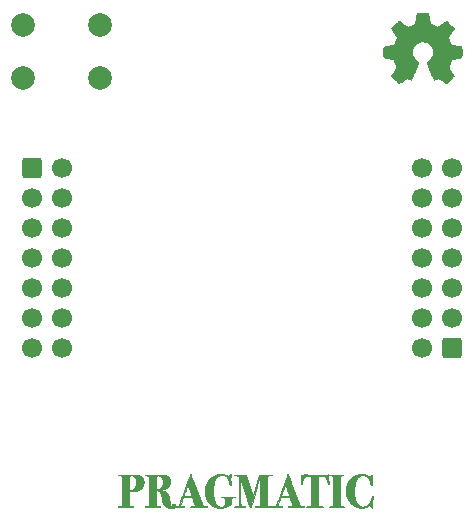
<source format=gts>
%TF.GenerationSoftware,KiCad,Pcbnew,(6.0.7-1)-1*%
%TF.CreationDate,2022-08-30T19:37:27+08:00*%
%TF.ProjectId,Control,436f6e74-726f-46c2-9e6b-696361645f70,V3.2.2*%
%TF.SameCoordinates,PX7df6180PY32de760*%
%TF.FileFunction,Soldermask,Top*%
%TF.FilePolarity,Negative*%
%FSLAX46Y46*%
G04 Gerber Fmt 4.6, Leading zero omitted, Abs format (unit mm)*
G04 Created by KiCad (PCBNEW (6.0.7-1)-1) date 2022-08-30 19:37:27*
%MOMM*%
%LPD*%
G01*
G04 APERTURE LIST*
G04 Aperture macros list*
%AMRoundRect*
0 Rectangle with rounded corners*
0 $1 Rounding radius*
0 $2 $3 $4 $5 $6 $7 $8 $9 X,Y pos of 4 corners*
0 Add a 4 corners polygon primitive as box body*
4,1,4,$2,$3,$4,$5,$6,$7,$8,$9,$2,$3,0*
0 Add four circle primitives for the rounded corners*
1,1,$1+$1,$2,$3*
1,1,$1+$1,$4,$5*
1,1,$1+$1,$6,$7*
1,1,$1+$1,$8,$9*
0 Add four rect primitives between the rounded corners*
20,1,$1+$1,$2,$3,$4,$5,0*
20,1,$1+$1,$4,$5,$6,$7,0*
20,1,$1+$1,$6,$7,$8,$9,0*
20,1,$1+$1,$8,$9,$2,$3,0*%
G04 Aperture macros list end*
%ADD10C,0.100000*%
%ADD11C,0.010000*%
%ADD12RoundRect,0.250000X-0.600000X-0.600000X0.600000X-0.600000X0.600000X0.600000X-0.600000X0.600000X0*%
%ADD13C,1.700000*%
%ADD14RoundRect,0.250000X0.600000X0.600000X-0.600000X0.600000X-0.600000X-0.600000X0.600000X-0.600000X0*%
%ADD15C,2.000000*%
G04 APERTURE END LIST*
%TO.C,REF\u002A\u002A*%
G36*
X7025336Y-36715007D02*
G01*
X7025335Y-36715006D01*
X7025335Y-36715005D01*
X7025333Y-36715004D01*
X7025332Y-36715003D01*
X7025331Y-36715003D01*
X7025331Y-36715002D01*
X7025329Y-36715002D01*
X7025181Y-36717459D01*
X7024735Y-36719830D01*
X7023993Y-36722115D01*
X7022954Y-36724314D01*
X7021618Y-36726428D01*
X7019986Y-36728455D01*
X7018056Y-36730396D01*
X7015829Y-36732252D01*
X7013306Y-36734021D01*
X7010486Y-36735705D01*
X7007369Y-36737302D01*
X7003955Y-36738814D01*
X7000244Y-36740240D01*
X6996236Y-36741579D01*
X6991932Y-36742833D01*
X6987330Y-36744001D01*
X6982432Y-36745083D01*
X6977237Y-36746079D01*
X6971745Y-36746989D01*
X6965955Y-36747813D01*
X6959870Y-36748551D01*
X6953487Y-36749203D01*
X6946807Y-36749769D01*
X6939830Y-36750249D01*
X6924986Y-36750952D01*
X6908955Y-36751312D01*
X6891735Y-36751327D01*
X6873329Y-36750999D01*
X6851484Y-36750843D01*
X6830953Y-36751374D01*
X6811734Y-36752593D01*
X6793828Y-36754500D01*
X6777235Y-36757093D01*
X6761954Y-36760375D01*
X6747986Y-36764343D01*
X6735330Y-36768999D01*
X6723986Y-36774343D01*
X6713955Y-36780375D01*
X6705237Y-36787093D01*
X6697831Y-36794500D01*
X6691737Y-36802594D01*
X6689182Y-36806899D01*
X6686955Y-36811376D01*
X6683486Y-36820845D01*
X6681329Y-36831003D01*
X6679454Y-36846440D01*
X6677828Y-36868752D01*
X6676452Y-36897939D01*
X6675327Y-36934002D01*
X6674451Y-36976939D01*
X6673826Y-37026752D01*
X6673451Y-37083439D01*
X6673326Y-37147003D01*
X6673576Y-37191752D01*
X6674326Y-37234003D01*
X6675575Y-37273755D01*
X6677322Y-37311006D01*
X6617995Y-37350240D01*
X6559011Y-37386943D01*
X6500372Y-37421115D01*
X6442076Y-37452756D01*
X6384123Y-37481865D01*
X6326514Y-37508443D01*
X6269249Y-37532490D01*
X6212328Y-37554006D01*
X6155750Y-37572990D01*
X6099515Y-37589443D01*
X6043625Y-37603365D01*
X5988077Y-37614755D01*
X5932874Y-37623615D01*
X5878014Y-37629943D01*
X5823498Y-37633740D01*
X5769325Y-37635005D01*
X5699043Y-37633443D01*
X5630199Y-37628755D01*
X5562793Y-37620943D01*
X5496824Y-37610005D01*
X5432293Y-37595943D01*
X5369199Y-37578755D01*
X5307543Y-37558442D01*
X5247324Y-37535005D01*
X5188543Y-37508442D01*
X5131199Y-37478755D01*
X5075292Y-37445942D01*
X5020823Y-37410005D01*
X4967792Y-37370942D01*
X4916197Y-37328755D01*
X4866041Y-37283443D01*
X4817321Y-37235006D01*
X4771306Y-37184240D01*
X4728259Y-37131943D01*
X4688181Y-37078114D01*
X4651072Y-37022755D01*
X4616932Y-36965864D01*
X4585761Y-36907442D01*
X4557558Y-36847489D01*
X4532324Y-36786005D01*
X4510059Y-36722989D01*
X4490762Y-36658443D01*
X4474434Y-36592364D01*
X4461075Y-36524755D01*
X4450685Y-36455615D01*
X4443263Y-36384943D01*
X4438810Y-36312740D01*
X4437326Y-36239005D01*
X4438857Y-36160834D01*
X4443451Y-36084319D01*
X4451107Y-36009459D01*
X4461826Y-35936256D01*
X4475607Y-35864710D01*
X4492451Y-35794819D01*
X4512357Y-35726585D01*
X4535326Y-35660006D01*
X4561357Y-35595084D01*
X4590451Y-35531819D01*
X4622607Y-35470209D01*
X4657825Y-35410256D01*
X4696106Y-35351959D01*
X4737449Y-35295318D01*
X4781854Y-35240334D01*
X4829322Y-35187005D01*
X4879103Y-35136146D01*
X4930447Y-35088568D01*
X4983353Y-35044272D01*
X5037822Y-35003256D01*
X5093853Y-34965522D01*
X5151447Y-34931068D01*
X5210603Y-34899897D01*
X5271322Y-34872006D01*
X5333604Y-34847396D01*
X5397448Y-34826068D01*
X5462855Y-34808021D01*
X5529824Y-34793256D01*
X5598355Y-34781771D01*
X5668450Y-34773568D01*
X5740106Y-34768646D01*
X5813325Y-34767005D01*
X5843887Y-34767474D01*
X5874574Y-34768880D01*
X5905387Y-34771224D01*
X5936324Y-34774505D01*
X5967386Y-34778724D01*
X5998573Y-34783881D01*
X6029886Y-34789974D01*
X6061323Y-34797006D01*
X6092885Y-34804975D01*
X6124572Y-34813881D01*
X6156385Y-34823725D01*
X6188322Y-34834506D01*
X6220384Y-34846225D01*
X6252572Y-34858881D01*
X6284884Y-34872475D01*
X6317321Y-34887006D01*
X6340385Y-34897318D01*
X6361574Y-34906254D01*
X6380887Y-34913816D01*
X6398325Y-34920003D01*
X6413887Y-34924815D01*
X6420966Y-34926705D01*
X6427575Y-34928252D01*
X6433716Y-34929455D01*
X6439387Y-34930314D01*
X6444591Y-34930829D01*
X6449325Y-34931001D01*
X6453306Y-34930907D01*
X6457248Y-34930626D01*
X6461151Y-34930157D01*
X6465014Y-34929501D01*
X6468839Y-34928657D01*
X6472624Y-34927626D01*
X6476371Y-34926407D01*
X6480078Y-34925001D01*
X6483746Y-34923407D01*
X6487375Y-34921626D01*
X6490965Y-34919657D01*
X6494516Y-34917501D01*
X6498028Y-34915158D01*
X6501500Y-34912626D01*
X6504934Y-34909908D01*
X6508329Y-34907001D01*
X6511684Y-34903908D01*
X6515000Y-34900626D01*
X6521516Y-34893502D01*
X6527875Y-34885627D01*
X6534078Y-34877002D01*
X6540125Y-34867627D01*
X6546016Y-34857502D01*
X6551750Y-34846627D01*
X6557329Y-34835002D01*
X6559843Y-34829190D01*
X6562390Y-34823752D01*
X6564968Y-34818690D01*
X6567577Y-34814002D01*
X6570217Y-34809690D01*
X6572889Y-34805752D01*
X6575593Y-34802190D01*
X6578327Y-34799002D01*
X6581093Y-34796190D01*
X6583890Y-34793752D01*
X6586718Y-34791690D01*
X6589577Y-34790002D01*
X6592468Y-34788690D01*
X6595389Y-34787752D01*
X6598342Y-34787190D01*
X6601325Y-34787002D01*
X6603049Y-34787041D01*
X6604717Y-34787158D01*
X6606331Y-34787354D01*
X6607890Y-34787627D01*
X6609394Y-34787978D01*
X6610843Y-34788408D01*
X6612238Y-34788916D01*
X6613578Y-34789502D01*
X6614863Y-34790166D01*
X6616094Y-34790908D01*
X6617270Y-34791728D01*
X6618391Y-34792627D01*
X6619457Y-34793603D01*
X6620469Y-34794658D01*
X6621425Y-34795791D01*
X6622328Y-34797002D01*
X6623175Y-34798291D01*
X6623968Y-34799658D01*
X6624706Y-34801103D01*
X6625389Y-34802626D01*
X6626018Y-34804228D01*
X6626592Y-34805908D01*
X6627112Y-34807665D01*
X6627576Y-34809501D01*
X6627986Y-34811415D01*
X6628341Y-34813407D01*
X6628642Y-34815478D01*
X6628888Y-34817626D01*
X6629079Y-34819853D01*
X6629216Y-34822157D01*
X6629298Y-34824540D01*
X6629325Y-34827001D01*
X6628576Y-34840003D01*
X6626327Y-34871003D01*
X6617326Y-34987003D01*
X6616389Y-35001066D01*
X6615578Y-35019255D01*
X6614891Y-35041568D01*
X6614329Y-35068005D01*
X6613580Y-35133254D01*
X6613330Y-35215001D01*
X6613830Y-35283252D01*
X6615330Y-35352003D01*
X6617830Y-35421255D01*
X6621330Y-35491006D01*
X6629333Y-35631006D01*
X6629177Y-35640209D01*
X6628708Y-35648818D01*
X6627926Y-35656833D01*
X6626832Y-35664255D01*
X6625426Y-35671083D01*
X6623707Y-35677317D01*
X6621676Y-35682958D01*
X6619332Y-35688005D01*
X6616676Y-35692458D01*
X6615230Y-35694462D01*
X6613707Y-35696318D01*
X6612105Y-35698025D01*
X6610426Y-35699584D01*
X6608668Y-35700994D01*
X6606832Y-35702256D01*
X6604918Y-35703369D01*
X6602926Y-35704334D01*
X6600856Y-35705150D01*
X6598708Y-35705818D01*
X6596481Y-35706338D01*
X6594177Y-35706709D01*
X6591794Y-35706932D01*
X6589334Y-35707006D01*
X6585869Y-35706850D01*
X6582475Y-35706381D01*
X6579150Y-35705600D01*
X6575897Y-35704506D01*
X6572713Y-35703100D01*
X6569600Y-35701381D01*
X6566557Y-35699349D01*
X6563584Y-35697006D01*
X6560682Y-35694349D01*
X6557850Y-35691381D01*
X6555088Y-35688099D01*
X6552397Y-35684505D01*
X6549776Y-35680599D01*
X6547225Y-35676380D01*
X6544744Y-35671849D01*
X6542334Y-35667005D01*
X6539994Y-35661849D01*
X6537725Y-35656380D01*
X6535526Y-35650599D01*
X6533397Y-35644505D01*
X6531338Y-35638099D01*
X6529350Y-35631380D01*
X6527432Y-35624349D01*
X6525585Y-35617005D01*
X6523808Y-35609349D01*
X6522101Y-35601380D01*
X6520465Y-35593099D01*
X6518898Y-35584505D01*
X6515977Y-35566381D01*
X6513337Y-35547006D01*
X6506806Y-35503583D01*
X6499213Y-35461317D01*
X6490557Y-35420207D01*
X6480838Y-35380253D01*
X6470057Y-35341456D01*
X6458214Y-35303815D01*
X6445308Y-35267330D01*
X6431339Y-35232002D01*
X6416308Y-35197831D01*
X6400214Y-35164815D01*
X6383058Y-35132956D01*
X6364838Y-35102254D01*
X6345556Y-35072707D01*
X6325211Y-35044317D01*
X6303804Y-35017084D01*
X6281333Y-34991006D01*
X6263911Y-34973084D01*
X6245646Y-34956318D01*
X6226537Y-34940708D01*
X6206584Y-34926255D01*
X6185787Y-34912958D01*
X6164147Y-34900818D01*
X6141663Y-34889833D01*
X6118336Y-34880005D01*
X6094164Y-34871333D01*
X6069149Y-34863818D01*
X6043290Y-34857458D01*
X6016588Y-34852255D01*
X5989041Y-34848209D01*
X5960651Y-34845318D01*
X5931416Y-34843584D01*
X5901338Y-34843006D01*
X5854826Y-34844318D01*
X5809791Y-34848256D01*
X5766233Y-34854818D01*
X5724151Y-34864006D01*
X5683545Y-34875818D01*
X5644416Y-34890256D01*
X5606764Y-34907318D01*
X5570589Y-34927006D01*
X5535890Y-34949318D01*
X5502667Y-34974256D01*
X5470921Y-35001818D01*
X5440652Y-35032006D01*
X5411859Y-35064818D01*
X5384543Y-35100256D01*
X5358703Y-35138318D01*
X5334340Y-35179006D01*
X5311453Y-35222318D01*
X5290043Y-35268256D01*
X5270110Y-35316818D01*
X5251653Y-35368006D01*
X5234672Y-35421818D01*
X5219169Y-35478256D01*
X5205141Y-35537318D01*
X5192591Y-35599005D01*
X5181517Y-35663318D01*
X5171919Y-35730255D01*
X5163798Y-35799818D01*
X5157154Y-35872005D01*
X5151986Y-35946818D01*
X5148294Y-36024255D01*
X5146080Y-36104318D01*
X5145341Y-36187005D01*
X5146310Y-36289521D01*
X5149216Y-36388068D01*
X5154060Y-36482646D01*
X5160841Y-36573255D01*
X5169560Y-36659896D01*
X5180216Y-36742568D01*
X5192809Y-36821271D01*
X5207341Y-36896005D01*
X5223809Y-36966771D01*
X5242216Y-37033568D01*
X5262559Y-37096397D01*
X5284841Y-37155257D01*
X5309060Y-37210148D01*
X5335216Y-37261071D01*
X5363311Y-37308025D01*
X5393342Y-37351011D01*
X5413248Y-37376198D01*
X5433966Y-37399761D01*
X5455497Y-37421699D01*
X5477840Y-37442011D01*
X5500996Y-37460699D01*
X5524965Y-37477761D01*
X5549747Y-37493199D01*
X5575341Y-37507011D01*
X5601747Y-37519199D01*
X5628966Y-37529761D01*
X5656998Y-37538699D01*
X5685842Y-37546011D01*
X5715498Y-37551698D01*
X5745967Y-37555761D01*
X5777248Y-37558198D01*
X5809341Y-37559011D01*
X5829521Y-37558605D01*
X5849060Y-37557386D01*
X5867958Y-37555355D01*
X5886216Y-37552511D01*
X5903834Y-37548855D01*
X5920810Y-37544386D01*
X5937147Y-37539104D01*
X5952842Y-37533011D01*
X5967897Y-37526104D01*
X5982311Y-37518386D01*
X5996085Y-37509854D01*
X6009218Y-37500510D01*
X6021710Y-37490354D01*
X6033562Y-37479385D01*
X6044773Y-37467604D01*
X6055344Y-37455010D01*
X6065274Y-37441604D01*
X6074563Y-37427385D01*
X6083211Y-37412354D01*
X6091219Y-37396510D01*
X6098587Y-37379854D01*
X6105314Y-37362385D01*
X6111400Y-37344104D01*
X6116845Y-37325010D01*
X6121650Y-37305104D01*
X6125814Y-37284385D01*
X6129338Y-37262854D01*
X6132220Y-37240510D01*
X6134463Y-37217354D01*
X6136064Y-37193385D01*
X6137025Y-37168604D01*
X6137346Y-37143011D01*
X6136908Y-37069323D01*
X6135596Y-37004260D01*
X6133408Y-36947822D01*
X6130346Y-36900008D01*
X6126408Y-36860820D01*
X6121596Y-36830258D01*
X6118862Y-36818211D01*
X6115908Y-36808321D01*
X6112736Y-36800587D01*
X6109346Y-36795009D01*
X6107764Y-36792548D01*
X6106017Y-36790165D01*
X6104107Y-36787861D01*
X6102033Y-36785634D01*
X6099794Y-36783486D01*
X6097392Y-36781415D01*
X6094825Y-36779423D01*
X6092095Y-36777509D01*
X6089200Y-36775673D01*
X6086141Y-36773916D01*
X6082918Y-36772236D01*
X6079531Y-36770634D01*
X6075980Y-36769111D01*
X6072265Y-36767666D01*
X6068386Y-36766299D01*
X6064343Y-36765010D01*
X6055765Y-36762666D01*
X6046530Y-36760635D01*
X6036639Y-36758916D01*
X6026092Y-36757510D01*
X6014889Y-36756416D01*
X6003029Y-36755635D01*
X5990514Y-36755166D01*
X5977342Y-36755010D01*
X5877342Y-36755010D01*
X5867170Y-36754869D01*
X5857654Y-36754447D01*
X5848795Y-36753744D01*
X5840592Y-36752759D01*
X5833045Y-36751493D01*
X5826154Y-36749946D01*
X5819920Y-36748118D01*
X5814342Y-36746008D01*
X5809420Y-36743618D01*
X5805154Y-36740946D01*
X5801545Y-36737992D01*
X5799986Y-36736411D01*
X5798592Y-36734758D01*
X5797361Y-36733036D01*
X5796295Y-36731243D01*
X5795393Y-36729380D01*
X5794654Y-36727447D01*
X5794080Y-36725443D01*
X5793670Y-36723369D01*
X5793424Y-36721225D01*
X5793342Y-36719011D01*
X5793408Y-36716796D01*
X5793608Y-36714651D01*
X5793940Y-36712577D01*
X5794404Y-36710573D01*
X5795002Y-36708640D01*
X5795733Y-36706776D01*
X5796596Y-36704983D01*
X5797592Y-36703260D01*
X5798721Y-36701608D01*
X5799983Y-36700026D01*
X5801377Y-36698514D01*
X5802905Y-36697073D01*
X5804565Y-36695702D01*
X5806358Y-36694401D01*
X5808284Y-36693170D01*
X5810342Y-36692010D01*
X5812534Y-36690920D01*
X5814858Y-36689901D01*
X5817315Y-36688951D01*
X5819905Y-36688072D01*
X5822628Y-36687264D01*
X5825484Y-36686525D01*
X5828472Y-36685857D01*
X5831593Y-36685260D01*
X5834847Y-36684732D01*
X5838234Y-36684275D01*
X5841754Y-36683889D01*
X5845406Y-36683572D01*
X5849192Y-36683326D01*
X5853110Y-36683150D01*
X5857161Y-36683045D01*
X5861345Y-36683010D01*
X5935842Y-36683260D01*
X6019340Y-36684011D01*
X6213342Y-36687009D01*
X6469337Y-36691015D01*
X6512837Y-36690764D01*
X6567335Y-36690013D01*
X6632835Y-36688761D01*
X6709337Y-36687009D01*
X6847334Y-36681012D01*
X6893835Y-36679513D01*
X6925338Y-36679014D01*
X6977338Y-36679014D01*
X6983151Y-36679154D01*
X6988588Y-36679576D01*
X6993650Y-36680279D01*
X6998338Y-36681264D01*
X7002650Y-36682529D01*
X7004666Y-36683268D01*
X7006587Y-36684076D01*
X7008416Y-36684955D01*
X7010150Y-36685904D01*
X7011790Y-36686924D01*
X7013337Y-36688013D01*
X7014790Y-36689174D01*
X7016150Y-36690404D01*
X7017415Y-36691705D01*
X7018587Y-36693075D01*
X7019665Y-36694517D01*
X7020649Y-36696028D01*
X7021540Y-36697610D01*
X7022337Y-36699262D01*
X7023040Y-36700985D01*
X7023649Y-36702777D01*
X7024165Y-36704640D01*
X7024587Y-36706573D01*
X7024915Y-36708577D01*
X7025149Y-36710651D01*
X7025290Y-36712795D01*
X7025337Y-36715008D01*
X7025336Y-36715008D01*
X7025336Y-36715007D01*
G37*
D10*
X7025336Y-36715007D02*
X7025335Y-36715006D01*
X7025335Y-36715005D01*
X7025333Y-36715004D01*
X7025332Y-36715003D01*
X7025331Y-36715003D01*
X7025331Y-36715002D01*
X7025329Y-36715002D01*
X7025181Y-36717459D01*
X7024735Y-36719830D01*
X7023993Y-36722115D01*
X7022954Y-36724314D01*
X7021618Y-36726428D01*
X7019986Y-36728455D01*
X7018056Y-36730396D01*
X7015829Y-36732252D01*
X7013306Y-36734021D01*
X7010486Y-36735705D01*
X7007369Y-36737302D01*
X7003955Y-36738814D01*
X7000244Y-36740240D01*
X6996236Y-36741579D01*
X6991932Y-36742833D01*
X6987330Y-36744001D01*
X6982432Y-36745083D01*
X6977237Y-36746079D01*
X6971745Y-36746989D01*
X6965955Y-36747813D01*
X6959870Y-36748551D01*
X6953487Y-36749203D01*
X6946807Y-36749769D01*
X6939830Y-36750249D01*
X6924986Y-36750952D01*
X6908955Y-36751312D01*
X6891735Y-36751327D01*
X6873329Y-36750999D01*
X6851484Y-36750843D01*
X6830953Y-36751374D01*
X6811734Y-36752593D01*
X6793828Y-36754500D01*
X6777235Y-36757093D01*
X6761954Y-36760375D01*
X6747986Y-36764343D01*
X6735330Y-36768999D01*
X6723986Y-36774343D01*
X6713955Y-36780375D01*
X6705237Y-36787093D01*
X6697831Y-36794500D01*
X6691737Y-36802594D01*
X6689182Y-36806899D01*
X6686955Y-36811376D01*
X6683486Y-36820845D01*
X6681329Y-36831003D01*
X6679454Y-36846440D01*
X6677828Y-36868752D01*
X6676452Y-36897939D01*
X6675327Y-36934002D01*
X6674451Y-36976939D01*
X6673826Y-37026752D01*
X6673451Y-37083439D01*
X6673326Y-37147003D01*
X6673576Y-37191752D01*
X6674326Y-37234003D01*
X6675575Y-37273755D01*
X6677322Y-37311006D01*
X6617995Y-37350240D01*
X6559011Y-37386943D01*
X6500372Y-37421115D01*
X6442076Y-37452756D01*
X6384123Y-37481865D01*
X6326514Y-37508443D01*
X6269249Y-37532490D01*
X6212328Y-37554006D01*
X6155750Y-37572990D01*
X6099515Y-37589443D01*
X6043625Y-37603365D01*
X5988077Y-37614755D01*
X5932874Y-37623615D01*
X5878014Y-37629943D01*
X5823498Y-37633740D01*
X5769325Y-37635005D01*
X5699043Y-37633443D01*
X5630199Y-37628755D01*
X5562793Y-37620943D01*
X5496824Y-37610005D01*
X5432293Y-37595943D01*
X5369199Y-37578755D01*
X5307543Y-37558442D01*
X5247324Y-37535005D01*
X5188543Y-37508442D01*
X5131199Y-37478755D01*
X5075292Y-37445942D01*
X5020823Y-37410005D01*
X4967792Y-37370942D01*
X4916197Y-37328755D01*
X4866041Y-37283443D01*
X4817321Y-37235006D01*
X4771306Y-37184240D01*
X4728259Y-37131943D01*
X4688181Y-37078114D01*
X4651072Y-37022755D01*
X4616932Y-36965864D01*
X4585761Y-36907442D01*
X4557558Y-36847489D01*
X4532324Y-36786005D01*
X4510059Y-36722989D01*
X4490762Y-36658443D01*
X4474434Y-36592364D01*
X4461075Y-36524755D01*
X4450685Y-36455615D01*
X4443263Y-36384943D01*
X4438810Y-36312740D01*
X4437326Y-36239005D01*
X4438857Y-36160834D01*
X4443451Y-36084319D01*
X4451107Y-36009459D01*
X4461826Y-35936256D01*
X4475607Y-35864710D01*
X4492451Y-35794819D01*
X4512357Y-35726585D01*
X4535326Y-35660006D01*
X4561357Y-35595084D01*
X4590451Y-35531819D01*
X4622607Y-35470209D01*
X4657825Y-35410256D01*
X4696106Y-35351959D01*
X4737449Y-35295318D01*
X4781854Y-35240334D01*
X4829322Y-35187005D01*
X4879103Y-35136146D01*
X4930447Y-35088568D01*
X4983353Y-35044272D01*
X5037822Y-35003256D01*
X5093853Y-34965522D01*
X5151447Y-34931068D01*
X5210603Y-34899897D01*
X5271322Y-34872006D01*
X5333604Y-34847396D01*
X5397448Y-34826068D01*
X5462855Y-34808021D01*
X5529824Y-34793256D01*
X5598355Y-34781771D01*
X5668450Y-34773568D01*
X5740106Y-34768646D01*
X5813325Y-34767005D01*
X5843887Y-34767474D01*
X5874574Y-34768880D01*
X5905387Y-34771224D01*
X5936324Y-34774505D01*
X5967386Y-34778724D01*
X5998573Y-34783881D01*
X6029886Y-34789974D01*
X6061323Y-34797006D01*
X6092885Y-34804975D01*
X6124572Y-34813881D01*
X6156385Y-34823725D01*
X6188322Y-34834506D01*
X6220384Y-34846225D01*
X6252572Y-34858881D01*
X6284884Y-34872475D01*
X6317321Y-34887006D01*
X6340385Y-34897318D01*
X6361574Y-34906254D01*
X6380887Y-34913816D01*
X6398325Y-34920003D01*
X6413887Y-34924815D01*
X6420966Y-34926705D01*
X6427575Y-34928252D01*
X6433716Y-34929455D01*
X6439387Y-34930314D01*
X6444591Y-34930829D01*
X6449325Y-34931001D01*
X6453306Y-34930907D01*
X6457248Y-34930626D01*
X6461151Y-34930157D01*
X6465014Y-34929501D01*
X6468839Y-34928657D01*
X6472624Y-34927626D01*
X6476371Y-34926407D01*
X6480078Y-34925001D01*
X6483746Y-34923407D01*
X6487375Y-34921626D01*
X6490965Y-34919657D01*
X6494516Y-34917501D01*
X6498028Y-34915158D01*
X6501500Y-34912626D01*
X6504934Y-34909908D01*
X6508329Y-34907001D01*
X6511684Y-34903908D01*
X6515000Y-34900626D01*
X6521516Y-34893502D01*
X6527875Y-34885627D01*
X6534078Y-34877002D01*
X6540125Y-34867627D01*
X6546016Y-34857502D01*
X6551750Y-34846627D01*
X6557329Y-34835002D01*
X6559843Y-34829190D01*
X6562390Y-34823752D01*
X6564968Y-34818690D01*
X6567577Y-34814002D01*
X6570217Y-34809690D01*
X6572889Y-34805752D01*
X6575593Y-34802190D01*
X6578327Y-34799002D01*
X6581093Y-34796190D01*
X6583890Y-34793752D01*
X6586718Y-34791690D01*
X6589577Y-34790002D01*
X6592468Y-34788690D01*
X6595389Y-34787752D01*
X6598342Y-34787190D01*
X6601325Y-34787002D01*
X6603049Y-34787041D01*
X6604717Y-34787158D01*
X6606331Y-34787354D01*
X6607890Y-34787627D01*
X6609394Y-34787978D01*
X6610843Y-34788408D01*
X6612238Y-34788916D01*
X6613578Y-34789502D01*
X6614863Y-34790166D01*
X6616094Y-34790908D01*
X6617270Y-34791728D01*
X6618391Y-34792627D01*
X6619457Y-34793603D01*
X6620469Y-34794658D01*
X6621425Y-34795791D01*
X6622328Y-34797002D01*
X6623175Y-34798291D01*
X6623968Y-34799658D01*
X6624706Y-34801103D01*
X6625389Y-34802626D01*
X6626018Y-34804228D01*
X6626592Y-34805908D01*
X6627112Y-34807665D01*
X6627576Y-34809501D01*
X6627986Y-34811415D01*
X6628341Y-34813407D01*
X6628642Y-34815478D01*
X6628888Y-34817626D01*
X6629079Y-34819853D01*
X6629216Y-34822157D01*
X6629298Y-34824540D01*
X6629325Y-34827001D01*
X6628576Y-34840003D01*
X6626327Y-34871003D01*
X6617326Y-34987003D01*
X6616389Y-35001066D01*
X6615578Y-35019255D01*
X6614891Y-35041568D01*
X6614329Y-35068005D01*
X6613580Y-35133254D01*
X6613330Y-35215001D01*
X6613830Y-35283252D01*
X6615330Y-35352003D01*
X6617830Y-35421255D01*
X6621330Y-35491006D01*
X6629333Y-35631006D01*
X6629177Y-35640209D01*
X6628708Y-35648818D01*
X6627926Y-35656833D01*
X6626832Y-35664255D01*
X6625426Y-35671083D01*
X6623707Y-35677317D01*
X6621676Y-35682958D01*
X6619332Y-35688005D01*
X6616676Y-35692458D01*
X6615230Y-35694462D01*
X6613707Y-35696318D01*
X6612105Y-35698025D01*
X6610426Y-35699584D01*
X6608668Y-35700994D01*
X6606832Y-35702256D01*
X6604918Y-35703369D01*
X6602926Y-35704334D01*
X6600856Y-35705150D01*
X6598708Y-35705818D01*
X6596481Y-35706338D01*
X6594177Y-35706709D01*
X6591794Y-35706932D01*
X6589334Y-35707006D01*
X6585869Y-35706850D01*
X6582475Y-35706381D01*
X6579150Y-35705600D01*
X6575897Y-35704506D01*
X6572713Y-35703100D01*
X6569600Y-35701381D01*
X6566557Y-35699349D01*
X6563584Y-35697006D01*
X6560682Y-35694349D01*
X6557850Y-35691381D01*
X6555088Y-35688099D01*
X6552397Y-35684505D01*
X6549776Y-35680599D01*
X6547225Y-35676380D01*
X6544744Y-35671849D01*
X6542334Y-35667005D01*
X6539994Y-35661849D01*
X6537725Y-35656380D01*
X6535526Y-35650599D01*
X6533397Y-35644505D01*
X6531338Y-35638099D01*
X6529350Y-35631380D01*
X6527432Y-35624349D01*
X6525585Y-35617005D01*
X6523808Y-35609349D01*
X6522101Y-35601380D01*
X6520465Y-35593099D01*
X6518898Y-35584505D01*
X6515977Y-35566381D01*
X6513337Y-35547006D01*
X6506806Y-35503583D01*
X6499213Y-35461317D01*
X6490557Y-35420207D01*
X6480838Y-35380253D01*
X6470057Y-35341456D01*
X6458214Y-35303815D01*
X6445308Y-35267330D01*
X6431339Y-35232002D01*
X6416308Y-35197831D01*
X6400214Y-35164815D01*
X6383058Y-35132956D01*
X6364838Y-35102254D01*
X6345556Y-35072707D01*
X6325211Y-35044317D01*
X6303804Y-35017084D01*
X6281333Y-34991006D01*
X6263911Y-34973084D01*
X6245646Y-34956318D01*
X6226537Y-34940708D01*
X6206584Y-34926255D01*
X6185787Y-34912958D01*
X6164147Y-34900818D01*
X6141663Y-34889833D01*
X6118336Y-34880005D01*
X6094164Y-34871333D01*
X6069149Y-34863818D01*
X6043290Y-34857458D01*
X6016588Y-34852255D01*
X5989041Y-34848209D01*
X5960651Y-34845318D01*
X5931416Y-34843584D01*
X5901338Y-34843006D01*
X5854826Y-34844318D01*
X5809791Y-34848256D01*
X5766233Y-34854818D01*
X5724151Y-34864006D01*
X5683545Y-34875818D01*
X5644416Y-34890256D01*
X5606764Y-34907318D01*
X5570589Y-34927006D01*
X5535890Y-34949318D01*
X5502667Y-34974256D01*
X5470921Y-35001818D01*
X5440652Y-35032006D01*
X5411859Y-35064818D01*
X5384543Y-35100256D01*
X5358703Y-35138318D01*
X5334340Y-35179006D01*
X5311453Y-35222318D01*
X5290043Y-35268256D01*
X5270110Y-35316818D01*
X5251653Y-35368006D01*
X5234672Y-35421818D01*
X5219169Y-35478256D01*
X5205141Y-35537318D01*
X5192591Y-35599005D01*
X5181517Y-35663318D01*
X5171919Y-35730255D01*
X5163798Y-35799818D01*
X5157154Y-35872005D01*
X5151986Y-35946818D01*
X5148294Y-36024255D01*
X5146080Y-36104318D01*
X5145341Y-36187005D01*
X5146310Y-36289521D01*
X5149216Y-36388068D01*
X5154060Y-36482646D01*
X5160841Y-36573255D01*
X5169560Y-36659896D01*
X5180216Y-36742568D01*
X5192809Y-36821271D01*
X5207341Y-36896005D01*
X5223809Y-36966771D01*
X5242216Y-37033568D01*
X5262559Y-37096397D01*
X5284841Y-37155257D01*
X5309060Y-37210148D01*
X5335216Y-37261071D01*
X5363311Y-37308025D01*
X5393342Y-37351011D01*
X5413248Y-37376198D01*
X5433966Y-37399761D01*
X5455497Y-37421699D01*
X5477840Y-37442011D01*
X5500996Y-37460699D01*
X5524965Y-37477761D01*
X5549747Y-37493199D01*
X5575341Y-37507011D01*
X5601747Y-37519199D01*
X5628966Y-37529761D01*
X5656998Y-37538699D01*
X5685842Y-37546011D01*
X5715498Y-37551698D01*
X5745967Y-37555761D01*
X5777248Y-37558198D01*
X5809341Y-37559011D01*
X5829521Y-37558605D01*
X5849060Y-37557386D01*
X5867958Y-37555355D01*
X5886216Y-37552511D01*
X5903834Y-37548855D01*
X5920810Y-37544386D01*
X5937147Y-37539104D01*
X5952842Y-37533011D01*
X5967897Y-37526104D01*
X5982311Y-37518386D01*
X5996085Y-37509854D01*
X6009218Y-37500510D01*
X6021710Y-37490354D01*
X6033562Y-37479385D01*
X6044773Y-37467604D01*
X6055344Y-37455010D01*
X6065274Y-37441604D01*
X6074563Y-37427385D01*
X6083211Y-37412354D01*
X6091219Y-37396510D01*
X6098587Y-37379854D01*
X6105314Y-37362385D01*
X6111400Y-37344104D01*
X6116845Y-37325010D01*
X6121650Y-37305104D01*
X6125814Y-37284385D01*
X6129338Y-37262854D01*
X6132220Y-37240510D01*
X6134463Y-37217354D01*
X6136064Y-37193385D01*
X6137025Y-37168604D01*
X6137346Y-37143011D01*
X6136908Y-37069323D01*
X6135596Y-37004260D01*
X6133408Y-36947822D01*
X6130346Y-36900008D01*
X6126408Y-36860820D01*
X6121596Y-36830258D01*
X6118862Y-36818211D01*
X6115908Y-36808321D01*
X6112736Y-36800587D01*
X6109346Y-36795009D01*
X6107764Y-36792548D01*
X6106017Y-36790165D01*
X6104107Y-36787861D01*
X6102033Y-36785634D01*
X6099794Y-36783486D01*
X6097392Y-36781415D01*
X6094825Y-36779423D01*
X6092095Y-36777509D01*
X6089200Y-36775673D01*
X6086141Y-36773916D01*
X6082918Y-36772236D01*
X6079531Y-36770634D01*
X6075980Y-36769111D01*
X6072265Y-36767666D01*
X6068386Y-36766299D01*
X6064343Y-36765010D01*
X6055765Y-36762666D01*
X6046530Y-36760635D01*
X6036639Y-36758916D01*
X6026092Y-36757510D01*
X6014889Y-36756416D01*
X6003029Y-36755635D01*
X5990514Y-36755166D01*
X5977342Y-36755010D01*
X5877342Y-36755010D01*
X5867170Y-36754869D01*
X5857654Y-36754447D01*
X5848795Y-36753744D01*
X5840592Y-36752759D01*
X5833045Y-36751493D01*
X5826154Y-36749946D01*
X5819920Y-36748118D01*
X5814342Y-36746008D01*
X5809420Y-36743618D01*
X5805154Y-36740946D01*
X5801545Y-36737992D01*
X5799986Y-36736411D01*
X5798592Y-36734758D01*
X5797361Y-36733036D01*
X5796295Y-36731243D01*
X5795393Y-36729380D01*
X5794654Y-36727447D01*
X5794080Y-36725443D01*
X5793670Y-36723369D01*
X5793424Y-36721225D01*
X5793342Y-36719011D01*
X5793408Y-36716796D01*
X5793608Y-36714651D01*
X5793940Y-36712577D01*
X5794404Y-36710573D01*
X5795002Y-36708640D01*
X5795733Y-36706776D01*
X5796596Y-36704983D01*
X5797592Y-36703260D01*
X5798721Y-36701608D01*
X5799983Y-36700026D01*
X5801377Y-36698514D01*
X5802905Y-36697073D01*
X5804565Y-36695702D01*
X5806358Y-36694401D01*
X5808284Y-36693170D01*
X5810342Y-36692010D01*
X5812534Y-36690920D01*
X5814858Y-36689901D01*
X5817315Y-36688951D01*
X5819905Y-36688072D01*
X5822628Y-36687264D01*
X5825484Y-36686525D01*
X5828472Y-36685857D01*
X5831593Y-36685260D01*
X5834847Y-36684732D01*
X5838234Y-36684275D01*
X5841754Y-36683889D01*
X5845406Y-36683572D01*
X5849192Y-36683326D01*
X5853110Y-36683150D01*
X5857161Y-36683045D01*
X5861345Y-36683010D01*
X5935842Y-36683260D01*
X6019340Y-36684011D01*
X6213342Y-36687009D01*
X6469337Y-36691015D01*
X6512837Y-36690764D01*
X6567335Y-36690013D01*
X6632835Y-36688761D01*
X6709337Y-36687009D01*
X6847334Y-36681012D01*
X6893835Y-36679513D01*
X6925338Y-36679014D01*
X6977338Y-36679014D01*
X6983151Y-36679154D01*
X6988588Y-36679576D01*
X6993650Y-36680279D01*
X6998338Y-36681264D01*
X7002650Y-36682529D01*
X7004666Y-36683268D01*
X7006587Y-36684076D01*
X7008416Y-36684955D01*
X7010150Y-36685904D01*
X7011790Y-36686924D01*
X7013337Y-36688013D01*
X7014790Y-36689174D01*
X7016150Y-36690404D01*
X7017415Y-36691705D01*
X7018587Y-36693075D01*
X7019665Y-36694517D01*
X7020649Y-36696028D01*
X7021540Y-36697610D01*
X7022337Y-36699262D01*
X7023040Y-36700985D01*
X7023649Y-36702777D01*
X7024165Y-36704640D01*
X7024587Y-36706573D01*
X7024915Y-36708577D01*
X7025149Y-36710651D01*
X7025290Y-36712795D01*
X7025337Y-36715008D01*
X7025336Y-36715008D01*
X7025336Y-36715007D01*
G36*
X11297328Y-35190998D02*
G01*
X11306766Y-35167435D01*
X11317078Y-35140747D01*
X11340326Y-35077997D01*
X11367072Y-35002747D01*
X11397319Y-34914998D01*
X11408009Y-34883123D01*
X11418073Y-34855497D01*
X11427512Y-34832121D01*
X11431997Y-34822027D01*
X11436325Y-34812995D01*
X11440497Y-34805026D01*
X11444513Y-34798119D01*
X11448372Y-34792275D01*
X11452074Y-34787494D01*
X11455621Y-34783775D01*
X11459010Y-34781118D01*
X11462243Y-34779524D01*
X11465320Y-34778993D01*
X11466859Y-34779173D01*
X11468477Y-34779712D01*
X11470172Y-34780610D01*
X11471946Y-34781868D01*
X11473798Y-34783485D01*
X11475728Y-34785462D01*
X11477736Y-34787798D01*
X11479822Y-34790493D01*
X11481986Y-34793548D01*
X11484228Y-34796962D01*
X11488947Y-34804869D01*
X11493979Y-34814213D01*
X11499323Y-34824994D01*
X11504979Y-34837213D01*
X11510948Y-34850869D01*
X11517229Y-34865963D01*
X11523823Y-34882494D01*
X11530729Y-34900463D01*
X11537947Y-34919869D01*
X11545478Y-34940712D01*
X11553321Y-34962993D01*
X11627323Y-35167993D01*
X11769322Y-35546994D01*
X12257320Y-36826990D01*
X12337328Y-37036992D01*
X12417327Y-37250989D01*
X12425828Y-37273427D01*
X12434328Y-37294740D01*
X12442829Y-37314928D01*
X12451329Y-37333990D01*
X12459829Y-37351928D01*
X12468329Y-37368740D01*
X12476828Y-37384428D01*
X12485328Y-37398990D01*
X12493828Y-37412427D01*
X12502328Y-37424740D01*
X12510827Y-37435927D01*
X12519327Y-37445990D01*
X12527827Y-37454927D01*
X12536328Y-37462740D01*
X12544828Y-37469427D01*
X12553329Y-37474990D01*
X12560392Y-37478850D01*
X12568580Y-37482428D01*
X12577894Y-37485726D01*
X12588331Y-37488741D01*
X12599894Y-37491476D01*
X12612582Y-37493929D01*
X12626395Y-37496101D01*
X12641332Y-37497992D01*
X12657394Y-37499601D01*
X12674582Y-37500929D01*
X12692894Y-37501976D01*
X12712331Y-37502741D01*
X12732893Y-37503225D01*
X12754581Y-37503428D01*
X12777393Y-37503350D01*
X12801330Y-37502990D01*
X12807142Y-37503131D01*
X12812579Y-37503553D01*
X12817642Y-37504256D01*
X12822329Y-37505240D01*
X12826642Y-37506506D01*
X12828657Y-37507244D01*
X12830579Y-37508052D01*
X12832407Y-37508931D01*
X12834142Y-37509880D01*
X12835782Y-37510900D01*
X12837329Y-37511990D01*
X12838782Y-37513150D01*
X12840142Y-37514380D01*
X12841408Y-37515681D01*
X12842580Y-37517052D01*
X12843658Y-37518493D01*
X12844642Y-37520005D01*
X12845533Y-37521587D01*
X12846330Y-37523239D01*
X12847033Y-37524962D01*
X12847643Y-37526755D01*
X12848158Y-37528618D01*
X12848580Y-37530552D01*
X12848908Y-37532556D01*
X12849143Y-37534630D01*
X12849283Y-37536775D01*
X12849330Y-37538989D01*
X12849319Y-37538997D01*
X12849194Y-37542904D01*
X12848819Y-37546623D01*
X12848538Y-37548413D01*
X12848194Y-37550155D01*
X12847788Y-37551850D01*
X12847320Y-37553499D01*
X12846788Y-37555101D01*
X12846195Y-37556655D01*
X12845539Y-37558163D01*
X12844820Y-37559624D01*
X12844039Y-37561038D01*
X12843196Y-37562406D01*
X12842289Y-37563726D01*
X12841321Y-37564999D01*
X12840290Y-37566226D01*
X12839196Y-37567405D01*
X12838040Y-37568538D01*
X12836821Y-37569624D01*
X12835540Y-37570663D01*
X12834197Y-37571655D01*
X12832790Y-37572600D01*
X12831322Y-37573499D01*
X12829791Y-37574350D01*
X12828197Y-37575155D01*
X12824822Y-37576623D01*
X12821197Y-37577904D01*
X12817321Y-37578998D01*
X12808819Y-37579936D01*
X12797318Y-37580749D01*
X12782818Y-37581437D01*
X12765318Y-37582000D01*
X12744818Y-37582438D01*
X12721319Y-37582751D01*
X12665321Y-37583002D01*
X12642074Y-37582751D01*
X12604324Y-37582000D01*
X12485320Y-37578998D01*
X12235322Y-37572998D01*
X12144822Y-37571499D01*
X12077319Y-37570999D01*
X12013321Y-37571249D01*
X11953321Y-37572000D01*
X11897321Y-37573251D01*
X11845321Y-37575002D01*
X11677324Y-37581001D01*
X11617323Y-37582501D01*
X11573322Y-37583002D01*
X11560243Y-37582845D01*
X11548008Y-37582376D01*
X11536617Y-37581595D01*
X11526069Y-37580501D01*
X11516365Y-37579095D01*
X11507505Y-37577376D01*
X11499489Y-37575344D01*
X11492316Y-37573000D01*
X11485987Y-37570344D01*
X11480502Y-37567375D01*
X11475861Y-37564093D01*
X11472063Y-37560499D01*
X11469110Y-37556593D01*
X11467950Y-37554522D01*
X11467000Y-37552374D01*
X11466262Y-37550147D01*
X11465734Y-37547842D01*
X11465418Y-37545460D01*
X11465312Y-37542999D01*
X11465535Y-37540534D01*
X11466203Y-37538139D01*
X11467316Y-37535815D01*
X11468875Y-37533561D01*
X11470879Y-37531377D01*
X11473328Y-37529264D01*
X11476223Y-37527221D01*
X11479562Y-37525248D01*
X11483348Y-37523346D01*
X11487578Y-37521514D01*
X11492254Y-37519752D01*
X11497375Y-37518061D01*
X11502941Y-37516440D01*
X11508953Y-37514889D01*
X11515410Y-37513409D01*
X11522313Y-37511999D01*
X11537453Y-37509390D01*
X11554375Y-37507062D01*
X11573078Y-37505015D01*
X11593563Y-37503250D01*
X11615828Y-37501766D01*
X11639875Y-37500564D01*
X11665704Y-37499642D01*
X11693313Y-37499002D01*
X11706873Y-37498877D01*
X11719559Y-37498502D01*
X11731371Y-37497876D01*
X11742308Y-37497001D01*
X11752371Y-37495876D01*
X11761559Y-37494501D01*
X11769873Y-37492877D01*
X11777313Y-37491002D01*
X11785063Y-37489878D01*
X11792314Y-37488503D01*
X11799064Y-37486878D01*
X11805314Y-37485003D01*
X11811064Y-37482878D01*
X11816314Y-37480503D01*
X11821064Y-37477878D01*
X11825314Y-37475003D01*
X11827251Y-37473472D01*
X11829064Y-37471878D01*
X11830751Y-37470222D01*
X11832313Y-37468503D01*
X11833751Y-37466722D01*
X11835063Y-37464878D01*
X11836250Y-37462972D01*
X11837313Y-37461003D01*
X11838250Y-37458972D01*
X11839062Y-37456878D01*
X11839750Y-37454722D01*
X11840312Y-37452503D01*
X11840749Y-37450221D01*
X11841062Y-37447877D01*
X11841249Y-37445471D01*
X11841312Y-37443002D01*
X11841124Y-37440002D01*
X11840562Y-37436002D01*
X11839625Y-37431003D01*
X11838313Y-37425003D01*
X11834564Y-37410003D01*
X11829316Y-37391003D01*
X11822567Y-37368003D01*
X11814319Y-37341003D01*
X11804569Y-37310003D01*
X11793319Y-37275003D01*
X11709319Y-37015003D01*
X11702445Y-36990691D01*
X11693820Y-36961753D01*
X11671321Y-36890003D01*
X11641821Y-36799752D01*
X11605319Y-36691001D01*
X11533328Y-36691001D01*
X11221328Y-36687002D01*
X11136079Y-36685751D01*
X11048330Y-36686000D01*
X10958080Y-36687750D01*
X10865329Y-36691001D01*
X10855326Y-36714126D01*
X10843325Y-36743502D01*
X10829324Y-36779127D01*
X10813323Y-36821002D01*
X10775323Y-36923503D01*
X10729320Y-37051002D01*
X10641330Y-37311002D01*
X10636644Y-37325627D01*
X10632582Y-37339502D01*
X10629145Y-37352627D01*
X10626332Y-37365002D01*
X10624144Y-37376627D01*
X10622580Y-37387503D01*
X10621642Y-37397628D01*
X10621408Y-37402409D01*
X10621330Y-37407003D01*
X10621416Y-37411206D01*
X10621673Y-37415315D01*
X10622103Y-37419331D01*
X10622705Y-37423252D01*
X10623478Y-37427081D01*
X10624424Y-37430815D01*
X10625541Y-37434455D01*
X10626830Y-37438002D01*
X10628291Y-37441455D01*
X10629924Y-37444815D01*
X10631729Y-37448080D01*
X10633705Y-37451252D01*
X10635854Y-37454330D01*
X10638174Y-37457315D01*
X10640666Y-37460205D01*
X10643330Y-37463002D01*
X10646166Y-37465706D01*
X10649174Y-37468315D01*
X10652354Y-37470831D01*
X10655706Y-37473252D01*
X10659229Y-37475581D01*
X10662925Y-37477815D01*
X10666792Y-37479956D01*
X10670831Y-37482002D01*
X10675042Y-37483956D01*
X10679425Y-37485815D01*
X10688706Y-37489252D01*
X10698675Y-37492315D01*
X10709331Y-37495002D01*
X10716766Y-37496128D01*
X10729077Y-37497503D01*
X10746264Y-37499128D01*
X10768326Y-37501002D01*
X10827078Y-37505502D01*
X10905330Y-37511001D01*
X10912110Y-37511611D01*
X10918453Y-37512439D01*
X10924359Y-37513486D01*
X10929827Y-37514752D01*
X10934858Y-37516237D01*
X10939452Y-37517940D01*
X10943608Y-37519862D01*
X10947327Y-37522003D01*
X10950609Y-37524362D01*
X10952086Y-37525624D01*
X10953453Y-37526940D01*
X10954711Y-37528312D01*
X10955860Y-37529737D01*
X10956899Y-37531218D01*
X10957829Y-37532753D01*
X10958649Y-37534343D01*
X10959361Y-37535987D01*
X10959962Y-37537686D01*
X10960455Y-37539440D01*
X10960837Y-37541249D01*
X10961111Y-37543112D01*
X10961275Y-37545030D01*
X10961330Y-37547002D01*
X10961259Y-37549217D01*
X10961048Y-37551361D01*
X10960697Y-37553435D01*
X10960204Y-37555439D01*
X10959571Y-37557372D01*
X10958798Y-37559235D01*
X10957883Y-37561028D01*
X10956828Y-37562751D01*
X10955633Y-37564403D01*
X10954297Y-37565985D01*
X10952820Y-37567497D01*
X10951202Y-37568938D01*
X10949444Y-37570309D01*
X10947545Y-37571610D01*
X10945506Y-37572840D01*
X10943326Y-37574001D01*
X10941005Y-37575090D01*
X10938544Y-37576110D01*
X10935942Y-37577059D01*
X10933200Y-37577938D01*
X10930317Y-37578747D01*
X10927293Y-37579485D01*
X10924129Y-37580153D01*
X10920825Y-37580751D01*
X10917379Y-37581279D01*
X10913794Y-37581736D01*
X10910067Y-37582122D01*
X10906200Y-37582439D01*
X10902193Y-37582685D01*
X10898045Y-37582861D01*
X10893756Y-37582966D01*
X10889327Y-37583002D01*
X10229320Y-37578998D01*
X10223260Y-37579936D01*
X10217075Y-37580749D01*
X10210764Y-37581437D01*
X10204326Y-37582000D01*
X10197764Y-37582438D01*
X10191075Y-37582751D01*
X10184261Y-37582939D01*
X10177322Y-37583002D01*
X10170542Y-37582845D01*
X10164199Y-37582376D01*
X10158293Y-37581595D01*
X10152825Y-37580501D01*
X10147793Y-37579095D01*
X10143200Y-37577376D01*
X10141067Y-37576399D01*
X10139043Y-37575344D01*
X10137129Y-37574211D01*
X10135324Y-37573000D01*
X10133629Y-37571711D01*
X10132043Y-37570344D01*
X10130566Y-37568898D01*
X10129199Y-37567375D01*
X10127941Y-37565773D01*
X10126792Y-37564093D01*
X10125753Y-37562335D01*
X10124823Y-37560499D01*
X10124002Y-37558585D01*
X10123291Y-37556593D01*
X10122690Y-37554522D01*
X10122197Y-37552374D01*
X10121814Y-37550147D01*
X10121541Y-37547842D01*
X10121377Y-37545460D01*
X10121322Y-37542999D01*
X10121443Y-37541515D01*
X10121806Y-37540062D01*
X10122412Y-37538640D01*
X10123260Y-37537250D01*
X10124350Y-37535890D01*
X10125682Y-37534562D01*
X10127256Y-37533266D01*
X10129072Y-37532000D01*
X10131131Y-37530766D01*
X10133432Y-37529563D01*
X10135975Y-37528391D01*
X10138760Y-37527250D01*
X10141788Y-37526141D01*
X10145057Y-37525063D01*
X10148569Y-37524016D01*
X10152323Y-37523000D01*
X10156319Y-37522016D01*
X10160558Y-37521063D01*
X10169761Y-37519250D01*
X10179933Y-37517562D01*
X10191073Y-37515999D01*
X10203183Y-37514561D01*
X10216261Y-37513248D01*
X10230307Y-37512060D01*
X10245323Y-37510997D01*
X10264870Y-37509826D01*
X10283511Y-37508310D01*
X10301246Y-37506451D01*
X10318075Y-37504248D01*
X10333997Y-37501702D01*
X10349013Y-37498811D01*
X10363123Y-37495577D01*
X10376326Y-37491999D01*
X10388624Y-37488077D01*
X10400015Y-37483811D01*
X10410499Y-37479202D01*
X10420078Y-37474249D01*
X10428750Y-37468951D01*
X10436516Y-37463311D01*
X10443375Y-37457326D01*
X10449329Y-37450998D01*
X10455046Y-37443592D01*
X10461202Y-37434374D01*
X10467795Y-37423343D01*
X10474825Y-37410499D01*
X10482294Y-37395843D01*
X10490199Y-37379375D01*
X10498543Y-37361093D01*
X10507324Y-37341000D01*
X10526198Y-37295375D01*
X10546823Y-37242499D01*
X10569197Y-37182373D01*
X10593322Y-37114997D01*
X10686323Y-36866998D01*
X10783784Y-36603002D01*
X10893314Y-36603002D01*
X10902563Y-36602939D01*
X10912313Y-36602752D01*
X10922563Y-36602439D01*
X10933313Y-36602001D01*
X10956311Y-36600750D01*
X10981304Y-36598998D01*
X11293304Y-36598998D01*
X11345555Y-36599249D01*
X11410306Y-36600000D01*
X11577304Y-36603002D01*
X11577304Y-36603001D01*
X11577305Y-36603001D01*
X11577305Y-36603000D01*
X11577306Y-36603000D01*
X11577306Y-36602999D01*
X11577308Y-36602999D01*
X11577309Y-36602998D01*
X11577312Y-36602998D01*
X11574067Y-36593748D01*
X11568317Y-36577997D01*
X11560065Y-36555747D01*
X11549312Y-36526998D01*
X11411314Y-36131996D01*
X11358814Y-35986247D01*
X11317314Y-35874998D01*
X11306315Y-35845997D01*
X11293315Y-35810997D01*
X11278314Y-35769997D01*
X11261314Y-35722993D01*
X11237312Y-35650998D01*
X11218812Y-35696060D01*
X11199312Y-35745247D01*
X11157313Y-35855997D01*
X11111314Y-35983247D01*
X11061313Y-36126998D01*
X11007312Y-36284249D01*
X10961312Y-36416000D01*
X10923312Y-36522251D01*
X10893314Y-36603002D01*
X10783784Y-36603002D01*
X10813320Y-36522998D01*
X11297328Y-35190998D01*
G37*
X11297328Y-35190998D02*
X11306766Y-35167435D01*
X11317078Y-35140747D01*
X11340326Y-35077997D01*
X11367072Y-35002747D01*
X11397319Y-34914998D01*
X11408009Y-34883123D01*
X11418073Y-34855497D01*
X11427512Y-34832121D01*
X11431997Y-34822027D01*
X11436325Y-34812995D01*
X11440497Y-34805026D01*
X11444513Y-34798119D01*
X11448372Y-34792275D01*
X11452074Y-34787494D01*
X11455621Y-34783775D01*
X11459010Y-34781118D01*
X11462243Y-34779524D01*
X11465320Y-34778993D01*
X11466859Y-34779173D01*
X11468477Y-34779712D01*
X11470172Y-34780610D01*
X11471946Y-34781868D01*
X11473798Y-34783485D01*
X11475728Y-34785462D01*
X11477736Y-34787798D01*
X11479822Y-34790493D01*
X11481986Y-34793548D01*
X11484228Y-34796962D01*
X11488947Y-34804869D01*
X11493979Y-34814213D01*
X11499323Y-34824994D01*
X11504979Y-34837213D01*
X11510948Y-34850869D01*
X11517229Y-34865963D01*
X11523823Y-34882494D01*
X11530729Y-34900463D01*
X11537947Y-34919869D01*
X11545478Y-34940712D01*
X11553321Y-34962993D01*
X11627323Y-35167993D01*
X11769322Y-35546994D01*
X12257320Y-36826990D01*
X12337328Y-37036992D01*
X12417327Y-37250989D01*
X12425828Y-37273427D01*
X12434328Y-37294740D01*
X12442829Y-37314928D01*
X12451329Y-37333990D01*
X12459829Y-37351928D01*
X12468329Y-37368740D01*
X12476828Y-37384428D01*
X12485328Y-37398990D01*
X12493828Y-37412427D01*
X12502328Y-37424740D01*
X12510827Y-37435927D01*
X12519327Y-37445990D01*
X12527827Y-37454927D01*
X12536328Y-37462740D01*
X12544828Y-37469427D01*
X12553329Y-37474990D01*
X12560392Y-37478850D01*
X12568580Y-37482428D01*
X12577894Y-37485726D01*
X12588331Y-37488741D01*
X12599894Y-37491476D01*
X12612582Y-37493929D01*
X12626395Y-37496101D01*
X12641332Y-37497992D01*
X12657394Y-37499601D01*
X12674582Y-37500929D01*
X12692894Y-37501976D01*
X12712331Y-37502741D01*
X12732893Y-37503225D01*
X12754581Y-37503428D01*
X12777393Y-37503350D01*
X12801330Y-37502990D01*
X12807142Y-37503131D01*
X12812579Y-37503553D01*
X12817642Y-37504256D01*
X12822329Y-37505240D01*
X12826642Y-37506506D01*
X12828657Y-37507244D01*
X12830579Y-37508052D01*
X12832407Y-37508931D01*
X12834142Y-37509880D01*
X12835782Y-37510900D01*
X12837329Y-37511990D01*
X12838782Y-37513150D01*
X12840142Y-37514380D01*
X12841408Y-37515681D01*
X12842580Y-37517052D01*
X12843658Y-37518493D01*
X12844642Y-37520005D01*
X12845533Y-37521587D01*
X12846330Y-37523239D01*
X12847033Y-37524962D01*
X12847643Y-37526755D01*
X12848158Y-37528618D01*
X12848580Y-37530552D01*
X12848908Y-37532556D01*
X12849143Y-37534630D01*
X12849283Y-37536775D01*
X12849330Y-37538989D01*
X12849319Y-37538997D01*
X12849194Y-37542904D01*
X12848819Y-37546623D01*
X12848538Y-37548413D01*
X12848194Y-37550155D01*
X12847788Y-37551850D01*
X12847320Y-37553499D01*
X12846788Y-37555101D01*
X12846195Y-37556655D01*
X12845539Y-37558163D01*
X12844820Y-37559624D01*
X12844039Y-37561038D01*
X12843196Y-37562406D01*
X12842289Y-37563726D01*
X12841321Y-37564999D01*
X12840290Y-37566226D01*
X12839196Y-37567405D01*
X12838040Y-37568538D01*
X12836821Y-37569624D01*
X12835540Y-37570663D01*
X12834197Y-37571655D01*
X12832790Y-37572600D01*
X12831322Y-37573499D01*
X12829791Y-37574350D01*
X12828197Y-37575155D01*
X12824822Y-37576623D01*
X12821197Y-37577904D01*
X12817321Y-37578998D01*
X12808819Y-37579936D01*
X12797318Y-37580749D01*
X12782818Y-37581437D01*
X12765318Y-37582000D01*
X12744818Y-37582438D01*
X12721319Y-37582751D01*
X12665321Y-37583002D01*
X12642074Y-37582751D01*
X12604324Y-37582000D01*
X12485320Y-37578998D01*
X12235322Y-37572998D01*
X12144822Y-37571499D01*
X12077319Y-37570999D01*
X12013321Y-37571249D01*
X11953321Y-37572000D01*
X11897321Y-37573251D01*
X11845321Y-37575002D01*
X11677324Y-37581001D01*
X11617323Y-37582501D01*
X11573322Y-37583002D01*
X11560243Y-37582845D01*
X11548008Y-37582376D01*
X11536617Y-37581595D01*
X11526069Y-37580501D01*
X11516365Y-37579095D01*
X11507505Y-37577376D01*
X11499489Y-37575344D01*
X11492316Y-37573000D01*
X11485987Y-37570344D01*
X11480502Y-37567375D01*
X11475861Y-37564093D01*
X11472063Y-37560499D01*
X11469110Y-37556593D01*
X11467950Y-37554522D01*
X11467000Y-37552374D01*
X11466262Y-37550147D01*
X11465734Y-37547842D01*
X11465418Y-37545460D01*
X11465312Y-37542999D01*
X11465535Y-37540534D01*
X11466203Y-37538139D01*
X11467316Y-37535815D01*
X11468875Y-37533561D01*
X11470879Y-37531377D01*
X11473328Y-37529264D01*
X11476223Y-37527221D01*
X11479562Y-37525248D01*
X11483348Y-37523346D01*
X11487578Y-37521514D01*
X11492254Y-37519752D01*
X11497375Y-37518061D01*
X11502941Y-37516440D01*
X11508953Y-37514889D01*
X11515410Y-37513409D01*
X11522313Y-37511999D01*
X11537453Y-37509390D01*
X11554375Y-37507062D01*
X11573078Y-37505015D01*
X11593563Y-37503250D01*
X11615828Y-37501766D01*
X11639875Y-37500564D01*
X11665704Y-37499642D01*
X11693313Y-37499002D01*
X11706873Y-37498877D01*
X11719559Y-37498502D01*
X11731371Y-37497876D01*
X11742308Y-37497001D01*
X11752371Y-37495876D01*
X11761559Y-37494501D01*
X11769873Y-37492877D01*
X11777313Y-37491002D01*
X11785063Y-37489878D01*
X11792314Y-37488503D01*
X11799064Y-37486878D01*
X11805314Y-37485003D01*
X11811064Y-37482878D01*
X11816314Y-37480503D01*
X11821064Y-37477878D01*
X11825314Y-37475003D01*
X11827251Y-37473472D01*
X11829064Y-37471878D01*
X11830751Y-37470222D01*
X11832313Y-37468503D01*
X11833751Y-37466722D01*
X11835063Y-37464878D01*
X11836250Y-37462972D01*
X11837313Y-37461003D01*
X11838250Y-37458972D01*
X11839062Y-37456878D01*
X11839750Y-37454722D01*
X11840312Y-37452503D01*
X11840749Y-37450221D01*
X11841062Y-37447877D01*
X11841249Y-37445471D01*
X11841312Y-37443002D01*
X11841124Y-37440002D01*
X11840562Y-37436002D01*
X11839625Y-37431003D01*
X11838313Y-37425003D01*
X11834564Y-37410003D01*
X11829316Y-37391003D01*
X11822567Y-37368003D01*
X11814319Y-37341003D01*
X11804569Y-37310003D01*
X11793319Y-37275003D01*
X11709319Y-37015003D01*
X11702445Y-36990691D01*
X11693820Y-36961753D01*
X11671321Y-36890003D01*
X11641821Y-36799752D01*
X11605319Y-36691001D01*
X11533328Y-36691001D01*
X11221328Y-36687002D01*
X11136079Y-36685751D01*
X11048330Y-36686000D01*
X10958080Y-36687750D01*
X10865329Y-36691001D01*
X10855326Y-36714126D01*
X10843325Y-36743502D01*
X10829324Y-36779127D01*
X10813323Y-36821002D01*
X10775323Y-36923503D01*
X10729320Y-37051002D01*
X10641330Y-37311002D01*
X10636644Y-37325627D01*
X10632582Y-37339502D01*
X10629145Y-37352627D01*
X10626332Y-37365002D01*
X10624144Y-37376627D01*
X10622580Y-37387503D01*
X10621642Y-37397628D01*
X10621408Y-37402409D01*
X10621330Y-37407003D01*
X10621416Y-37411206D01*
X10621673Y-37415315D01*
X10622103Y-37419331D01*
X10622705Y-37423252D01*
X10623478Y-37427081D01*
X10624424Y-37430815D01*
X10625541Y-37434455D01*
X10626830Y-37438002D01*
X10628291Y-37441455D01*
X10629924Y-37444815D01*
X10631729Y-37448080D01*
X10633705Y-37451252D01*
X10635854Y-37454330D01*
X10638174Y-37457315D01*
X10640666Y-37460205D01*
X10643330Y-37463002D01*
X10646166Y-37465706D01*
X10649174Y-37468315D01*
X10652354Y-37470831D01*
X10655706Y-37473252D01*
X10659229Y-37475581D01*
X10662925Y-37477815D01*
X10666792Y-37479956D01*
X10670831Y-37482002D01*
X10675042Y-37483956D01*
X10679425Y-37485815D01*
X10688706Y-37489252D01*
X10698675Y-37492315D01*
X10709331Y-37495002D01*
X10716766Y-37496128D01*
X10729077Y-37497503D01*
X10746264Y-37499128D01*
X10768326Y-37501002D01*
X10827078Y-37505502D01*
X10905330Y-37511001D01*
X10912110Y-37511611D01*
X10918453Y-37512439D01*
X10924359Y-37513486D01*
X10929827Y-37514752D01*
X10934858Y-37516237D01*
X10939452Y-37517940D01*
X10943608Y-37519862D01*
X10947327Y-37522003D01*
X10950609Y-37524362D01*
X10952086Y-37525624D01*
X10953453Y-37526940D01*
X10954711Y-37528312D01*
X10955860Y-37529737D01*
X10956899Y-37531218D01*
X10957829Y-37532753D01*
X10958649Y-37534343D01*
X10959361Y-37535987D01*
X10959962Y-37537686D01*
X10960455Y-37539440D01*
X10960837Y-37541249D01*
X10961111Y-37543112D01*
X10961275Y-37545030D01*
X10961330Y-37547002D01*
X10961259Y-37549217D01*
X10961048Y-37551361D01*
X10960697Y-37553435D01*
X10960204Y-37555439D01*
X10959571Y-37557372D01*
X10958798Y-37559235D01*
X10957883Y-37561028D01*
X10956828Y-37562751D01*
X10955633Y-37564403D01*
X10954297Y-37565985D01*
X10952820Y-37567497D01*
X10951202Y-37568938D01*
X10949444Y-37570309D01*
X10947545Y-37571610D01*
X10945506Y-37572840D01*
X10943326Y-37574001D01*
X10941005Y-37575090D01*
X10938544Y-37576110D01*
X10935942Y-37577059D01*
X10933200Y-37577938D01*
X10930317Y-37578747D01*
X10927293Y-37579485D01*
X10924129Y-37580153D01*
X10920825Y-37580751D01*
X10917379Y-37581279D01*
X10913794Y-37581736D01*
X10910067Y-37582122D01*
X10906200Y-37582439D01*
X10902193Y-37582685D01*
X10898045Y-37582861D01*
X10893756Y-37582966D01*
X10889327Y-37583002D01*
X10229320Y-37578998D01*
X10223260Y-37579936D01*
X10217075Y-37580749D01*
X10210764Y-37581437D01*
X10204326Y-37582000D01*
X10197764Y-37582438D01*
X10191075Y-37582751D01*
X10184261Y-37582939D01*
X10177322Y-37583002D01*
X10170542Y-37582845D01*
X10164199Y-37582376D01*
X10158293Y-37581595D01*
X10152825Y-37580501D01*
X10147793Y-37579095D01*
X10143200Y-37577376D01*
X10141067Y-37576399D01*
X10139043Y-37575344D01*
X10137129Y-37574211D01*
X10135324Y-37573000D01*
X10133629Y-37571711D01*
X10132043Y-37570344D01*
X10130566Y-37568898D01*
X10129199Y-37567375D01*
X10127941Y-37565773D01*
X10126792Y-37564093D01*
X10125753Y-37562335D01*
X10124823Y-37560499D01*
X10124002Y-37558585D01*
X10123291Y-37556593D01*
X10122690Y-37554522D01*
X10122197Y-37552374D01*
X10121814Y-37550147D01*
X10121541Y-37547842D01*
X10121377Y-37545460D01*
X10121322Y-37542999D01*
X10121443Y-37541515D01*
X10121806Y-37540062D01*
X10122412Y-37538640D01*
X10123260Y-37537250D01*
X10124350Y-37535890D01*
X10125682Y-37534562D01*
X10127256Y-37533266D01*
X10129072Y-37532000D01*
X10131131Y-37530766D01*
X10133432Y-37529563D01*
X10135975Y-37528391D01*
X10138760Y-37527250D01*
X10141788Y-37526141D01*
X10145057Y-37525063D01*
X10148569Y-37524016D01*
X10152323Y-37523000D01*
X10156319Y-37522016D01*
X10160558Y-37521063D01*
X10169761Y-37519250D01*
X10179933Y-37517562D01*
X10191073Y-37515999D01*
X10203183Y-37514561D01*
X10216261Y-37513248D01*
X10230307Y-37512060D01*
X10245323Y-37510997D01*
X10264870Y-37509826D01*
X10283511Y-37508310D01*
X10301246Y-37506451D01*
X10318075Y-37504248D01*
X10333997Y-37501702D01*
X10349013Y-37498811D01*
X10363123Y-37495577D01*
X10376326Y-37491999D01*
X10388624Y-37488077D01*
X10400015Y-37483811D01*
X10410499Y-37479202D01*
X10420078Y-37474249D01*
X10428750Y-37468951D01*
X10436516Y-37463311D01*
X10443375Y-37457326D01*
X10449329Y-37450998D01*
X10455046Y-37443592D01*
X10461202Y-37434374D01*
X10467795Y-37423343D01*
X10474825Y-37410499D01*
X10482294Y-37395843D01*
X10490199Y-37379375D01*
X10498543Y-37361093D01*
X10507324Y-37341000D01*
X10526198Y-37295375D01*
X10546823Y-37242499D01*
X10569197Y-37182373D01*
X10593322Y-37114997D01*
X10686323Y-36866998D01*
X10783784Y-36603002D01*
X10893314Y-36603002D01*
X10902563Y-36602939D01*
X10912313Y-36602752D01*
X10922563Y-36602439D01*
X10933313Y-36602001D01*
X10956311Y-36600750D01*
X10981304Y-36598998D01*
X11293304Y-36598998D01*
X11345555Y-36599249D01*
X11410306Y-36600000D01*
X11577304Y-36603002D01*
X11577304Y-36603001D01*
X11577305Y-36603001D01*
X11577305Y-36603000D01*
X11577306Y-36603000D01*
X11577306Y-36602999D01*
X11577308Y-36602999D01*
X11577309Y-36602998D01*
X11577312Y-36602998D01*
X11574067Y-36593748D01*
X11568317Y-36577997D01*
X11560065Y-36555747D01*
X11549312Y-36526998D01*
X11411314Y-36131996D01*
X11358814Y-35986247D01*
X11317314Y-35874998D01*
X11306315Y-35845997D01*
X11293315Y-35810997D01*
X11278314Y-35769997D01*
X11261314Y-35722993D01*
X11237312Y-35650998D01*
X11218812Y-35696060D01*
X11199312Y-35745247D01*
X11157313Y-35855997D01*
X11111314Y-35983247D01*
X11061313Y-36126998D01*
X11007312Y-36284249D01*
X10961312Y-36416000D01*
X10923312Y-36522251D01*
X10893314Y-36603002D01*
X10783784Y-36603002D01*
X10813320Y-36522998D01*
X11297328Y-35190998D01*
G36*
X3049922Y-35190998D02*
G01*
X3059360Y-35167435D01*
X3069672Y-35140747D01*
X3092922Y-35077997D01*
X3119672Y-35002747D01*
X3149923Y-34914998D01*
X3160610Y-34883123D01*
X3170672Y-34855497D01*
X3180109Y-34832121D01*
X3184594Y-34822027D01*
X3188922Y-34812995D01*
X3193094Y-34805026D01*
X3197109Y-34798119D01*
X3200969Y-34792275D01*
X3204672Y-34787494D01*
X3208219Y-34783775D01*
X3211609Y-34781118D01*
X3214844Y-34779524D01*
X3217922Y-34778993D01*
X3219461Y-34779173D01*
X3221078Y-34779712D01*
X3222773Y-34780610D01*
X3224547Y-34781868D01*
X3226399Y-34783485D01*
X3228328Y-34785462D01*
X3230336Y-34787798D01*
X3232422Y-34790493D01*
X3234587Y-34793548D01*
X3236829Y-34796962D01*
X3241548Y-34804869D01*
X3246579Y-34814213D01*
X3251923Y-34824994D01*
X3257580Y-34837213D01*
X3263549Y-34850869D01*
X3269831Y-34865963D01*
X3276425Y-34882494D01*
X3283332Y-34900463D01*
X3290551Y-34919869D01*
X3298082Y-34940712D01*
X3305927Y-34962993D01*
X3379926Y-35167993D01*
X3521926Y-35546994D01*
X4009925Y-36826990D01*
X4089928Y-37036992D01*
X4169929Y-37250989D01*
X4178430Y-37273427D01*
X4186930Y-37294740D01*
X4195431Y-37314928D01*
X4203931Y-37333990D01*
X4212432Y-37351928D01*
X4220932Y-37368740D01*
X4229432Y-37384428D01*
X4237932Y-37398990D01*
X4246432Y-37412427D01*
X4254933Y-37424740D01*
X4263433Y-37435927D01*
X4271933Y-37445990D01*
X4280433Y-37454927D01*
X4288934Y-37462740D01*
X4297434Y-37469427D01*
X4305934Y-37474990D01*
X4312997Y-37478850D01*
X4321185Y-37482428D01*
X4330497Y-37485726D01*
X4340934Y-37488741D01*
X4352497Y-37491476D01*
X4365184Y-37493929D01*
X4378996Y-37496101D01*
X4393934Y-37497992D01*
X4409996Y-37499601D01*
X4427183Y-37500929D01*
X4445496Y-37501976D01*
X4464933Y-37502741D01*
X4485495Y-37503225D01*
X4507183Y-37503428D01*
X4529996Y-37503350D01*
X4553933Y-37502990D01*
X4559745Y-37503131D01*
X4565182Y-37503553D01*
X4570244Y-37504256D01*
X4574931Y-37505240D01*
X4579243Y-37506506D01*
X4581259Y-37507244D01*
X4583181Y-37508052D01*
X4585009Y-37508931D01*
X4586743Y-37509880D01*
X4588383Y-37510900D01*
X4589930Y-37511990D01*
X4591383Y-37513150D01*
X4592743Y-37514380D01*
X4594008Y-37515681D01*
X4595180Y-37517052D01*
X4596258Y-37518493D01*
X4597242Y-37520005D01*
X4598133Y-37521587D01*
X4598930Y-37523239D01*
X4599633Y-37524962D01*
X4600242Y-37526755D01*
X4600758Y-37528618D01*
X4601180Y-37530552D01*
X4601508Y-37532556D01*
X4601742Y-37534630D01*
X4601883Y-37536775D01*
X4601930Y-37538989D01*
X4601925Y-37538992D01*
X4601924Y-37538993D01*
X4601922Y-37538993D01*
X4601918Y-37538995D01*
X4601913Y-37538997D01*
X4601788Y-37542904D01*
X4601413Y-37546623D01*
X4601132Y-37548413D01*
X4600788Y-37550155D01*
X4600382Y-37551850D01*
X4599913Y-37553499D01*
X4599382Y-37555101D01*
X4598789Y-37556655D01*
X4598132Y-37558163D01*
X4597414Y-37559624D01*
X4596633Y-37561038D01*
X4595789Y-37562406D01*
X4594883Y-37563726D01*
X4593914Y-37564999D01*
X4592883Y-37566226D01*
X4591790Y-37567405D01*
X4590634Y-37568538D01*
X4589415Y-37569624D01*
X4588134Y-37570663D01*
X4586790Y-37571655D01*
X4585384Y-37572600D01*
X4583916Y-37573499D01*
X4582385Y-37574350D01*
X4580791Y-37575155D01*
X4577416Y-37576623D01*
X4573792Y-37577904D01*
X4569917Y-37578998D01*
X4561416Y-37579936D01*
X4549915Y-37580749D01*
X4535415Y-37581437D01*
X4517915Y-37582000D01*
X4497415Y-37582438D01*
X4473916Y-37582751D01*
X4417919Y-37583002D01*
X4394668Y-37582751D01*
X4356918Y-37582000D01*
X4237918Y-37578998D01*
X3987918Y-37572998D01*
X3897418Y-37571499D01*
X3829917Y-37570999D01*
X3765918Y-37571249D01*
X3705919Y-37572000D01*
X3649921Y-37573251D01*
X3597923Y-37575002D01*
X3429921Y-37581001D01*
X3369921Y-37582501D01*
X3325921Y-37583002D01*
X3312843Y-37582845D01*
X3300607Y-37582376D01*
X3289216Y-37581595D01*
X3278669Y-37580501D01*
X3268966Y-37579095D01*
X3260106Y-37577376D01*
X3252090Y-37575344D01*
X3244918Y-37573000D01*
X3238590Y-37570344D01*
X3233105Y-37567375D01*
X3228465Y-37564093D01*
X3224668Y-37560499D01*
X3221715Y-37556593D01*
X3220554Y-37554522D01*
X3219605Y-37552374D01*
X3218867Y-37550147D01*
X3218340Y-37547842D01*
X3218023Y-37545460D01*
X3217918Y-37542999D01*
X3218140Y-37540534D01*
X3218808Y-37538139D01*
X3219922Y-37535815D01*
X3221480Y-37533561D01*
X3223484Y-37531377D01*
X3225933Y-37529264D01*
X3228828Y-37527221D01*
X3232168Y-37525248D01*
X3235953Y-37523346D01*
X3240184Y-37521514D01*
X3244859Y-37519752D01*
X3249981Y-37518061D01*
X3255547Y-37516440D01*
X3261559Y-37514889D01*
X3268016Y-37513409D01*
X3274918Y-37511999D01*
X3290059Y-37509390D01*
X3306981Y-37507062D01*
X3325685Y-37505015D01*
X3346170Y-37503250D01*
X3368436Y-37501766D01*
X3392483Y-37500564D01*
X3418312Y-37499642D01*
X3445922Y-37499002D01*
X3459484Y-37498877D01*
X3472172Y-37498502D01*
X3483984Y-37497876D01*
X3494921Y-37497001D01*
X3504983Y-37495876D01*
X3514170Y-37494501D01*
X3522482Y-37492877D01*
X3529918Y-37491002D01*
X3537668Y-37489878D01*
X3544918Y-37488503D01*
X3551668Y-37486878D01*
X3557918Y-37485003D01*
X3563668Y-37482878D01*
X3568918Y-37480503D01*
X3573668Y-37477878D01*
X3577918Y-37475003D01*
X3579855Y-37473472D01*
X3581668Y-37471878D01*
X3583355Y-37470222D01*
X3584918Y-37468503D01*
X3586355Y-37466722D01*
X3587668Y-37464878D01*
X3588855Y-37462972D01*
X3589917Y-37461003D01*
X3590855Y-37458972D01*
X3591667Y-37456878D01*
X3592355Y-37454722D01*
X3592917Y-37452503D01*
X3593355Y-37450221D01*
X3593667Y-37447877D01*
X3593855Y-37445471D01*
X3593917Y-37443002D01*
X3593730Y-37440002D01*
X3593167Y-37436002D01*
X3592230Y-37431003D01*
X3590918Y-37425003D01*
X3587169Y-37410003D01*
X3581919Y-37391003D01*
X3575169Y-37368003D01*
X3566919Y-37341003D01*
X3557168Y-37310003D01*
X3545917Y-37275003D01*
X3461917Y-37015003D01*
X3455044Y-36990691D01*
X3446420Y-36961753D01*
X3423920Y-36890003D01*
X3394419Y-36799752D01*
X3357917Y-36691001D01*
X3285922Y-36691001D01*
X2973918Y-36687002D01*
X2888670Y-36685751D01*
X2800921Y-36686000D01*
X2710671Y-36687750D01*
X2617921Y-36691001D01*
X2607921Y-36714126D01*
X2595921Y-36743502D01*
X2581921Y-36779127D01*
X2565921Y-36821002D01*
X2527920Y-36923503D01*
X2481918Y-37051002D01*
X2393918Y-37311002D01*
X2389231Y-37325627D01*
X2385169Y-37339502D01*
X2381731Y-37352627D01*
X2378919Y-37365002D01*
X2376731Y-37376627D01*
X2375168Y-37387503D01*
X2374230Y-37397628D01*
X2373996Y-37402409D01*
X2373918Y-37407003D01*
X2374004Y-37411206D01*
X2374262Y-37415315D01*
X2374691Y-37419331D01*
X2375293Y-37423252D01*
X2376067Y-37427081D01*
X2377012Y-37430815D01*
X2378129Y-37434455D01*
X2379418Y-37438002D01*
X2380879Y-37441455D01*
X2382512Y-37444815D01*
X2384317Y-37448080D01*
X2386294Y-37451252D01*
X2388442Y-37454330D01*
X2390763Y-37457315D01*
X2393255Y-37460205D01*
X2395919Y-37463002D01*
X2398755Y-37465706D01*
X2401763Y-37468315D01*
X2404943Y-37470831D01*
X2408294Y-37473252D01*
X2411818Y-37475581D01*
X2415513Y-37477815D01*
X2419380Y-37479956D01*
X2423419Y-37482002D01*
X2427630Y-37483956D01*
X2432013Y-37485815D01*
X2441293Y-37489252D01*
X2451262Y-37492315D01*
X2461917Y-37495002D01*
X2469355Y-37496128D01*
X2481667Y-37497503D01*
X2498855Y-37499128D01*
X2520918Y-37501002D01*
X2579668Y-37505502D01*
X2657918Y-37511001D01*
X2664700Y-37511611D01*
X2671044Y-37512439D01*
X2676951Y-37513486D01*
X2682420Y-37514752D01*
X2687451Y-37516237D01*
X2692045Y-37517940D01*
X2696201Y-37519862D01*
X2699919Y-37522003D01*
X2703200Y-37524362D01*
X2704677Y-37525624D01*
X2706044Y-37526940D01*
X2707302Y-37528312D01*
X2708450Y-37529737D01*
X2709489Y-37531218D01*
X2710419Y-37532753D01*
X2711239Y-37534343D01*
X2711950Y-37535987D01*
X2712551Y-37537686D01*
X2713043Y-37539440D01*
X2713426Y-37541249D01*
X2713699Y-37543112D01*
X2713863Y-37545030D01*
X2713918Y-37547002D01*
X2713848Y-37549217D01*
X2713637Y-37551361D01*
X2713285Y-37553435D01*
X2712793Y-37555439D01*
X2712160Y-37557372D01*
X2711387Y-37559235D01*
X2710473Y-37561028D01*
X2709418Y-37562751D01*
X2708223Y-37564403D01*
X2706887Y-37565985D01*
X2705410Y-37567497D01*
X2703793Y-37568938D01*
X2702035Y-37570309D01*
X2700137Y-37571610D01*
X2698098Y-37572840D01*
X2695918Y-37574001D01*
X2693598Y-37575090D01*
X2691137Y-37576110D01*
X2688535Y-37577059D01*
X2685793Y-37577938D01*
X2682910Y-37578747D01*
X2679887Y-37579485D01*
X2676723Y-37580153D01*
X2673418Y-37580751D01*
X2669972Y-37581279D01*
X2666386Y-37581736D01*
X2662660Y-37582122D01*
X2658793Y-37582439D01*
X2654785Y-37582685D01*
X2650636Y-37582861D01*
X2646347Y-37582966D01*
X2641918Y-37583002D01*
X1981918Y-37578998D01*
X1975857Y-37579936D01*
X1969670Y-37580749D01*
X1963358Y-37581437D01*
X1956921Y-37582000D01*
X1950359Y-37582438D01*
X1943671Y-37582751D01*
X1936859Y-37582939D01*
X1929921Y-37583002D01*
X1923140Y-37582845D01*
X1916796Y-37582376D01*
X1910889Y-37581595D01*
X1905420Y-37580501D01*
X1900389Y-37579095D01*
X1895795Y-37577376D01*
X1893662Y-37576399D01*
X1891639Y-37575344D01*
X1889725Y-37574211D01*
X1887920Y-37573000D01*
X1886225Y-37571711D01*
X1884639Y-37570344D01*
X1883163Y-37568898D01*
X1881796Y-37567375D01*
X1880538Y-37565773D01*
X1879390Y-37564093D01*
X1878351Y-37562335D01*
X1877421Y-37560499D01*
X1876601Y-37558585D01*
X1875890Y-37556593D01*
X1875289Y-37554522D01*
X1874797Y-37552374D01*
X1874414Y-37550147D01*
X1874140Y-37547842D01*
X1873976Y-37545460D01*
X1873922Y-37542999D01*
X1874043Y-37541515D01*
X1874406Y-37540062D01*
X1875012Y-37538640D01*
X1875859Y-37537250D01*
X1876949Y-37535890D01*
X1878281Y-37534562D01*
X1879855Y-37533266D01*
X1881672Y-37532000D01*
X1883730Y-37530766D01*
X1886031Y-37529563D01*
X1888574Y-37528391D01*
X1891359Y-37527250D01*
X1894386Y-37526141D01*
X1897656Y-37525063D01*
X1901167Y-37524016D01*
X1904921Y-37523000D01*
X1908917Y-37522016D01*
X1913156Y-37521063D01*
X1922359Y-37519250D01*
X1932531Y-37517562D01*
X1943672Y-37515999D01*
X1955781Y-37514561D01*
X1968859Y-37513248D01*
X1982906Y-37512060D01*
X1997922Y-37510997D01*
X2017469Y-37509826D01*
X2036110Y-37508310D01*
X2053845Y-37506451D01*
X2070673Y-37504248D01*
X2086595Y-37501702D01*
X2101611Y-37498811D01*
X2115720Y-37495577D01*
X2128923Y-37491999D01*
X2141220Y-37488077D01*
X2152611Y-37483811D01*
X2163095Y-37479202D01*
X2172673Y-37474249D01*
X2181345Y-37468951D01*
X2189110Y-37463311D01*
X2195970Y-37457326D01*
X2201923Y-37450998D01*
X2207641Y-37443592D01*
X2213796Y-37434374D01*
X2220389Y-37423343D01*
X2227420Y-37410499D01*
X2234888Y-37395843D01*
X2242795Y-37379375D01*
X2251138Y-37361093D01*
X2259920Y-37341000D01*
X2278795Y-37295375D01*
X2299421Y-37242499D01*
X2321796Y-37182373D01*
X2345922Y-37114997D01*
X2438923Y-36866998D01*
X2536385Y-36603002D01*
X2645921Y-36603002D01*
X2655170Y-36602939D01*
X2664920Y-36602752D01*
X2675170Y-36602439D01*
X2685920Y-36602001D01*
X2708921Y-36600750D01*
X2733922Y-36598998D01*
X3045923Y-36598998D01*
X3098172Y-36599249D01*
X3162922Y-36600000D01*
X3329921Y-36603002D01*
X3329913Y-36602998D01*
X3326664Y-36593748D01*
X3320915Y-36577997D01*
X3312664Y-36555747D01*
X3301914Y-36526998D01*
X3163916Y-36131996D01*
X3111417Y-35986247D01*
X3069917Y-35874998D01*
X3058918Y-35845997D01*
X3045917Y-35810997D01*
X3030916Y-35769997D01*
X3013917Y-35722993D01*
X2989917Y-35650998D01*
X2971418Y-35696060D01*
X2951918Y-35745247D01*
X2909920Y-35855997D01*
X2863921Y-35983247D01*
X2813922Y-36126998D01*
X2759920Y-36284249D01*
X2713919Y-36416000D01*
X2675920Y-36522251D01*
X2645921Y-36603002D01*
X2536385Y-36603002D01*
X2565921Y-36522998D01*
X3049922Y-35190998D01*
G37*
X3049922Y-35190998D02*
X3059360Y-35167435D01*
X3069672Y-35140747D01*
X3092922Y-35077997D01*
X3119672Y-35002747D01*
X3149923Y-34914998D01*
X3160610Y-34883123D01*
X3170672Y-34855497D01*
X3180109Y-34832121D01*
X3184594Y-34822027D01*
X3188922Y-34812995D01*
X3193094Y-34805026D01*
X3197109Y-34798119D01*
X3200969Y-34792275D01*
X3204672Y-34787494D01*
X3208219Y-34783775D01*
X3211609Y-34781118D01*
X3214844Y-34779524D01*
X3217922Y-34778993D01*
X3219461Y-34779173D01*
X3221078Y-34779712D01*
X3222773Y-34780610D01*
X3224547Y-34781868D01*
X3226399Y-34783485D01*
X3228328Y-34785462D01*
X3230336Y-34787798D01*
X3232422Y-34790493D01*
X3234587Y-34793548D01*
X3236829Y-34796962D01*
X3241548Y-34804869D01*
X3246579Y-34814213D01*
X3251923Y-34824994D01*
X3257580Y-34837213D01*
X3263549Y-34850869D01*
X3269831Y-34865963D01*
X3276425Y-34882494D01*
X3283332Y-34900463D01*
X3290551Y-34919869D01*
X3298082Y-34940712D01*
X3305927Y-34962993D01*
X3379926Y-35167993D01*
X3521926Y-35546994D01*
X4009925Y-36826990D01*
X4089928Y-37036992D01*
X4169929Y-37250989D01*
X4178430Y-37273427D01*
X4186930Y-37294740D01*
X4195431Y-37314928D01*
X4203931Y-37333990D01*
X4212432Y-37351928D01*
X4220932Y-37368740D01*
X4229432Y-37384428D01*
X4237932Y-37398990D01*
X4246432Y-37412427D01*
X4254933Y-37424740D01*
X4263433Y-37435927D01*
X4271933Y-37445990D01*
X4280433Y-37454927D01*
X4288934Y-37462740D01*
X4297434Y-37469427D01*
X4305934Y-37474990D01*
X4312997Y-37478850D01*
X4321185Y-37482428D01*
X4330497Y-37485726D01*
X4340934Y-37488741D01*
X4352497Y-37491476D01*
X4365184Y-37493929D01*
X4378996Y-37496101D01*
X4393934Y-37497992D01*
X4409996Y-37499601D01*
X4427183Y-37500929D01*
X4445496Y-37501976D01*
X4464933Y-37502741D01*
X4485495Y-37503225D01*
X4507183Y-37503428D01*
X4529996Y-37503350D01*
X4553933Y-37502990D01*
X4559745Y-37503131D01*
X4565182Y-37503553D01*
X4570244Y-37504256D01*
X4574931Y-37505240D01*
X4579243Y-37506506D01*
X4581259Y-37507244D01*
X4583181Y-37508052D01*
X4585009Y-37508931D01*
X4586743Y-37509880D01*
X4588383Y-37510900D01*
X4589930Y-37511990D01*
X4591383Y-37513150D01*
X4592743Y-37514380D01*
X4594008Y-37515681D01*
X4595180Y-37517052D01*
X4596258Y-37518493D01*
X4597242Y-37520005D01*
X4598133Y-37521587D01*
X4598930Y-37523239D01*
X4599633Y-37524962D01*
X4600242Y-37526755D01*
X4600758Y-37528618D01*
X4601180Y-37530552D01*
X4601508Y-37532556D01*
X4601742Y-37534630D01*
X4601883Y-37536775D01*
X4601930Y-37538989D01*
X4601925Y-37538992D01*
X4601924Y-37538993D01*
X4601922Y-37538993D01*
X4601918Y-37538995D01*
X4601913Y-37538997D01*
X4601788Y-37542904D01*
X4601413Y-37546623D01*
X4601132Y-37548413D01*
X4600788Y-37550155D01*
X4600382Y-37551850D01*
X4599913Y-37553499D01*
X4599382Y-37555101D01*
X4598789Y-37556655D01*
X4598132Y-37558163D01*
X4597414Y-37559624D01*
X4596633Y-37561038D01*
X4595789Y-37562406D01*
X4594883Y-37563726D01*
X4593914Y-37564999D01*
X4592883Y-37566226D01*
X4591790Y-37567405D01*
X4590634Y-37568538D01*
X4589415Y-37569624D01*
X4588134Y-37570663D01*
X4586790Y-37571655D01*
X4585384Y-37572600D01*
X4583916Y-37573499D01*
X4582385Y-37574350D01*
X4580791Y-37575155D01*
X4577416Y-37576623D01*
X4573792Y-37577904D01*
X4569917Y-37578998D01*
X4561416Y-37579936D01*
X4549915Y-37580749D01*
X4535415Y-37581437D01*
X4517915Y-37582000D01*
X4497415Y-37582438D01*
X4473916Y-37582751D01*
X4417919Y-37583002D01*
X4394668Y-37582751D01*
X4356918Y-37582000D01*
X4237918Y-37578998D01*
X3987918Y-37572998D01*
X3897418Y-37571499D01*
X3829917Y-37570999D01*
X3765918Y-37571249D01*
X3705919Y-37572000D01*
X3649921Y-37573251D01*
X3597923Y-37575002D01*
X3429921Y-37581001D01*
X3369921Y-37582501D01*
X3325921Y-37583002D01*
X3312843Y-37582845D01*
X3300607Y-37582376D01*
X3289216Y-37581595D01*
X3278669Y-37580501D01*
X3268966Y-37579095D01*
X3260106Y-37577376D01*
X3252090Y-37575344D01*
X3244918Y-37573000D01*
X3238590Y-37570344D01*
X3233105Y-37567375D01*
X3228465Y-37564093D01*
X3224668Y-37560499D01*
X3221715Y-37556593D01*
X3220554Y-37554522D01*
X3219605Y-37552374D01*
X3218867Y-37550147D01*
X3218340Y-37547842D01*
X3218023Y-37545460D01*
X3217918Y-37542999D01*
X3218140Y-37540534D01*
X3218808Y-37538139D01*
X3219922Y-37535815D01*
X3221480Y-37533561D01*
X3223484Y-37531377D01*
X3225933Y-37529264D01*
X3228828Y-37527221D01*
X3232168Y-37525248D01*
X3235953Y-37523346D01*
X3240184Y-37521514D01*
X3244859Y-37519752D01*
X3249981Y-37518061D01*
X3255547Y-37516440D01*
X3261559Y-37514889D01*
X3268016Y-37513409D01*
X3274918Y-37511999D01*
X3290059Y-37509390D01*
X3306981Y-37507062D01*
X3325685Y-37505015D01*
X3346170Y-37503250D01*
X3368436Y-37501766D01*
X3392483Y-37500564D01*
X3418312Y-37499642D01*
X3445922Y-37499002D01*
X3459484Y-37498877D01*
X3472172Y-37498502D01*
X3483984Y-37497876D01*
X3494921Y-37497001D01*
X3504983Y-37495876D01*
X3514170Y-37494501D01*
X3522482Y-37492877D01*
X3529918Y-37491002D01*
X3537668Y-37489878D01*
X3544918Y-37488503D01*
X3551668Y-37486878D01*
X3557918Y-37485003D01*
X3563668Y-37482878D01*
X3568918Y-37480503D01*
X3573668Y-37477878D01*
X3577918Y-37475003D01*
X3579855Y-37473472D01*
X3581668Y-37471878D01*
X3583355Y-37470222D01*
X3584918Y-37468503D01*
X3586355Y-37466722D01*
X3587668Y-37464878D01*
X3588855Y-37462972D01*
X3589917Y-37461003D01*
X3590855Y-37458972D01*
X3591667Y-37456878D01*
X3592355Y-37454722D01*
X3592917Y-37452503D01*
X3593355Y-37450221D01*
X3593667Y-37447877D01*
X3593855Y-37445471D01*
X3593917Y-37443002D01*
X3593730Y-37440002D01*
X3593167Y-37436002D01*
X3592230Y-37431003D01*
X3590918Y-37425003D01*
X3587169Y-37410003D01*
X3581919Y-37391003D01*
X3575169Y-37368003D01*
X3566919Y-37341003D01*
X3557168Y-37310003D01*
X3545917Y-37275003D01*
X3461917Y-37015003D01*
X3455044Y-36990691D01*
X3446420Y-36961753D01*
X3423920Y-36890003D01*
X3394419Y-36799752D01*
X3357917Y-36691001D01*
X3285922Y-36691001D01*
X2973918Y-36687002D01*
X2888670Y-36685751D01*
X2800921Y-36686000D01*
X2710671Y-36687750D01*
X2617921Y-36691001D01*
X2607921Y-36714126D01*
X2595921Y-36743502D01*
X2581921Y-36779127D01*
X2565921Y-36821002D01*
X2527920Y-36923503D01*
X2481918Y-37051002D01*
X2393918Y-37311002D01*
X2389231Y-37325627D01*
X2385169Y-37339502D01*
X2381731Y-37352627D01*
X2378919Y-37365002D01*
X2376731Y-37376627D01*
X2375168Y-37387503D01*
X2374230Y-37397628D01*
X2373996Y-37402409D01*
X2373918Y-37407003D01*
X2374004Y-37411206D01*
X2374262Y-37415315D01*
X2374691Y-37419331D01*
X2375293Y-37423252D01*
X2376067Y-37427081D01*
X2377012Y-37430815D01*
X2378129Y-37434455D01*
X2379418Y-37438002D01*
X2380879Y-37441455D01*
X2382512Y-37444815D01*
X2384317Y-37448080D01*
X2386294Y-37451252D01*
X2388442Y-37454330D01*
X2390763Y-37457315D01*
X2393255Y-37460205D01*
X2395919Y-37463002D01*
X2398755Y-37465706D01*
X2401763Y-37468315D01*
X2404943Y-37470831D01*
X2408294Y-37473252D01*
X2411818Y-37475581D01*
X2415513Y-37477815D01*
X2419380Y-37479956D01*
X2423419Y-37482002D01*
X2427630Y-37483956D01*
X2432013Y-37485815D01*
X2441293Y-37489252D01*
X2451262Y-37492315D01*
X2461917Y-37495002D01*
X2469355Y-37496128D01*
X2481667Y-37497503D01*
X2498855Y-37499128D01*
X2520918Y-37501002D01*
X2579668Y-37505502D01*
X2657918Y-37511001D01*
X2664700Y-37511611D01*
X2671044Y-37512439D01*
X2676951Y-37513486D01*
X2682420Y-37514752D01*
X2687451Y-37516237D01*
X2692045Y-37517940D01*
X2696201Y-37519862D01*
X2699919Y-37522003D01*
X2703200Y-37524362D01*
X2704677Y-37525624D01*
X2706044Y-37526940D01*
X2707302Y-37528312D01*
X2708450Y-37529737D01*
X2709489Y-37531218D01*
X2710419Y-37532753D01*
X2711239Y-37534343D01*
X2711950Y-37535987D01*
X2712551Y-37537686D01*
X2713043Y-37539440D01*
X2713426Y-37541249D01*
X2713699Y-37543112D01*
X2713863Y-37545030D01*
X2713918Y-37547002D01*
X2713848Y-37549217D01*
X2713637Y-37551361D01*
X2713285Y-37553435D01*
X2712793Y-37555439D01*
X2712160Y-37557372D01*
X2711387Y-37559235D01*
X2710473Y-37561028D01*
X2709418Y-37562751D01*
X2708223Y-37564403D01*
X2706887Y-37565985D01*
X2705410Y-37567497D01*
X2703793Y-37568938D01*
X2702035Y-37570309D01*
X2700137Y-37571610D01*
X2698098Y-37572840D01*
X2695918Y-37574001D01*
X2693598Y-37575090D01*
X2691137Y-37576110D01*
X2688535Y-37577059D01*
X2685793Y-37577938D01*
X2682910Y-37578747D01*
X2679887Y-37579485D01*
X2676723Y-37580153D01*
X2673418Y-37580751D01*
X2669972Y-37581279D01*
X2666386Y-37581736D01*
X2662660Y-37582122D01*
X2658793Y-37582439D01*
X2654785Y-37582685D01*
X2650636Y-37582861D01*
X2646347Y-37582966D01*
X2641918Y-37583002D01*
X1981918Y-37578998D01*
X1975857Y-37579936D01*
X1969670Y-37580749D01*
X1963358Y-37581437D01*
X1956921Y-37582000D01*
X1950359Y-37582438D01*
X1943671Y-37582751D01*
X1936859Y-37582939D01*
X1929921Y-37583002D01*
X1923140Y-37582845D01*
X1916796Y-37582376D01*
X1910889Y-37581595D01*
X1905420Y-37580501D01*
X1900389Y-37579095D01*
X1895795Y-37577376D01*
X1893662Y-37576399D01*
X1891639Y-37575344D01*
X1889725Y-37574211D01*
X1887920Y-37573000D01*
X1886225Y-37571711D01*
X1884639Y-37570344D01*
X1883163Y-37568898D01*
X1881796Y-37567375D01*
X1880538Y-37565773D01*
X1879390Y-37564093D01*
X1878351Y-37562335D01*
X1877421Y-37560499D01*
X1876601Y-37558585D01*
X1875890Y-37556593D01*
X1875289Y-37554522D01*
X1874797Y-37552374D01*
X1874414Y-37550147D01*
X1874140Y-37547842D01*
X1873976Y-37545460D01*
X1873922Y-37542999D01*
X1874043Y-37541515D01*
X1874406Y-37540062D01*
X1875012Y-37538640D01*
X1875859Y-37537250D01*
X1876949Y-37535890D01*
X1878281Y-37534562D01*
X1879855Y-37533266D01*
X1881672Y-37532000D01*
X1883730Y-37530766D01*
X1886031Y-37529563D01*
X1888574Y-37528391D01*
X1891359Y-37527250D01*
X1894386Y-37526141D01*
X1897656Y-37525063D01*
X1901167Y-37524016D01*
X1904921Y-37523000D01*
X1908917Y-37522016D01*
X1913156Y-37521063D01*
X1922359Y-37519250D01*
X1932531Y-37517562D01*
X1943672Y-37515999D01*
X1955781Y-37514561D01*
X1968859Y-37513248D01*
X1982906Y-37512060D01*
X1997922Y-37510997D01*
X2017469Y-37509826D01*
X2036110Y-37508310D01*
X2053845Y-37506451D01*
X2070673Y-37504248D01*
X2086595Y-37501702D01*
X2101611Y-37498811D01*
X2115720Y-37495577D01*
X2128923Y-37491999D01*
X2141220Y-37488077D01*
X2152611Y-37483811D01*
X2163095Y-37479202D01*
X2172673Y-37474249D01*
X2181345Y-37468951D01*
X2189110Y-37463311D01*
X2195970Y-37457326D01*
X2201923Y-37450998D01*
X2207641Y-37443592D01*
X2213796Y-37434374D01*
X2220389Y-37423343D01*
X2227420Y-37410499D01*
X2234888Y-37395843D01*
X2242795Y-37379375D01*
X2251138Y-37361093D01*
X2259920Y-37341000D01*
X2278795Y-37295375D01*
X2299421Y-37242499D01*
X2321796Y-37182373D01*
X2345922Y-37114997D01*
X2438923Y-36866998D01*
X2536385Y-36603002D01*
X2645921Y-36603002D01*
X2655170Y-36602939D01*
X2664920Y-36602752D01*
X2675170Y-36602439D01*
X2685920Y-36602001D01*
X2708921Y-36600750D01*
X2733922Y-36598998D01*
X3045923Y-36598998D01*
X3098172Y-36599249D01*
X3162922Y-36600000D01*
X3329921Y-36603002D01*
X3329913Y-36602998D01*
X3326664Y-36593748D01*
X3320915Y-36577997D01*
X3312664Y-36555747D01*
X3301914Y-36526998D01*
X3163916Y-36131996D01*
X3111417Y-35986247D01*
X3069917Y-35874998D01*
X3058918Y-35845997D01*
X3045917Y-35810997D01*
X3030916Y-35769997D01*
X3013917Y-35722993D01*
X2989917Y-35650998D01*
X2971418Y-35696060D01*
X2951918Y-35745247D01*
X2909920Y-35855997D01*
X2863921Y-35983247D01*
X2813922Y-36126998D01*
X2759920Y-36284249D01*
X2713919Y-36416000D01*
X2675920Y-36522251D01*
X2645921Y-36603002D01*
X2536385Y-36603002D01*
X2565921Y-36522998D01*
X3049922Y-35190998D01*
G36*
X17741509Y-34763471D02*
G01*
X17773853Y-34764877D01*
X17805758Y-34767221D01*
X17837227Y-34770502D01*
X17868258Y-34774721D01*
X17898851Y-34779877D01*
X17929007Y-34785971D01*
X17958726Y-34793002D01*
X17988007Y-34800970D01*
X18016851Y-34809877D01*
X18045257Y-34819720D01*
X18073226Y-34830501D01*
X18100757Y-34842219D01*
X18127852Y-34854875D01*
X18154509Y-34868468D01*
X18180728Y-34882999D01*
X18209728Y-34898937D01*
X18236728Y-34912750D01*
X18261729Y-34924438D01*
X18273479Y-34929485D01*
X18284729Y-34934001D01*
X18295480Y-34937986D01*
X18305730Y-34941439D01*
X18315480Y-34944361D01*
X18324730Y-34946751D01*
X18333479Y-34948611D01*
X18341729Y-34949939D01*
X18349478Y-34950736D01*
X18356727Y-34951002D01*
X18367180Y-34950705D01*
X18377539Y-34949814D01*
X18387805Y-34948329D01*
X18397977Y-34946251D01*
X18408055Y-34943579D01*
X18418040Y-34940313D01*
X18427931Y-34936454D01*
X18437728Y-34932000D01*
X18447431Y-34926953D01*
X18457041Y-34921312D01*
X18466556Y-34915077D01*
X18475979Y-34908249D01*
X18485307Y-34900827D01*
X18494541Y-34892811D01*
X18503682Y-34884201D01*
X18512729Y-34874998D01*
X18525103Y-34861873D01*
X18536228Y-34850499D01*
X18546103Y-34840875D01*
X18550572Y-34836719D01*
X18554728Y-34833001D01*
X18558572Y-34829720D01*
X18562103Y-34826876D01*
X18565322Y-34824470D01*
X18568228Y-34822501D01*
X18570822Y-34820970D01*
X18573103Y-34819877D01*
X18575072Y-34819220D01*
X18576728Y-34819002D01*
X18577712Y-34819029D01*
X18578665Y-34819111D01*
X18579586Y-34819248D01*
X18580477Y-34819439D01*
X18581336Y-34819685D01*
X18582164Y-34819986D01*
X18582961Y-34820341D01*
X18583726Y-34820751D01*
X18584460Y-34821216D01*
X18585163Y-34821736D01*
X18585835Y-34822310D01*
X18586476Y-34822939D01*
X18587085Y-34823622D01*
X18587663Y-34824361D01*
X18588210Y-34825154D01*
X18588726Y-34826001D01*
X18589210Y-34826904D01*
X18589664Y-34827861D01*
X18590085Y-34828872D01*
X18590476Y-34829939D01*
X18590836Y-34831060D01*
X18591164Y-34832236D01*
X18591461Y-34833466D01*
X18591727Y-34834751D01*
X18591961Y-34836091D01*
X18592164Y-34837486D01*
X18592336Y-34838935D01*
X18592477Y-34840439D01*
X18592586Y-34841997D01*
X18592665Y-34843611D01*
X18592711Y-34845279D01*
X18592727Y-34847001D01*
X18592664Y-34850188D01*
X18592477Y-34853750D01*
X18592164Y-34857687D01*
X18591727Y-34862000D01*
X18591164Y-34866687D01*
X18590477Y-34871750D01*
X18589666Y-34877187D01*
X18588729Y-34882999D01*
X18583103Y-34917999D01*
X18578228Y-34954999D01*
X18574102Y-34993999D01*
X18570727Y-35034999D01*
X18568102Y-35077999D01*
X18566227Y-35122999D01*
X18565102Y-35169998D01*
X18564727Y-35218997D01*
X18564977Y-35236747D01*
X18565728Y-35269997D01*
X18568729Y-35382999D01*
X18568729Y-35659002D01*
X18568573Y-35667720D01*
X18568104Y-35675877D01*
X18567322Y-35683470D01*
X18566228Y-35690501D01*
X18564822Y-35696970D01*
X18563103Y-35702876D01*
X18561071Y-35708219D01*
X18558727Y-35713000D01*
X18556070Y-35717219D01*
X18554624Y-35719117D01*
X18553100Y-35720875D01*
X18551499Y-35722492D01*
X18549818Y-35723968D01*
X18548060Y-35725304D01*
X18546224Y-35726499D01*
X18544309Y-35727554D01*
X18542317Y-35728468D01*
X18540246Y-35729241D01*
X18538097Y-35729874D01*
X18535870Y-35730366D01*
X18533565Y-35730717D01*
X18531182Y-35730928D01*
X18528720Y-35730998D01*
X18526721Y-35730846D01*
X18524721Y-35730389D01*
X18522722Y-35729627D01*
X18520722Y-35728561D01*
X18518723Y-35727190D01*
X18516723Y-35725514D01*
X18514724Y-35723534D01*
X18512724Y-35721249D01*
X18510724Y-35718659D01*
X18508725Y-35715765D01*
X18506725Y-35712566D01*
X18504725Y-35709062D01*
X18502726Y-35705254D01*
X18500726Y-35701141D01*
X18498726Y-35696723D01*
X18496726Y-35692000D01*
X18494726Y-35686973D01*
X18492727Y-35681641D01*
X18488727Y-35670063D01*
X18484726Y-35657267D01*
X18480726Y-35643252D01*
X18476725Y-35628017D01*
X18472724Y-35611564D01*
X18468723Y-35593893D01*
X18464721Y-35575002D01*
X18445268Y-35487815D01*
X18422908Y-35406252D01*
X18397643Y-35330314D01*
X18369471Y-35260002D01*
X18338392Y-35195314D01*
X18304408Y-35136251D01*
X18267517Y-35082813D01*
X18247982Y-35058203D01*
X18227720Y-35035000D01*
X18206732Y-35013203D01*
X18185017Y-34992812D01*
X18162576Y-34973827D01*
X18139408Y-34956249D01*
X18115513Y-34940077D01*
X18090892Y-34925311D01*
X18065544Y-34911951D01*
X18039470Y-34899998D01*
X18012670Y-34889451D01*
X17985142Y-34880310D01*
X17956888Y-34872576D01*
X17927908Y-34866247D01*
X17898201Y-34861325D01*
X17867768Y-34857810D01*
X17804721Y-34854997D01*
X17779440Y-34855513D01*
X17754596Y-34857060D01*
X17730190Y-34859638D01*
X17706221Y-34863247D01*
X17682690Y-34867888D01*
X17659596Y-34873560D01*
X17636940Y-34880263D01*
X17614721Y-34887997D01*
X17592939Y-34896763D01*
X17571595Y-34906560D01*
X17550689Y-34917388D01*
X17530220Y-34929247D01*
X17510188Y-34942138D01*
X17490594Y-34956060D01*
X17471438Y-34971013D01*
X17452719Y-34986998D01*
X17434437Y-35004013D01*
X17416593Y-35022060D01*
X17399186Y-35041138D01*
X17382217Y-35061248D01*
X17365685Y-35082388D01*
X17349591Y-35104560D01*
X17318715Y-35151998D01*
X17289589Y-35203561D01*
X17262213Y-35259248D01*
X17236587Y-35319061D01*
X17212711Y-35382999D01*
X17197211Y-35428562D01*
X17182710Y-35475250D01*
X17169210Y-35523063D01*
X17156710Y-35572000D01*
X17145210Y-35622063D01*
X17134711Y-35673250D01*
X17125211Y-35725563D01*
X17116711Y-35779000D01*
X17109211Y-35833562D01*
X17102711Y-35889249D01*
X17097212Y-35946062D01*
X17092712Y-36003999D01*
X17086712Y-36123248D01*
X17084712Y-36246997D01*
X17085900Y-36338935D01*
X17089463Y-36427748D01*
X17095400Y-36513436D01*
X17103713Y-36595999D01*
X17114401Y-36675437D01*
X17127464Y-36751749D01*
X17142902Y-36824937D01*
X17160715Y-36895000D01*
X17180903Y-36961937D01*
X17203466Y-37025750D01*
X17228404Y-37086437D01*
X17255718Y-37144000D01*
X17285406Y-37198437D01*
X17317469Y-37249749D01*
X17351908Y-37297936D01*
X17388721Y-37342998D01*
X17409111Y-37365279D01*
X17430282Y-37386122D01*
X17452235Y-37405528D01*
X17474968Y-37423497D01*
X17498484Y-37440028D01*
X17522780Y-37455122D01*
X17547858Y-37468778D01*
X17573717Y-37480997D01*
X17600357Y-37491778D01*
X17627778Y-37501122D01*
X17655981Y-37509029D01*
X17684964Y-37515498D01*
X17714729Y-37520529D01*
X17745276Y-37524123D01*
X17776603Y-37526279D01*
X17808711Y-37526998D01*
X17843582Y-37526264D01*
X17877696Y-37524060D01*
X17911051Y-37520389D01*
X17943649Y-37515248D01*
X17975489Y-37508639D01*
X18006571Y-37500560D01*
X18036895Y-37491013D01*
X18066462Y-37479998D01*
X18095271Y-37467513D01*
X18123322Y-37453560D01*
X18150615Y-37438138D01*
X18177150Y-37421248D01*
X18202928Y-37402888D01*
X18227948Y-37383060D01*
X18252210Y-37361763D01*
X18275714Y-37338998D01*
X18298460Y-37314763D01*
X18320449Y-37289060D01*
X18341679Y-37261888D01*
X18362152Y-37233247D01*
X18381867Y-37203138D01*
X18400824Y-37171560D01*
X18419023Y-37138513D01*
X18436465Y-37103997D01*
X18453148Y-37068013D01*
X18469074Y-37030560D01*
X18498652Y-36951247D01*
X18525198Y-36866060D01*
X18548713Y-36774997D01*
X18552245Y-36759982D01*
X18555839Y-36745935D01*
X18559495Y-36732857D01*
X18563214Y-36720747D01*
X18566996Y-36709607D01*
X18570839Y-36699435D01*
X18574746Y-36690232D01*
X18578714Y-36681998D01*
X18582745Y-36674732D01*
X18586839Y-36668436D01*
X18590995Y-36663108D01*
X18595213Y-36658748D01*
X18599494Y-36655358D01*
X18603838Y-36652936D01*
X18608244Y-36651483D01*
X18612712Y-36650999D01*
X18615170Y-36651049D01*
X18617541Y-36651202D01*
X18619827Y-36651456D01*
X18622027Y-36651811D01*
X18624140Y-36652268D01*
X18626168Y-36652826D01*
X18628110Y-36653487D01*
X18629966Y-36654248D01*
X18631736Y-36655111D01*
X18633419Y-36656076D01*
X18635017Y-36657143D01*
X18636529Y-36658310D01*
X18637955Y-36659580D01*
X18639295Y-36660951D01*
X18640550Y-36662423D01*
X18641718Y-36663998D01*
X18642800Y-36665673D01*
X18643796Y-36667450D01*
X18644707Y-36669329D01*
X18645531Y-36671310D01*
X18646269Y-36673391D01*
X18646922Y-36675575D01*
X18647488Y-36677860D01*
X18647969Y-36680246D01*
X18648363Y-36682734D01*
X18648672Y-36685324D01*
X18648895Y-36688015D01*
X18649032Y-36690808D01*
X18649082Y-36693702D01*
X18649047Y-36696698D01*
X18648926Y-36699796D01*
X18648719Y-36702995D01*
X18648727Y-36702999D01*
X18644729Y-36770997D01*
X18644417Y-36779311D01*
X18643479Y-36794248D01*
X18639731Y-36843998D01*
X18633483Y-36920248D01*
X18624736Y-37022998D01*
X18617733Y-37105998D01*
X18612734Y-37178998D01*
X18609736Y-37241998D01*
X18608987Y-37269748D01*
X18608737Y-37294998D01*
X18608987Y-37352498D01*
X18609737Y-37404998D01*
X18610984Y-37452498D01*
X18612728Y-37494998D01*
X18613665Y-37502186D01*
X18614478Y-37509748D01*
X18615165Y-37517686D01*
X18615728Y-37525998D01*
X18616166Y-37534685D01*
X18616479Y-37543748D01*
X18616667Y-37553185D01*
X18616729Y-37562997D01*
X18616651Y-37568325D01*
X18616417Y-37573310D01*
X18616026Y-37577950D01*
X18615480Y-37582247D01*
X18614777Y-37586200D01*
X18613918Y-37589810D01*
X18612902Y-37593076D01*
X18611731Y-37595997D01*
X18610403Y-37598576D01*
X18608919Y-37600810D01*
X18607279Y-37602701D01*
X18606401Y-37603517D01*
X18605483Y-37604248D01*
X18604526Y-37604892D01*
X18603531Y-37605451D01*
X18602496Y-37605924D01*
X18601422Y-37606310D01*
X18600309Y-37606611D01*
X18599157Y-37606826D01*
X18597966Y-37606955D01*
X18596736Y-37606998D01*
X18595482Y-37606959D01*
X18594220Y-37606842D01*
X18592950Y-37606646D01*
X18591673Y-37606373D01*
X18590388Y-37606021D01*
X18589095Y-37605592D01*
X18587794Y-37605084D01*
X18586485Y-37604498D01*
X18585169Y-37603834D01*
X18583844Y-37603092D01*
X18582512Y-37602272D01*
X18581173Y-37601373D01*
X18579825Y-37600397D01*
X18578470Y-37599342D01*
X18575735Y-37596998D01*
X18572970Y-37594342D01*
X18570173Y-37591374D01*
X18567346Y-37588092D01*
X18564486Y-37584499D01*
X18561596Y-37580593D01*
X18558675Y-37576374D01*
X18555722Y-37571843D01*
X18552738Y-37566999D01*
X18541691Y-37549389D01*
X18530550Y-37532561D01*
X18519315Y-37516514D01*
X18507987Y-37501248D01*
X18496565Y-37486764D01*
X18485048Y-37473061D01*
X18473438Y-37460138D01*
X18461735Y-37447998D01*
X18449937Y-37436638D01*
X18438045Y-37426060D01*
X18426060Y-37416263D01*
X18413981Y-37407247D01*
X18401808Y-37399013D01*
X18389541Y-37391560D01*
X18377181Y-37384888D01*
X18364726Y-37378997D01*
X18327055Y-37409997D01*
X18289040Y-37438996D01*
X18250681Y-37465996D01*
X18211979Y-37490996D01*
X18172932Y-37513996D01*
X18133542Y-37534996D01*
X18093808Y-37553996D01*
X18053731Y-37570996D01*
X18013310Y-37585997D01*
X17972545Y-37598997D01*
X17931436Y-37609997D01*
X17889983Y-37618997D01*
X17848187Y-37625997D01*
X17806048Y-37630998D01*
X17763564Y-37633998D01*
X17720737Y-37634998D01*
X17655721Y-37633467D01*
X17591674Y-37628873D01*
X17528595Y-37621217D01*
X17466486Y-37610498D01*
X17405345Y-37596717D01*
X17345172Y-37579874D01*
X17285969Y-37559968D01*
X17227734Y-37536999D01*
X17170468Y-37510968D01*
X17114170Y-37481874D01*
X17058842Y-37449718D01*
X17004482Y-37414499D01*
X16951091Y-37376218D01*
X16898668Y-37334874D01*
X16847214Y-37290467D01*
X16796729Y-37242998D01*
X16745386Y-37190154D01*
X16697355Y-37135623D01*
X16652636Y-37079404D01*
X16611230Y-37021498D01*
X16573136Y-36961905D01*
X16538355Y-36900624D01*
X16506886Y-36837655D01*
X16478730Y-36772999D01*
X16453886Y-36706656D01*
X16432355Y-36638624D01*
X16414136Y-36568905D01*
X16399230Y-36497499D01*
X16387636Y-36424405D01*
X16379355Y-36349623D01*
X16374386Y-36273154D01*
X16372730Y-36194997D01*
X16374214Y-36119294D01*
X16378667Y-36045185D01*
X16386089Y-35972670D01*
X16396479Y-35901748D01*
X16409838Y-35832420D01*
X16426166Y-35764685D01*
X16445462Y-35698545D01*
X16467727Y-35633998D01*
X16492961Y-35571045D01*
X16521163Y-35509686D01*
X16552334Y-35449920D01*
X16586474Y-35391748D01*
X16623582Y-35335170D01*
X16663659Y-35280186D01*
X16706705Y-35226795D01*
X16752719Y-35174999D01*
X16801455Y-35125109D01*
X16851659Y-35078437D01*
X16903332Y-35034984D01*
X16956474Y-34994750D01*
X17011084Y-34957735D01*
X17067162Y-34923938D01*
X17124710Y-34893360D01*
X17183726Y-34866001D01*
X17244210Y-34841861D01*
X17306164Y-34820939D01*
X17369586Y-34803236D01*
X17434477Y-34788752D01*
X17500836Y-34777486D01*
X17568665Y-34769439D01*
X17637962Y-34764611D01*
X17708728Y-34763002D01*
X17741509Y-34763471D01*
G37*
X17741509Y-34763471D02*
X17773853Y-34764877D01*
X17805758Y-34767221D01*
X17837227Y-34770502D01*
X17868258Y-34774721D01*
X17898851Y-34779877D01*
X17929007Y-34785971D01*
X17958726Y-34793002D01*
X17988007Y-34800970D01*
X18016851Y-34809877D01*
X18045257Y-34819720D01*
X18073226Y-34830501D01*
X18100757Y-34842219D01*
X18127852Y-34854875D01*
X18154509Y-34868468D01*
X18180728Y-34882999D01*
X18209728Y-34898937D01*
X18236728Y-34912750D01*
X18261729Y-34924438D01*
X18273479Y-34929485D01*
X18284729Y-34934001D01*
X18295480Y-34937986D01*
X18305730Y-34941439D01*
X18315480Y-34944361D01*
X18324730Y-34946751D01*
X18333479Y-34948611D01*
X18341729Y-34949939D01*
X18349478Y-34950736D01*
X18356727Y-34951002D01*
X18367180Y-34950705D01*
X18377539Y-34949814D01*
X18387805Y-34948329D01*
X18397977Y-34946251D01*
X18408055Y-34943579D01*
X18418040Y-34940313D01*
X18427931Y-34936454D01*
X18437728Y-34932000D01*
X18447431Y-34926953D01*
X18457041Y-34921312D01*
X18466556Y-34915077D01*
X18475979Y-34908249D01*
X18485307Y-34900827D01*
X18494541Y-34892811D01*
X18503682Y-34884201D01*
X18512729Y-34874998D01*
X18525103Y-34861873D01*
X18536228Y-34850499D01*
X18546103Y-34840875D01*
X18550572Y-34836719D01*
X18554728Y-34833001D01*
X18558572Y-34829720D01*
X18562103Y-34826876D01*
X18565322Y-34824470D01*
X18568228Y-34822501D01*
X18570822Y-34820970D01*
X18573103Y-34819877D01*
X18575072Y-34819220D01*
X18576728Y-34819002D01*
X18577712Y-34819029D01*
X18578665Y-34819111D01*
X18579586Y-34819248D01*
X18580477Y-34819439D01*
X18581336Y-34819685D01*
X18582164Y-34819986D01*
X18582961Y-34820341D01*
X18583726Y-34820751D01*
X18584460Y-34821216D01*
X18585163Y-34821736D01*
X18585835Y-34822310D01*
X18586476Y-34822939D01*
X18587085Y-34823622D01*
X18587663Y-34824361D01*
X18588210Y-34825154D01*
X18588726Y-34826001D01*
X18589210Y-34826904D01*
X18589664Y-34827861D01*
X18590085Y-34828872D01*
X18590476Y-34829939D01*
X18590836Y-34831060D01*
X18591164Y-34832236D01*
X18591461Y-34833466D01*
X18591727Y-34834751D01*
X18591961Y-34836091D01*
X18592164Y-34837486D01*
X18592336Y-34838935D01*
X18592477Y-34840439D01*
X18592586Y-34841997D01*
X18592665Y-34843611D01*
X18592711Y-34845279D01*
X18592727Y-34847001D01*
X18592664Y-34850188D01*
X18592477Y-34853750D01*
X18592164Y-34857687D01*
X18591727Y-34862000D01*
X18591164Y-34866687D01*
X18590477Y-34871750D01*
X18589666Y-34877187D01*
X18588729Y-34882999D01*
X18583103Y-34917999D01*
X18578228Y-34954999D01*
X18574102Y-34993999D01*
X18570727Y-35034999D01*
X18568102Y-35077999D01*
X18566227Y-35122999D01*
X18565102Y-35169998D01*
X18564727Y-35218997D01*
X18564977Y-35236747D01*
X18565728Y-35269997D01*
X18568729Y-35382999D01*
X18568729Y-35659002D01*
X18568573Y-35667720D01*
X18568104Y-35675877D01*
X18567322Y-35683470D01*
X18566228Y-35690501D01*
X18564822Y-35696970D01*
X18563103Y-35702876D01*
X18561071Y-35708219D01*
X18558727Y-35713000D01*
X18556070Y-35717219D01*
X18554624Y-35719117D01*
X18553100Y-35720875D01*
X18551499Y-35722492D01*
X18549818Y-35723968D01*
X18548060Y-35725304D01*
X18546224Y-35726499D01*
X18544309Y-35727554D01*
X18542317Y-35728468D01*
X18540246Y-35729241D01*
X18538097Y-35729874D01*
X18535870Y-35730366D01*
X18533565Y-35730717D01*
X18531182Y-35730928D01*
X18528720Y-35730998D01*
X18526721Y-35730846D01*
X18524721Y-35730389D01*
X18522722Y-35729627D01*
X18520722Y-35728561D01*
X18518723Y-35727190D01*
X18516723Y-35725514D01*
X18514724Y-35723534D01*
X18512724Y-35721249D01*
X18510724Y-35718659D01*
X18508725Y-35715765D01*
X18506725Y-35712566D01*
X18504725Y-35709062D01*
X18502726Y-35705254D01*
X18500726Y-35701141D01*
X18498726Y-35696723D01*
X18496726Y-35692000D01*
X18494726Y-35686973D01*
X18492727Y-35681641D01*
X18488727Y-35670063D01*
X18484726Y-35657267D01*
X18480726Y-35643252D01*
X18476725Y-35628017D01*
X18472724Y-35611564D01*
X18468723Y-35593893D01*
X18464721Y-35575002D01*
X18445268Y-35487815D01*
X18422908Y-35406252D01*
X18397643Y-35330314D01*
X18369471Y-35260002D01*
X18338392Y-35195314D01*
X18304408Y-35136251D01*
X18267517Y-35082813D01*
X18247982Y-35058203D01*
X18227720Y-35035000D01*
X18206732Y-35013203D01*
X18185017Y-34992812D01*
X18162576Y-34973827D01*
X18139408Y-34956249D01*
X18115513Y-34940077D01*
X18090892Y-34925311D01*
X18065544Y-34911951D01*
X18039470Y-34899998D01*
X18012670Y-34889451D01*
X17985142Y-34880310D01*
X17956888Y-34872576D01*
X17927908Y-34866247D01*
X17898201Y-34861325D01*
X17867768Y-34857810D01*
X17804721Y-34854997D01*
X17779440Y-34855513D01*
X17754596Y-34857060D01*
X17730190Y-34859638D01*
X17706221Y-34863247D01*
X17682690Y-34867888D01*
X17659596Y-34873560D01*
X17636940Y-34880263D01*
X17614721Y-34887997D01*
X17592939Y-34896763D01*
X17571595Y-34906560D01*
X17550689Y-34917388D01*
X17530220Y-34929247D01*
X17510188Y-34942138D01*
X17490594Y-34956060D01*
X17471438Y-34971013D01*
X17452719Y-34986998D01*
X17434437Y-35004013D01*
X17416593Y-35022060D01*
X17399186Y-35041138D01*
X17382217Y-35061248D01*
X17365685Y-35082388D01*
X17349591Y-35104560D01*
X17318715Y-35151998D01*
X17289589Y-35203561D01*
X17262213Y-35259248D01*
X17236587Y-35319061D01*
X17212711Y-35382999D01*
X17197211Y-35428562D01*
X17182710Y-35475250D01*
X17169210Y-35523063D01*
X17156710Y-35572000D01*
X17145210Y-35622063D01*
X17134711Y-35673250D01*
X17125211Y-35725563D01*
X17116711Y-35779000D01*
X17109211Y-35833562D01*
X17102711Y-35889249D01*
X17097212Y-35946062D01*
X17092712Y-36003999D01*
X17086712Y-36123248D01*
X17084712Y-36246997D01*
X17085900Y-36338935D01*
X17089463Y-36427748D01*
X17095400Y-36513436D01*
X17103713Y-36595999D01*
X17114401Y-36675437D01*
X17127464Y-36751749D01*
X17142902Y-36824937D01*
X17160715Y-36895000D01*
X17180903Y-36961937D01*
X17203466Y-37025750D01*
X17228404Y-37086437D01*
X17255718Y-37144000D01*
X17285406Y-37198437D01*
X17317469Y-37249749D01*
X17351908Y-37297936D01*
X17388721Y-37342998D01*
X17409111Y-37365279D01*
X17430282Y-37386122D01*
X17452235Y-37405528D01*
X17474968Y-37423497D01*
X17498484Y-37440028D01*
X17522780Y-37455122D01*
X17547858Y-37468778D01*
X17573717Y-37480997D01*
X17600357Y-37491778D01*
X17627778Y-37501122D01*
X17655981Y-37509029D01*
X17684964Y-37515498D01*
X17714729Y-37520529D01*
X17745276Y-37524123D01*
X17776603Y-37526279D01*
X17808711Y-37526998D01*
X17843582Y-37526264D01*
X17877696Y-37524060D01*
X17911051Y-37520389D01*
X17943649Y-37515248D01*
X17975489Y-37508639D01*
X18006571Y-37500560D01*
X18036895Y-37491013D01*
X18066462Y-37479998D01*
X18095271Y-37467513D01*
X18123322Y-37453560D01*
X18150615Y-37438138D01*
X18177150Y-37421248D01*
X18202928Y-37402888D01*
X18227948Y-37383060D01*
X18252210Y-37361763D01*
X18275714Y-37338998D01*
X18298460Y-37314763D01*
X18320449Y-37289060D01*
X18341679Y-37261888D01*
X18362152Y-37233247D01*
X18381867Y-37203138D01*
X18400824Y-37171560D01*
X18419023Y-37138513D01*
X18436465Y-37103997D01*
X18453148Y-37068013D01*
X18469074Y-37030560D01*
X18498652Y-36951247D01*
X18525198Y-36866060D01*
X18548713Y-36774997D01*
X18552245Y-36759982D01*
X18555839Y-36745935D01*
X18559495Y-36732857D01*
X18563214Y-36720747D01*
X18566996Y-36709607D01*
X18570839Y-36699435D01*
X18574746Y-36690232D01*
X18578714Y-36681998D01*
X18582745Y-36674732D01*
X18586839Y-36668436D01*
X18590995Y-36663108D01*
X18595213Y-36658748D01*
X18599494Y-36655358D01*
X18603838Y-36652936D01*
X18608244Y-36651483D01*
X18612712Y-36650999D01*
X18615170Y-36651049D01*
X18617541Y-36651202D01*
X18619827Y-36651456D01*
X18622027Y-36651811D01*
X18624140Y-36652268D01*
X18626168Y-36652826D01*
X18628110Y-36653487D01*
X18629966Y-36654248D01*
X18631736Y-36655111D01*
X18633419Y-36656076D01*
X18635017Y-36657143D01*
X18636529Y-36658310D01*
X18637955Y-36659580D01*
X18639295Y-36660951D01*
X18640550Y-36662423D01*
X18641718Y-36663998D01*
X18642800Y-36665673D01*
X18643796Y-36667450D01*
X18644707Y-36669329D01*
X18645531Y-36671310D01*
X18646269Y-36673391D01*
X18646922Y-36675575D01*
X18647488Y-36677860D01*
X18647969Y-36680246D01*
X18648363Y-36682734D01*
X18648672Y-36685324D01*
X18648895Y-36688015D01*
X18649032Y-36690808D01*
X18649082Y-36693702D01*
X18649047Y-36696698D01*
X18648926Y-36699796D01*
X18648719Y-36702995D01*
X18648727Y-36702999D01*
X18644729Y-36770997D01*
X18644417Y-36779311D01*
X18643479Y-36794248D01*
X18639731Y-36843998D01*
X18633483Y-36920248D01*
X18624736Y-37022998D01*
X18617733Y-37105998D01*
X18612734Y-37178998D01*
X18609736Y-37241998D01*
X18608987Y-37269748D01*
X18608737Y-37294998D01*
X18608987Y-37352498D01*
X18609737Y-37404998D01*
X18610984Y-37452498D01*
X18612728Y-37494998D01*
X18613665Y-37502186D01*
X18614478Y-37509748D01*
X18615165Y-37517686D01*
X18615728Y-37525998D01*
X18616166Y-37534685D01*
X18616479Y-37543748D01*
X18616667Y-37553185D01*
X18616729Y-37562997D01*
X18616651Y-37568325D01*
X18616417Y-37573310D01*
X18616026Y-37577950D01*
X18615480Y-37582247D01*
X18614777Y-37586200D01*
X18613918Y-37589810D01*
X18612902Y-37593076D01*
X18611731Y-37595997D01*
X18610403Y-37598576D01*
X18608919Y-37600810D01*
X18607279Y-37602701D01*
X18606401Y-37603517D01*
X18605483Y-37604248D01*
X18604526Y-37604892D01*
X18603531Y-37605451D01*
X18602496Y-37605924D01*
X18601422Y-37606310D01*
X18600309Y-37606611D01*
X18599157Y-37606826D01*
X18597966Y-37606955D01*
X18596736Y-37606998D01*
X18595482Y-37606959D01*
X18594220Y-37606842D01*
X18592950Y-37606646D01*
X18591673Y-37606373D01*
X18590388Y-37606021D01*
X18589095Y-37605592D01*
X18587794Y-37605084D01*
X18586485Y-37604498D01*
X18585169Y-37603834D01*
X18583844Y-37603092D01*
X18582512Y-37602272D01*
X18581173Y-37601373D01*
X18579825Y-37600397D01*
X18578470Y-37599342D01*
X18575735Y-37596998D01*
X18572970Y-37594342D01*
X18570173Y-37591374D01*
X18567346Y-37588092D01*
X18564486Y-37584499D01*
X18561596Y-37580593D01*
X18558675Y-37576374D01*
X18555722Y-37571843D01*
X18552738Y-37566999D01*
X18541691Y-37549389D01*
X18530550Y-37532561D01*
X18519315Y-37516514D01*
X18507987Y-37501248D01*
X18496565Y-37486764D01*
X18485048Y-37473061D01*
X18473438Y-37460138D01*
X18461735Y-37447998D01*
X18449937Y-37436638D01*
X18438045Y-37426060D01*
X18426060Y-37416263D01*
X18413981Y-37407247D01*
X18401808Y-37399013D01*
X18389541Y-37391560D01*
X18377181Y-37384888D01*
X18364726Y-37378997D01*
X18327055Y-37409997D01*
X18289040Y-37438996D01*
X18250681Y-37465996D01*
X18211979Y-37490996D01*
X18172932Y-37513996D01*
X18133542Y-37534996D01*
X18093808Y-37553996D01*
X18053731Y-37570996D01*
X18013310Y-37585997D01*
X17972545Y-37598997D01*
X17931436Y-37609997D01*
X17889983Y-37618997D01*
X17848187Y-37625997D01*
X17806048Y-37630998D01*
X17763564Y-37633998D01*
X17720737Y-37634998D01*
X17655721Y-37633467D01*
X17591674Y-37628873D01*
X17528595Y-37621217D01*
X17466486Y-37610498D01*
X17405345Y-37596717D01*
X17345172Y-37579874D01*
X17285969Y-37559968D01*
X17227734Y-37536999D01*
X17170468Y-37510968D01*
X17114170Y-37481874D01*
X17058842Y-37449718D01*
X17004482Y-37414499D01*
X16951091Y-37376218D01*
X16898668Y-37334874D01*
X16847214Y-37290467D01*
X16796729Y-37242998D01*
X16745386Y-37190154D01*
X16697355Y-37135623D01*
X16652636Y-37079404D01*
X16611230Y-37021498D01*
X16573136Y-36961905D01*
X16538355Y-36900624D01*
X16506886Y-36837655D01*
X16478730Y-36772999D01*
X16453886Y-36706656D01*
X16432355Y-36638624D01*
X16414136Y-36568905D01*
X16399230Y-36497499D01*
X16387636Y-36424405D01*
X16379355Y-36349623D01*
X16374386Y-36273154D01*
X16372730Y-36194997D01*
X16374214Y-36119294D01*
X16378667Y-36045185D01*
X16386089Y-35972670D01*
X16396479Y-35901748D01*
X16409838Y-35832420D01*
X16426166Y-35764685D01*
X16445462Y-35698545D01*
X16467727Y-35633998D01*
X16492961Y-35571045D01*
X16521163Y-35509686D01*
X16552334Y-35449920D01*
X16586474Y-35391748D01*
X16623582Y-35335170D01*
X16663659Y-35280186D01*
X16706705Y-35226795D01*
X16752719Y-35174999D01*
X16801455Y-35125109D01*
X16851659Y-35078437D01*
X16903332Y-35034984D01*
X16956474Y-34994750D01*
X17011084Y-34957735D01*
X17067162Y-34923938D01*
X17124710Y-34893360D01*
X17183726Y-34866001D01*
X17244210Y-34841861D01*
X17306164Y-34820939D01*
X17369586Y-34803236D01*
X17434477Y-34788752D01*
X17500836Y-34777486D01*
X17568665Y-34769439D01*
X17637962Y-34764611D01*
X17708728Y-34763002D01*
X17741509Y-34763471D01*
G36*
X-2578394Y-35182185D02*
G01*
X-2579332Y-35127747D01*
X-2580895Y-35079684D01*
X-2583082Y-35037996D01*
X-2585895Y-35002684D01*
X-2589333Y-34973747D01*
X-2593395Y-34951185D01*
X-2595660Y-34942295D01*
X-2598082Y-34934999D01*
X-2599492Y-34931800D01*
X-2601222Y-34928702D01*
X-2603273Y-34925707D01*
X-2605644Y-34922812D01*
X-2608335Y-34920019D01*
X-2611347Y-34917328D01*
X-2614678Y-34914738D01*
X-2618331Y-34912250D01*
X-2622303Y-34909863D01*
X-2626596Y-34907578D01*
X-2631209Y-34905395D01*
X-2636143Y-34903312D01*
X-2641397Y-34901332D01*
X-2646971Y-34899453D01*
X-2652865Y-34897676D01*
X-2659080Y-34896000D01*
X-2665615Y-34894426D01*
X-2672471Y-34892953D01*
X-2687143Y-34890312D01*
X-2703096Y-34888077D01*
X-2720330Y-34886249D01*
X-2738846Y-34884827D01*
X-2758643Y-34883811D01*
X-2779721Y-34883202D01*
X-2802081Y-34882999D01*
X-2815159Y-34882874D01*
X-2827393Y-34882499D01*
X-2838784Y-34881874D01*
X-2849331Y-34880999D01*
X-2859034Y-34879874D01*
X-2867893Y-34878499D01*
X-2875909Y-34876875D01*
X-2883081Y-34875000D01*
X-2889409Y-34872875D01*
X-2894893Y-34870500D01*
X-2899534Y-34867875D01*
X-2903331Y-34864999D01*
X-2906284Y-34861874D01*
X-2908393Y-34858499D01*
X-2909131Y-34856717D01*
X-2909659Y-34854873D01*
X-2909975Y-34852966D01*
X-2910081Y-34850997D01*
X-2909983Y-34848782D01*
X-2909690Y-34846638D01*
X-2909202Y-34844564D01*
X-2908518Y-34842560D01*
X-2907639Y-34840626D01*
X-2906565Y-34838763D01*
X-2905296Y-34836970D01*
X-2903831Y-34835247D01*
X-2902171Y-34833595D01*
X-2900316Y-34832013D01*
X-2898265Y-34830501D01*
X-2896019Y-34829060D01*
X-2893578Y-34827689D01*
X-2890941Y-34826388D01*
X-2888109Y-34825158D01*
X-2885082Y-34823998D01*
X-2881860Y-34822908D01*
X-2878442Y-34821888D01*
X-2874829Y-34820939D01*
X-2871020Y-34820060D01*
X-2867017Y-34819252D01*
X-2862818Y-34818513D01*
X-2858423Y-34817846D01*
X-2853834Y-34817248D01*
X-2849049Y-34816721D01*
X-2844069Y-34816264D01*
X-2838893Y-34815877D01*
X-2833522Y-34815561D01*
X-2827956Y-34815314D01*
X-2822195Y-34815139D01*
X-2816238Y-34815033D01*
X-2810086Y-34814998D01*
X-1666081Y-34810998D01*
X-1614410Y-34811498D01*
X-1564395Y-34812998D01*
X-1516037Y-34815498D01*
X-1469334Y-34818998D01*
X-1424288Y-34823498D01*
X-1380897Y-34828998D01*
X-1339163Y-34835498D01*
X-1299086Y-34842998D01*
X-1260664Y-34851498D01*
X-1223898Y-34860998D01*
X-1188789Y-34871498D01*
X-1155336Y-34882997D01*
X-1123539Y-34895497D01*
X-1093399Y-34908996D01*
X-1064915Y-34923496D01*
X-1038087Y-34938995D01*
X-1002242Y-34962557D01*
X-968710Y-34987245D01*
X-937491Y-35013057D01*
X-922749Y-35026385D01*
X-908585Y-35039995D01*
X-894998Y-35053885D01*
X-881990Y-35068057D01*
X-869560Y-35082510D01*
X-857709Y-35097245D01*
X-846435Y-35112260D01*
X-835739Y-35127557D01*
X-825622Y-35143135D01*
X-816083Y-35158995D01*
X-807122Y-35175135D01*
X-798739Y-35191557D01*
X-790934Y-35208260D01*
X-783707Y-35225245D01*
X-777059Y-35242510D01*
X-770988Y-35260057D01*
X-765496Y-35277886D01*
X-760582Y-35295995D01*
X-756246Y-35314386D01*
X-752488Y-35333058D01*
X-749308Y-35352012D01*
X-746706Y-35371246D01*
X-744683Y-35390762D01*
X-743238Y-35410559D01*
X-742081Y-35450998D01*
X-742077Y-35451002D01*
X-743078Y-35493486D01*
X-746078Y-35534939D01*
X-751078Y-35575361D01*
X-758078Y-35614751D01*
X-767078Y-35653111D01*
X-778079Y-35690439D01*
X-791079Y-35726736D01*
X-806079Y-35762001D01*
X-823080Y-35796236D01*
X-842080Y-35829439D01*
X-863080Y-35861610D01*
X-886081Y-35892751D01*
X-911081Y-35922860D01*
X-938081Y-35951937D01*
X-967082Y-35979983D01*
X-998082Y-36006998D01*
X-1030738Y-36032185D01*
X-1064706Y-36055748D01*
X-1099987Y-36077686D01*
X-1136580Y-36097999D01*
X-1174486Y-36116687D01*
X-1213705Y-36133749D01*
X-1254236Y-36149187D01*
X-1296080Y-36163000D01*
X-1339236Y-36175188D01*
X-1383705Y-36185751D01*
X-1429487Y-36194688D01*
X-1476581Y-36202001D01*
X-1524987Y-36207689D01*
X-1574706Y-36211751D01*
X-1625738Y-36214189D01*
X-1678082Y-36215002D01*
X-1706457Y-36214564D01*
X-1737582Y-36213251D01*
X-1771457Y-36211063D01*
X-1808082Y-36208000D01*
X-1847458Y-36204063D01*
X-1889583Y-36199250D01*
X-1934457Y-36193563D01*
X-1982081Y-36187002D01*
X-1982081Y-37210998D01*
X-1981643Y-37263186D01*
X-1980331Y-37309749D01*
X-1978143Y-37350686D01*
X-1975080Y-37385999D01*
X-1971142Y-37415687D01*
X-1968845Y-37428421D01*
X-1966330Y-37439749D01*
X-1963596Y-37449671D01*
X-1960643Y-37458186D01*
X-1957471Y-37465295D01*
X-1954081Y-37470998D01*
X-1951925Y-37473221D01*
X-1949456Y-37475388D01*
X-1946674Y-37477501D01*
X-1943581Y-37479560D01*
X-1940174Y-37481563D01*
X-1936455Y-37483512D01*
X-1928080Y-37487246D01*
X-1918455Y-37490761D01*
X-1907581Y-37494058D01*
X-1895456Y-37497136D01*
X-1882081Y-37499995D01*
X-1867456Y-37502636D01*
X-1851581Y-37505057D01*
X-1834457Y-37507260D01*
X-1816082Y-37509244D01*
X-1796457Y-37511010D01*
X-1775582Y-37512556D01*
X-1753457Y-37513884D01*
X-1730082Y-37514993D01*
X-1717004Y-37514666D01*
X-1704770Y-37514682D01*
X-1693379Y-37515041D01*
X-1682832Y-37515745D01*
X-1673129Y-37516792D01*
X-1664270Y-37518182D01*
X-1656254Y-37519917D01*
X-1649082Y-37521995D01*
X-1642754Y-37524416D01*
X-1637270Y-37527182D01*
X-1632629Y-37530291D01*
X-1628832Y-37533744D01*
X-1627250Y-37535599D01*
X-1625879Y-37537541D01*
X-1624719Y-37539568D01*
X-1623770Y-37541681D01*
X-1623032Y-37543881D01*
X-1622504Y-37546166D01*
X-1622188Y-37548537D01*
X-1622082Y-37550994D01*
X-1622145Y-37553209D01*
X-1622332Y-37555354D01*
X-1622645Y-37557428D01*
X-1623082Y-37559432D01*
X-1623645Y-37561365D01*
X-1624332Y-37563229D01*
X-1625145Y-37565022D01*
X-1626082Y-37566744D01*
X-1627145Y-37568397D01*
X-1628332Y-37569979D01*
X-1629644Y-37571490D01*
X-1631082Y-37572932D01*
X-1632644Y-37574303D01*
X-1634331Y-37575603D01*
X-1636144Y-37576834D01*
X-1638081Y-37577994D01*
X-1640144Y-37579084D01*
X-1642331Y-37580103D01*
X-1644643Y-37581052D01*
X-1647081Y-37581931D01*
X-1649643Y-37582740D01*
X-1652330Y-37583478D01*
X-1655142Y-37584146D01*
X-1658080Y-37584744D01*
X-1661142Y-37585271D01*
X-1664329Y-37585728D01*
X-1667642Y-37586115D01*
X-1671079Y-37586431D01*
X-1674641Y-37586677D01*
X-1678328Y-37586853D01*
X-1682141Y-37586958D01*
X-1686078Y-37586994D01*
X-1746081Y-37586994D01*
X-1765331Y-37586743D01*
X-1803081Y-37585993D01*
X-1934081Y-37582994D01*
X-2016831Y-37581243D01*
X-2101082Y-37579991D01*
X-2186832Y-37579241D01*
X-2274081Y-37578990D01*
X-2742077Y-37582994D01*
X-2773328Y-37582869D01*
X-2801079Y-37582494D01*
X-2825329Y-37581868D01*
X-2846080Y-37580993D01*
X-2863330Y-37579868D01*
X-2877080Y-37578493D01*
X-2887331Y-37576869D01*
X-2891144Y-37575963D01*
X-2894082Y-37574994D01*
X-2896503Y-37573963D01*
X-2898769Y-37572870D01*
X-2900878Y-37571713D01*
X-2902831Y-37570495D01*
X-2904628Y-37569214D01*
X-2906269Y-37567870D01*
X-2907753Y-37566464D01*
X-2909082Y-37564995D01*
X-2909687Y-37564237D01*
X-2910254Y-37563464D01*
X-2910781Y-37562675D01*
X-2911269Y-37561870D01*
X-2911719Y-37561050D01*
X-2912129Y-37560214D01*
X-2912500Y-37559362D01*
X-2912832Y-37558495D01*
X-2913125Y-37557612D01*
X-2913379Y-37556714D01*
X-2913594Y-37555799D01*
X-2913770Y-37554870D01*
X-2913906Y-37553924D01*
X-2914004Y-37552963D01*
X-2914082Y-37550994D01*
X-2914020Y-37549025D01*
X-2913832Y-37547119D01*
X-2913520Y-37545275D01*
X-2913082Y-37543494D01*
X-2912520Y-37541775D01*
X-2911832Y-37540118D01*
X-2911020Y-37538525D01*
X-2910082Y-37536993D01*
X-2909020Y-37535525D01*
X-2907832Y-37534118D01*
X-2906520Y-37532775D01*
X-2905082Y-37531493D01*
X-2903520Y-37530275D01*
X-2901832Y-37529119D01*
X-2900019Y-37528025D01*
X-2898082Y-37526994D01*
X-2896019Y-37526025D01*
X-2893832Y-37525119D01*
X-2891519Y-37524275D01*
X-2889082Y-37523494D01*
X-2886519Y-37522775D01*
X-2883832Y-37522119D01*
X-2881019Y-37521526D01*
X-2878082Y-37520994D01*
X-2875019Y-37520526D01*
X-2871831Y-37520119D01*
X-2868519Y-37519776D01*
X-2865081Y-37519495D01*
X-2861519Y-37519276D01*
X-2857831Y-37519120D01*
X-2854019Y-37519026D01*
X-2850081Y-37518995D01*
X-2803582Y-37517557D01*
X-2762083Y-37515244D01*
X-2725583Y-37512056D01*
X-2694082Y-37507993D01*
X-2680207Y-37505633D01*
X-2667582Y-37503055D01*
X-2656207Y-37500258D01*
X-2646081Y-37497243D01*
X-2637206Y-37494009D01*
X-2629581Y-37490556D01*
X-2623206Y-37486884D01*
X-2618081Y-37482994D01*
X-2615620Y-37480876D01*
X-2613237Y-37478524D01*
X-2610932Y-37475938D01*
X-2608706Y-37473118D01*
X-2606557Y-37470063D01*
X-2604487Y-37466774D01*
X-2602495Y-37463250D01*
X-2600581Y-37459492D01*
X-2598745Y-37455500D01*
X-2596987Y-37451273D01*
X-2593706Y-37442117D01*
X-2590737Y-37432023D01*
X-2588081Y-37420992D01*
X-2585738Y-37409023D01*
X-2583706Y-37396117D01*
X-2581988Y-37382274D01*
X-2580582Y-37367492D01*
X-2579488Y-37351774D01*
X-2578707Y-37335118D01*
X-2578238Y-37317524D01*
X-2578082Y-37298993D01*
X-2578082Y-36126998D01*
X-1982081Y-36126998D01*
X-1942707Y-36126811D01*
X-1906581Y-36126248D01*
X-1873706Y-36125311D01*
X-1844081Y-36123998D01*
X-1817705Y-36122311D01*
X-1794580Y-36120248D01*
X-1774706Y-36117810D01*
X-1758082Y-36114997D01*
X-1743706Y-36112295D01*
X-1729581Y-36109186D01*
X-1715706Y-36105670D01*
X-1702080Y-36101749D01*
X-1688705Y-36097421D01*
X-1675580Y-36092686D01*
X-1662705Y-36087546D01*
X-1650080Y-36081999D01*
X-1637705Y-36076046D01*
X-1625580Y-36069686D01*
X-1613706Y-36062921D01*
X-1602081Y-36055749D01*
X-1590706Y-36048170D01*
X-1579581Y-36040186D01*
X-1568706Y-36031795D01*
X-1558081Y-36022998D01*
X-1547499Y-36013260D01*
X-1537253Y-36003045D01*
X-1517768Y-35981186D01*
X-1499628Y-35957421D01*
X-1482831Y-35931749D01*
X-1467378Y-35904171D01*
X-1453269Y-35874686D01*
X-1440503Y-35843296D01*
X-1429081Y-35809999D01*
X-1419003Y-35774795D01*
X-1410269Y-35737686D01*
X-1402879Y-35698670D01*
X-1396832Y-35657748D01*
X-1392129Y-35614920D01*
X-1388770Y-35570185D01*
X-1386754Y-35523545D01*
X-1386082Y-35474998D01*
X-1387535Y-35403311D01*
X-1391895Y-35336248D01*
X-1399160Y-35273811D01*
X-1409332Y-35215999D01*
X-1422410Y-35162811D01*
X-1438394Y-35114249D01*
X-1457285Y-35070312D01*
X-1467820Y-35050077D01*
X-1479082Y-35030999D01*
X-1491070Y-35013077D01*
X-1503785Y-34996312D01*
X-1517226Y-34980702D01*
X-1531394Y-34966249D01*
X-1546289Y-34952952D01*
X-1561910Y-34940812D01*
X-1578257Y-34929827D01*
X-1595332Y-34919999D01*
X-1613132Y-34911327D01*
X-1631660Y-34903811D01*
X-1650914Y-34897452D01*
X-1670894Y-34892249D01*
X-1691601Y-34888202D01*
X-1713035Y-34885311D01*
X-1735195Y-34883577D01*
X-1758082Y-34882999D01*
X-1785207Y-34883764D01*
X-1810583Y-34886061D01*
X-1834208Y-34889890D01*
X-1845364Y-34892378D01*
X-1856083Y-34895249D01*
X-1866364Y-34898503D01*
X-1876208Y-34902140D01*
X-1885614Y-34906159D01*
X-1894583Y-34910562D01*
X-1903114Y-34915347D01*
X-1911208Y-34920515D01*
X-1918864Y-34926066D01*
X-1926083Y-34931999D01*
X-1932864Y-34938316D01*
X-1939207Y-34945015D01*
X-1945113Y-34952097D01*
X-1950582Y-34959562D01*
X-1955613Y-34967409D01*
X-1960207Y-34975640D01*
X-1964363Y-34984253D01*
X-1968082Y-34993249D01*
X-1971363Y-35002628D01*
X-1974206Y-35012389D01*
X-1976613Y-35022534D01*
X-1978581Y-35033061D01*
X-1980112Y-35043971D01*
X-1981206Y-35055264D01*
X-1981862Y-35066940D01*
X-1982081Y-35078998D01*
X-1982081Y-36126998D01*
X-2578082Y-36126998D01*
X-2578082Y-35242998D01*
X-2578394Y-35182185D01*
G37*
X-2578394Y-35182185D02*
X-2579332Y-35127747D01*
X-2580895Y-35079684D01*
X-2583082Y-35037996D01*
X-2585895Y-35002684D01*
X-2589333Y-34973747D01*
X-2593395Y-34951185D01*
X-2595660Y-34942295D01*
X-2598082Y-34934999D01*
X-2599492Y-34931800D01*
X-2601222Y-34928702D01*
X-2603273Y-34925707D01*
X-2605644Y-34922812D01*
X-2608335Y-34920019D01*
X-2611347Y-34917328D01*
X-2614678Y-34914738D01*
X-2618331Y-34912250D01*
X-2622303Y-34909863D01*
X-2626596Y-34907578D01*
X-2631209Y-34905395D01*
X-2636143Y-34903312D01*
X-2641397Y-34901332D01*
X-2646971Y-34899453D01*
X-2652865Y-34897676D01*
X-2659080Y-34896000D01*
X-2665615Y-34894426D01*
X-2672471Y-34892953D01*
X-2687143Y-34890312D01*
X-2703096Y-34888077D01*
X-2720330Y-34886249D01*
X-2738846Y-34884827D01*
X-2758643Y-34883811D01*
X-2779721Y-34883202D01*
X-2802081Y-34882999D01*
X-2815159Y-34882874D01*
X-2827393Y-34882499D01*
X-2838784Y-34881874D01*
X-2849331Y-34880999D01*
X-2859034Y-34879874D01*
X-2867893Y-34878499D01*
X-2875909Y-34876875D01*
X-2883081Y-34875000D01*
X-2889409Y-34872875D01*
X-2894893Y-34870500D01*
X-2899534Y-34867875D01*
X-2903331Y-34864999D01*
X-2906284Y-34861874D01*
X-2908393Y-34858499D01*
X-2909131Y-34856717D01*
X-2909659Y-34854873D01*
X-2909975Y-34852966D01*
X-2910081Y-34850997D01*
X-2909983Y-34848782D01*
X-2909690Y-34846638D01*
X-2909202Y-34844564D01*
X-2908518Y-34842560D01*
X-2907639Y-34840626D01*
X-2906565Y-34838763D01*
X-2905296Y-34836970D01*
X-2903831Y-34835247D01*
X-2902171Y-34833595D01*
X-2900316Y-34832013D01*
X-2898265Y-34830501D01*
X-2896019Y-34829060D01*
X-2893578Y-34827689D01*
X-2890941Y-34826388D01*
X-2888109Y-34825158D01*
X-2885082Y-34823998D01*
X-2881860Y-34822908D01*
X-2878442Y-34821888D01*
X-2874829Y-34820939D01*
X-2871020Y-34820060D01*
X-2867017Y-34819252D01*
X-2862818Y-34818513D01*
X-2858423Y-34817846D01*
X-2853834Y-34817248D01*
X-2849049Y-34816721D01*
X-2844069Y-34816264D01*
X-2838893Y-34815877D01*
X-2833522Y-34815561D01*
X-2827956Y-34815314D01*
X-2822195Y-34815139D01*
X-2816238Y-34815033D01*
X-2810086Y-34814998D01*
X-1666081Y-34810998D01*
X-1614410Y-34811498D01*
X-1564395Y-34812998D01*
X-1516037Y-34815498D01*
X-1469334Y-34818998D01*
X-1424288Y-34823498D01*
X-1380897Y-34828998D01*
X-1339163Y-34835498D01*
X-1299086Y-34842998D01*
X-1260664Y-34851498D01*
X-1223898Y-34860998D01*
X-1188789Y-34871498D01*
X-1155336Y-34882997D01*
X-1123539Y-34895497D01*
X-1093399Y-34908996D01*
X-1064915Y-34923496D01*
X-1038087Y-34938995D01*
X-1002242Y-34962557D01*
X-968710Y-34987245D01*
X-937491Y-35013057D01*
X-922749Y-35026385D01*
X-908585Y-35039995D01*
X-894998Y-35053885D01*
X-881990Y-35068057D01*
X-869560Y-35082510D01*
X-857709Y-35097245D01*
X-846435Y-35112260D01*
X-835739Y-35127557D01*
X-825622Y-35143135D01*
X-816083Y-35158995D01*
X-807122Y-35175135D01*
X-798739Y-35191557D01*
X-790934Y-35208260D01*
X-783707Y-35225245D01*
X-777059Y-35242510D01*
X-770988Y-35260057D01*
X-765496Y-35277886D01*
X-760582Y-35295995D01*
X-756246Y-35314386D01*
X-752488Y-35333058D01*
X-749308Y-35352012D01*
X-746706Y-35371246D01*
X-744683Y-35390762D01*
X-743238Y-35410559D01*
X-742081Y-35450998D01*
X-742077Y-35451002D01*
X-743078Y-35493486D01*
X-746078Y-35534939D01*
X-751078Y-35575361D01*
X-758078Y-35614751D01*
X-767078Y-35653111D01*
X-778079Y-35690439D01*
X-791079Y-35726736D01*
X-806079Y-35762001D01*
X-823080Y-35796236D01*
X-842080Y-35829439D01*
X-863080Y-35861610D01*
X-886081Y-35892751D01*
X-911081Y-35922860D01*
X-938081Y-35951937D01*
X-967082Y-35979983D01*
X-998082Y-36006998D01*
X-1030738Y-36032185D01*
X-1064706Y-36055748D01*
X-1099987Y-36077686D01*
X-1136580Y-36097999D01*
X-1174486Y-36116687D01*
X-1213705Y-36133749D01*
X-1254236Y-36149187D01*
X-1296080Y-36163000D01*
X-1339236Y-36175188D01*
X-1383705Y-36185751D01*
X-1429487Y-36194688D01*
X-1476581Y-36202001D01*
X-1524987Y-36207689D01*
X-1574706Y-36211751D01*
X-1625738Y-36214189D01*
X-1678082Y-36215002D01*
X-1706457Y-36214564D01*
X-1737582Y-36213251D01*
X-1771457Y-36211063D01*
X-1808082Y-36208000D01*
X-1847458Y-36204063D01*
X-1889583Y-36199250D01*
X-1934457Y-36193563D01*
X-1982081Y-36187002D01*
X-1982081Y-37210998D01*
X-1981643Y-37263186D01*
X-1980331Y-37309749D01*
X-1978143Y-37350686D01*
X-1975080Y-37385999D01*
X-1971142Y-37415687D01*
X-1968845Y-37428421D01*
X-1966330Y-37439749D01*
X-1963596Y-37449671D01*
X-1960643Y-37458186D01*
X-1957471Y-37465295D01*
X-1954081Y-37470998D01*
X-1951925Y-37473221D01*
X-1949456Y-37475388D01*
X-1946674Y-37477501D01*
X-1943581Y-37479560D01*
X-1940174Y-37481563D01*
X-1936455Y-37483512D01*
X-1928080Y-37487246D01*
X-1918455Y-37490761D01*
X-1907581Y-37494058D01*
X-1895456Y-37497136D01*
X-1882081Y-37499995D01*
X-1867456Y-37502636D01*
X-1851581Y-37505057D01*
X-1834457Y-37507260D01*
X-1816082Y-37509244D01*
X-1796457Y-37511010D01*
X-1775582Y-37512556D01*
X-1753457Y-37513884D01*
X-1730082Y-37514993D01*
X-1717004Y-37514666D01*
X-1704770Y-37514682D01*
X-1693379Y-37515041D01*
X-1682832Y-37515745D01*
X-1673129Y-37516792D01*
X-1664270Y-37518182D01*
X-1656254Y-37519917D01*
X-1649082Y-37521995D01*
X-1642754Y-37524416D01*
X-1637270Y-37527182D01*
X-1632629Y-37530291D01*
X-1628832Y-37533744D01*
X-1627250Y-37535599D01*
X-1625879Y-37537541D01*
X-1624719Y-37539568D01*
X-1623770Y-37541681D01*
X-1623032Y-37543881D01*
X-1622504Y-37546166D01*
X-1622188Y-37548537D01*
X-1622082Y-37550994D01*
X-1622145Y-37553209D01*
X-1622332Y-37555354D01*
X-1622645Y-37557428D01*
X-1623082Y-37559432D01*
X-1623645Y-37561365D01*
X-1624332Y-37563229D01*
X-1625145Y-37565022D01*
X-1626082Y-37566744D01*
X-1627145Y-37568397D01*
X-1628332Y-37569979D01*
X-1629644Y-37571490D01*
X-1631082Y-37572932D01*
X-1632644Y-37574303D01*
X-1634331Y-37575603D01*
X-1636144Y-37576834D01*
X-1638081Y-37577994D01*
X-1640144Y-37579084D01*
X-1642331Y-37580103D01*
X-1644643Y-37581052D01*
X-1647081Y-37581931D01*
X-1649643Y-37582740D01*
X-1652330Y-37583478D01*
X-1655142Y-37584146D01*
X-1658080Y-37584744D01*
X-1661142Y-37585271D01*
X-1664329Y-37585728D01*
X-1667642Y-37586115D01*
X-1671079Y-37586431D01*
X-1674641Y-37586677D01*
X-1678328Y-37586853D01*
X-1682141Y-37586958D01*
X-1686078Y-37586994D01*
X-1746081Y-37586994D01*
X-1765331Y-37586743D01*
X-1803081Y-37585993D01*
X-1934081Y-37582994D01*
X-2016831Y-37581243D01*
X-2101082Y-37579991D01*
X-2186832Y-37579241D01*
X-2274081Y-37578990D01*
X-2742077Y-37582994D01*
X-2773328Y-37582869D01*
X-2801079Y-37582494D01*
X-2825329Y-37581868D01*
X-2846080Y-37580993D01*
X-2863330Y-37579868D01*
X-2877080Y-37578493D01*
X-2887331Y-37576869D01*
X-2891144Y-37575963D01*
X-2894082Y-37574994D01*
X-2896503Y-37573963D01*
X-2898769Y-37572870D01*
X-2900878Y-37571713D01*
X-2902831Y-37570495D01*
X-2904628Y-37569214D01*
X-2906269Y-37567870D01*
X-2907753Y-37566464D01*
X-2909082Y-37564995D01*
X-2909687Y-37564237D01*
X-2910254Y-37563464D01*
X-2910781Y-37562675D01*
X-2911269Y-37561870D01*
X-2911719Y-37561050D01*
X-2912129Y-37560214D01*
X-2912500Y-37559362D01*
X-2912832Y-37558495D01*
X-2913125Y-37557612D01*
X-2913379Y-37556714D01*
X-2913594Y-37555799D01*
X-2913770Y-37554870D01*
X-2913906Y-37553924D01*
X-2914004Y-37552963D01*
X-2914082Y-37550994D01*
X-2914020Y-37549025D01*
X-2913832Y-37547119D01*
X-2913520Y-37545275D01*
X-2913082Y-37543494D01*
X-2912520Y-37541775D01*
X-2911832Y-37540118D01*
X-2911020Y-37538525D01*
X-2910082Y-37536993D01*
X-2909020Y-37535525D01*
X-2907832Y-37534118D01*
X-2906520Y-37532775D01*
X-2905082Y-37531493D01*
X-2903520Y-37530275D01*
X-2901832Y-37529119D01*
X-2900019Y-37528025D01*
X-2898082Y-37526994D01*
X-2896019Y-37526025D01*
X-2893832Y-37525119D01*
X-2891519Y-37524275D01*
X-2889082Y-37523494D01*
X-2886519Y-37522775D01*
X-2883832Y-37522119D01*
X-2881019Y-37521526D01*
X-2878082Y-37520994D01*
X-2875019Y-37520526D01*
X-2871831Y-37520119D01*
X-2868519Y-37519776D01*
X-2865081Y-37519495D01*
X-2861519Y-37519276D01*
X-2857831Y-37519120D01*
X-2854019Y-37519026D01*
X-2850081Y-37518995D01*
X-2803582Y-37517557D01*
X-2762083Y-37515244D01*
X-2725583Y-37512056D01*
X-2694082Y-37507993D01*
X-2680207Y-37505633D01*
X-2667582Y-37503055D01*
X-2656207Y-37500258D01*
X-2646081Y-37497243D01*
X-2637206Y-37494009D01*
X-2629581Y-37490556D01*
X-2623206Y-37486884D01*
X-2618081Y-37482994D01*
X-2615620Y-37480876D01*
X-2613237Y-37478524D01*
X-2610932Y-37475938D01*
X-2608706Y-37473118D01*
X-2606557Y-37470063D01*
X-2604487Y-37466774D01*
X-2602495Y-37463250D01*
X-2600581Y-37459492D01*
X-2598745Y-37455500D01*
X-2596987Y-37451273D01*
X-2593706Y-37442117D01*
X-2590737Y-37432023D01*
X-2588081Y-37420992D01*
X-2585738Y-37409023D01*
X-2583706Y-37396117D01*
X-2581988Y-37382274D01*
X-2580582Y-37367492D01*
X-2579488Y-37351774D01*
X-2578707Y-37335118D01*
X-2578238Y-37317524D01*
X-2578082Y-37298993D01*
X-2578082Y-36126998D01*
X-1982081Y-36126998D01*
X-1942707Y-36126811D01*
X-1906581Y-36126248D01*
X-1873706Y-36125311D01*
X-1844081Y-36123998D01*
X-1817705Y-36122311D01*
X-1794580Y-36120248D01*
X-1774706Y-36117810D01*
X-1758082Y-36114997D01*
X-1743706Y-36112295D01*
X-1729581Y-36109186D01*
X-1715706Y-36105670D01*
X-1702080Y-36101749D01*
X-1688705Y-36097421D01*
X-1675580Y-36092686D01*
X-1662705Y-36087546D01*
X-1650080Y-36081999D01*
X-1637705Y-36076046D01*
X-1625580Y-36069686D01*
X-1613706Y-36062921D01*
X-1602081Y-36055749D01*
X-1590706Y-36048170D01*
X-1579581Y-36040186D01*
X-1568706Y-36031795D01*
X-1558081Y-36022998D01*
X-1547499Y-36013260D01*
X-1537253Y-36003045D01*
X-1517768Y-35981186D01*
X-1499628Y-35957421D01*
X-1482831Y-35931749D01*
X-1467378Y-35904171D01*
X-1453269Y-35874686D01*
X-1440503Y-35843296D01*
X-1429081Y-35809999D01*
X-1419003Y-35774795D01*
X-1410269Y-35737686D01*
X-1402879Y-35698670D01*
X-1396832Y-35657748D01*
X-1392129Y-35614920D01*
X-1388770Y-35570185D01*
X-1386754Y-35523545D01*
X-1386082Y-35474998D01*
X-1387535Y-35403311D01*
X-1391895Y-35336248D01*
X-1399160Y-35273811D01*
X-1409332Y-35215999D01*
X-1422410Y-35162811D01*
X-1438394Y-35114249D01*
X-1457285Y-35070312D01*
X-1467820Y-35050077D01*
X-1479082Y-35030999D01*
X-1491070Y-35013077D01*
X-1503785Y-34996312D01*
X-1517226Y-34980702D01*
X-1531394Y-34966249D01*
X-1546289Y-34952952D01*
X-1561910Y-34940812D01*
X-1578257Y-34929827D01*
X-1595332Y-34919999D01*
X-1613132Y-34911327D01*
X-1631660Y-34903811D01*
X-1650914Y-34897452D01*
X-1670894Y-34892249D01*
X-1691601Y-34888202D01*
X-1713035Y-34885311D01*
X-1735195Y-34883577D01*
X-1758082Y-34882999D01*
X-1785207Y-34883764D01*
X-1810583Y-34886061D01*
X-1834208Y-34889890D01*
X-1845364Y-34892378D01*
X-1856083Y-34895249D01*
X-1866364Y-34898503D01*
X-1876208Y-34902140D01*
X-1885614Y-34906159D01*
X-1894583Y-34910562D01*
X-1903114Y-34915347D01*
X-1911208Y-34920515D01*
X-1918864Y-34926066D01*
X-1926083Y-34931999D01*
X-1932864Y-34938316D01*
X-1939207Y-34945015D01*
X-1945113Y-34952097D01*
X-1950582Y-34959562D01*
X-1955613Y-34967409D01*
X-1960207Y-34975640D01*
X-1964363Y-34984253D01*
X-1968082Y-34993249D01*
X-1971363Y-35002628D01*
X-1974206Y-35012389D01*
X-1976613Y-35022534D01*
X-1978581Y-35033061D01*
X-1980112Y-35043971D01*
X-1981206Y-35055264D01*
X-1981862Y-35066940D01*
X-1982081Y-35078998D01*
X-1982081Y-36126998D01*
X-2578082Y-36126998D01*
X-2578082Y-35242998D01*
X-2578394Y-35182185D01*
G36*
X7009110Y-34814666D02*
G01*
X7013161Y-34814787D01*
X7017345Y-34814994D01*
X7125345Y-34818998D01*
X7881337Y-34814994D01*
X7884652Y-34815057D01*
X7888591Y-34815245D01*
X7893155Y-34815557D01*
X7898342Y-34815995D01*
X7904155Y-34816558D01*
X7910591Y-34817246D01*
X7917652Y-34818060D01*
X7925338Y-34818998D01*
X8239336Y-35832997D01*
X8501338Y-36658998D01*
X9041335Y-34814994D01*
X9125339Y-34814994D01*
X9653339Y-34818998D01*
X9721336Y-34818998D01*
X9750585Y-34817246D01*
X9778334Y-34815995D01*
X9804583Y-34815245D01*
X9829337Y-34814994D01*
X10013336Y-34814994D01*
X10023024Y-34815135D01*
X10032087Y-34815557D01*
X10040525Y-34816260D01*
X10048337Y-34817244D01*
X10055525Y-34818510D01*
X10062088Y-34820056D01*
X10068025Y-34821885D01*
X10073338Y-34823994D01*
X10078025Y-34826384D01*
X10082088Y-34829056D01*
X10085525Y-34832009D01*
X10087010Y-34833591D01*
X10088338Y-34835244D01*
X10089509Y-34836966D01*
X10090525Y-34838759D01*
X10091384Y-34840622D01*
X10092087Y-34842556D01*
X10092634Y-34844560D01*
X10093025Y-34846634D01*
X10093259Y-34848779D01*
X10093337Y-34850994D01*
X10093291Y-34853451D01*
X10093150Y-34855822D01*
X10092916Y-34858107D01*
X10092587Y-34860306D01*
X10092166Y-34862420D01*
X10091650Y-34864447D01*
X10091041Y-34866389D01*
X10090338Y-34868244D01*
X10089541Y-34870013D01*
X10088650Y-34871697D01*
X10087666Y-34873295D01*
X10086588Y-34874806D01*
X10085416Y-34876232D01*
X10084151Y-34877572D01*
X10082792Y-34878825D01*
X10081339Y-34879993D01*
X10079792Y-34881075D01*
X10078152Y-34882071D01*
X10076418Y-34882981D01*
X10074590Y-34883806D01*
X10072668Y-34884544D01*
X10070653Y-34885196D01*
X10068544Y-34885763D01*
X10066341Y-34886243D01*
X10064044Y-34886638D01*
X10061654Y-34886946D01*
X10059170Y-34887169D01*
X10056593Y-34887306D01*
X10053921Y-34887357D01*
X10051156Y-34887322D01*
X10048297Y-34887201D01*
X10045345Y-34886995D01*
X9953338Y-34882989D01*
X9913026Y-34881740D01*
X9894136Y-34881678D01*
X9876089Y-34881991D01*
X9858887Y-34882679D01*
X9842528Y-34883742D01*
X9827013Y-34885179D01*
X9812342Y-34886992D01*
X9798515Y-34889180D01*
X9785531Y-34891743D01*
X9773391Y-34894681D01*
X9762094Y-34897993D01*
X9751642Y-34901681D01*
X9742032Y-34905744D01*
X9733267Y-34910182D01*
X9725345Y-34914995D01*
X9721900Y-34917569D01*
X9718564Y-34920291D01*
X9715337Y-34923162D01*
X9712220Y-34926182D01*
X9709212Y-34929350D01*
X9706313Y-34932666D01*
X9703524Y-34936131D01*
X9700845Y-34939744D01*
X9698274Y-34943506D01*
X9695813Y-34947416D01*
X9693462Y-34951474D01*
X9691220Y-34955681D01*
X9689087Y-34960036D01*
X9687063Y-34964540D01*
X9683345Y-34973992D01*
X9680064Y-34984039D01*
X9677220Y-34994679D01*
X9674814Y-35005913D01*
X9672845Y-35017741D01*
X9671314Y-35030162D01*
X9670220Y-35043177D01*
X9669564Y-35056786D01*
X9669345Y-35070989D01*
X9669595Y-35091741D01*
X9670345Y-35121993D01*
X9671592Y-35161742D01*
X9673335Y-35210990D01*
X9675086Y-35314243D01*
X9676336Y-35515994D01*
X9677337Y-36214994D01*
X9677337Y-37330993D01*
X9677618Y-37348524D01*
X9678462Y-37365118D01*
X9679868Y-37380775D01*
X9681837Y-37395493D01*
X9684368Y-37409275D01*
X9687461Y-37422119D01*
X9691118Y-37434025D01*
X9695336Y-37444994D01*
X9700117Y-37455025D01*
X9705461Y-37464119D01*
X9711367Y-37472275D01*
X9717836Y-37479494D01*
X9724867Y-37485775D01*
X9732461Y-37491119D01*
X9740617Y-37495525D01*
X9749336Y-37498994D01*
X9759101Y-37501400D01*
X9769398Y-37503619D01*
X9780226Y-37505650D01*
X9791586Y-37507493D01*
X9803476Y-37509149D01*
X9815898Y-37510618D01*
X9842336Y-37512992D01*
X9870899Y-37514616D01*
X9901586Y-37515491D01*
X9934399Y-37515615D01*
X9969337Y-37514989D01*
X9987259Y-37514662D01*
X10004026Y-37514678D01*
X10019635Y-37515038D01*
X10034088Y-37515741D01*
X10047385Y-37516788D01*
X10059526Y-37518178D01*
X10070510Y-37519913D01*
X10080338Y-37521991D01*
X10089009Y-37524412D01*
X10096525Y-37527178D01*
X10102884Y-37530287D01*
X10108086Y-37533740D01*
X10112133Y-37537537D01*
X10115023Y-37541678D01*
X10116035Y-37543877D01*
X10116758Y-37546162D01*
X10117191Y-37548533D01*
X10117336Y-37550990D01*
X10117320Y-37550998D01*
X10117242Y-37553459D01*
X10117008Y-37555842D01*
X10116617Y-37558147D01*
X10116070Y-37560374D01*
X10115367Y-37562522D01*
X10114508Y-37564592D01*
X10113493Y-37566585D01*
X10112321Y-37568499D01*
X10110993Y-37570335D01*
X10109508Y-37572092D01*
X10107868Y-37573772D01*
X10106071Y-37575374D01*
X10104118Y-37576897D01*
X10102009Y-37578342D01*
X10099743Y-37579709D01*
X10097321Y-37580998D01*
X10094743Y-37582209D01*
X10092009Y-37583342D01*
X10089119Y-37584396D01*
X10086072Y-37585373D01*
X10082869Y-37586271D01*
X10079509Y-37587091D01*
X10075994Y-37587834D01*
X10072322Y-37588498D01*
X10068494Y-37589083D01*
X10064510Y-37589591D01*
X10060369Y-37590021D01*
X10056072Y-37590372D01*
X10051619Y-37590646D01*
X10047010Y-37590841D01*
X10042244Y-37590958D01*
X10037322Y-37590997D01*
X10009322Y-37590997D01*
X9956823Y-37590747D01*
X9887324Y-37589998D01*
X9697330Y-37586997D01*
X9505324Y-37583997D01*
X9369319Y-37582998D01*
X9341319Y-37583247D01*
X9301321Y-37583997D01*
X9249324Y-37585247D01*
X9185329Y-37586997D01*
X8717330Y-37586997D01*
X8710550Y-37586857D01*
X8704206Y-37586435D01*
X8698300Y-37585732D01*
X8692831Y-37584748D01*
X8687800Y-37583482D01*
X8683207Y-37581935D01*
X8679050Y-37580107D01*
X8677136Y-37579088D01*
X8675331Y-37577998D01*
X8673636Y-37576838D01*
X8672050Y-37575607D01*
X8670573Y-37574307D01*
X8669206Y-37572935D01*
X8667948Y-37571494D01*
X8666800Y-37569982D01*
X8665761Y-37568400D01*
X8664831Y-37566748D01*
X8664011Y-37565025D01*
X8663300Y-37563233D01*
X8662698Y-37561369D01*
X8662206Y-37559436D01*
X8661823Y-37557432D01*
X8661549Y-37555358D01*
X8661385Y-37553213D01*
X8661331Y-37550998D01*
X8661385Y-37548784D01*
X8661549Y-37546639D01*
X8661823Y-37544565D01*
X8662206Y-37542562D01*
X8662698Y-37540628D01*
X8663300Y-37538765D01*
X8664011Y-37536972D01*
X8664831Y-37535250D01*
X8665761Y-37533598D01*
X8666800Y-37532016D01*
X8667948Y-37530504D01*
X8669206Y-37529062D01*
X8670573Y-37527691D01*
X8672050Y-37526391D01*
X8673636Y-37525160D01*
X8675331Y-37524000D01*
X8677136Y-37522910D01*
X8679050Y-37521890D01*
X8681074Y-37520941D01*
X8683207Y-37520062D01*
X8685449Y-37519253D01*
X8687800Y-37518515D01*
X8690261Y-37517847D01*
X8692831Y-37517249D01*
X8695511Y-37516722D01*
X8698300Y-37516265D01*
X8701198Y-37515878D01*
X8704206Y-37515561D01*
X8707323Y-37515315D01*
X8710550Y-37515139D01*
X8713885Y-37515034D01*
X8717330Y-37514999D01*
X8853328Y-37519002D01*
X8875767Y-37519220D01*
X8897080Y-37518876D01*
X8917268Y-37517969D01*
X8936331Y-37516500D01*
X8954269Y-37514469D01*
X8971082Y-37511875D01*
X8986770Y-37508719D01*
X9001333Y-37505000D01*
X9014770Y-37500719D01*
X9027083Y-37495875D01*
X9038270Y-37490469D01*
X9048332Y-37484500D01*
X9057269Y-37477969D01*
X9065082Y-37470876D01*
X9071769Y-37463220D01*
X9077331Y-37455001D01*
X9078785Y-37451720D01*
X9080145Y-37446877D01*
X9081411Y-37440471D01*
X9082583Y-37432502D01*
X9083662Y-37422971D01*
X9084646Y-37411877D01*
X9085536Y-37399220D01*
X9086332Y-37385001D01*
X9087643Y-37351876D01*
X9088580Y-37312501D01*
X9089141Y-37266876D01*
X9089328Y-37215001D01*
X9085338Y-35047002D01*
X9052086Y-35136127D01*
X9016335Y-35237502D01*
X8978084Y-35351126D01*
X8937334Y-35477001D01*
X8894084Y-35615126D01*
X8848334Y-35765501D01*
X8749336Y-36103002D01*
X8401336Y-37326997D01*
X8385710Y-37379498D01*
X8370835Y-37424998D01*
X8356711Y-37463499D01*
X8349930Y-37480124D01*
X8343336Y-37494999D01*
X8336931Y-37508124D01*
X8330712Y-37519499D01*
X8324681Y-37529123D01*
X8318838Y-37536998D01*
X8313181Y-37543123D01*
X8307712Y-37547498D01*
X8302431Y-37550123D01*
X8297336Y-37550998D01*
X8294594Y-37550889D01*
X8291868Y-37550561D01*
X8289158Y-37550014D01*
X8286463Y-37549248D01*
X8283783Y-37548264D01*
X8281119Y-37547061D01*
X8278471Y-37545639D01*
X8275839Y-37543998D01*
X8273221Y-37542139D01*
X8270620Y-37540061D01*
X8268034Y-37537764D01*
X8265464Y-37535248D01*
X8262909Y-37532514D01*
X8260370Y-37529561D01*
X8257846Y-37526389D01*
X8255339Y-37522998D01*
X8252846Y-37519389D01*
X8250370Y-37515561D01*
X8247909Y-37511514D01*
X8245463Y-37507249D01*
X8243033Y-37502764D01*
X8240619Y-37498061D01*
X8235838Y-37487999D01*
X8231119Y-37477061D01*
X8226463Y-37465249D01*
X8221869Y-37452561D01*
X8217338Y-37438999D01*
X7961345Y-36670997D01*
X7790341Y-36145996D01*
X7461345Y-35122999D01*
X7461345Y-37190998D01*
X7461595Y-37271998D01*
X7462345Y-37334998D01*
X7463593Y-37379998D01*
X7464403Y-37395748D01*
X7465337Y-37406997D01*
X7465946Y-37410967D01*
X7466774Y-37414873D01*
X7467821Y-37418718D01*
X7469086Y-37422499D01*
X7470570Y-37426218D01*
X7472273Y-37429874D01*
X7474195Y-37433468D01*
X7476336Y-37436999D01*
X7478696Y-37440468D01*
X7481275Y-37443874D01*
X7484073Y-37447218D01*
X7487089Y-37450499D01*
X7490325Y-37453717D01*
X7493780Y-37456874D01*
X7497453Y-37459967D01*
X7501346Y-37462999D01*
X7509174Y-37469279D01*
X7517658Y-37475123D01*
X7526799Y-37480528D01*
X7536595Y-37485497D01*
X7547049Y-37490028D01*
X7558158Y-37494122D01*
X7569924Y-37497778D01*
X7582345Y-37500997D01*
X7595423Y-37503778D01*
X7609158Y-37506122D01*
X7623548Y-37508029D01*
X7638595Y-37509498D01*
X7654298Y-37510529D01*
X7670657Y-37511123D01*
X7687673Y-37511279D01*
X7705345Y-37510997D01*
X7722782Y-37510700D01*
X7739095Y-37510810D01*
X7754282Y-37511325D01*
X7768345Y-37512247D01*
X7781283Y-37513575D01*
X7793095Y-37515309D01*
X7803783Y-37517450D01*
X7813345Y-37519996D01*
X7821783Y-37522949D01*
X7829095Y-37526309D01*
X7835283Y-37530074D01*
X7840345Y-37534246D01*
X7844283Y-37538825D01*
X7845830Y-37541266D01*
X7847096Y-37543809D01*
X7848080Y-37546454D01*
X7848783Y-37549200D01*
X7849205Y-37552048D01*
X7849346Y-37554998D01*
X7849287Y-37556720D01*
X7849111Y-37558388D01*
X7848818Y-37560001D01*
X7848408Y-37561559D01*
X7847881Y-37563063D01*
X7847236Y-37564512D01*
X7846474Y-37565907D01*
X7845595Y-37567246D01*
X7844599Y-37568532D01*
X7843486Y-37569762D01*
X7842256Y-37570938D01*
X7840908Y-37572059D01*
X7839443Y-37573125D01*
X7837861Y-37574137D01*
X7836162Y-37575094D01*
X7834345Y-37575997D01*
X7832412Y-37576844D01*
X7830361Y-37577637D01*
X7828193Y-37578376D01*
X7825908Y-37579059D01*
X7823506Y-37579688D01*
X7820986Y-37580263D01*
X7818349Y-37580782D01*
X7815596Y-37581247D01*
X7812725Y-37581658D01*
X7809736Y-37582013D01*
X7806631Y-37582314D01*
X7803408Y-37582560D01*
X7800068Y-37582752D01*
X7796612Y-37582888D01*
X7793037Y-37582970D01*
X7789346Y-37582998D01*
X7433345Y-37574998D01*
X7409906Y-37574185D01*
X7385593Y-37573747D01*
X7360404Y-37573684D01*
X7334341Y-37573996D01*
X7307404Y-37574684D01*
X7279592Y-37575746D01*
X7250905Y-37577184D01*
X7221345Y-37578998D01*
X7147845Y-37582497D01*
X7087343Y-37584997D01*
X7039840Y-37586497D01*
X7005338Y-37586997D01*
X6995166Y-37586857D01*
X6985651Y-37586435D01*
X6976791Y-37585732D01*
X6968588Y-37584748D01*
X6961041Y-37583482D01*
X6954150Y-37581935D01*
X6947916Y-37580107D01*
X6942337Y-37577998D01*
X6937415Y-37575607D01*
X6933150Y-37572935D01*
X6929540Y-37569982D01*
X6927981Y-37568400D01*
X6926587Y-37566748D01*
X6925356Y-37565025D01*
X6924290Y-37563233D01*
X6923387Y-37561369D01*
X6922649Y-37559436D01*
X6922075Y-37557432D01*
X6921665Y-37555358D01*
X6921419Y-37553213D01*
X6921337Y-37550998D01*
X6921403Y-37549029D01*
X6921602Y-37547123D01*
X6921934Y-37545279D01*
X6922399Y-37543497D01*
X6922997Y-37541779D01*
X6923728Y-37540122D01*
X6924591Y-37538529D01*
X6925587Y-37536997D01*
X6926717Y-37535528D01*
X6927979Y-37534122D01*
X6929373Y-37532778D01*
X6930901Y-37531497D01*
X6932561Y-37530279D01*
X6934355Y-37529122D01*
X6936281Y-37528029D01*
X6938340Y-37526997D01*
X6940532Y-37526029D01*
X6942856Y-37525123D01*
X6945313Y-37524279D01*
X6947904Y-37523498D01*
X6950627Y-37522779D01*
X6953483Y-37522123D01*
X6956471Y-37521529D01*
X6959593Y-37520998D01*
X6962847Y-37520529D01*
X6966234Y-37520123D01*
X6969754Y-37519780D01*
X6973406Y-37519498D01*
X6977192Y-37519280D01*
X6981110Y-37519123D01*
X6985161Y-37519030D01*
X6989345Y-37518999D01*
X7061344Y-37518748D01*
X7117343Y-37517996D01*
X7157344Y-37516745D01*
X7171345Y-37515931D01*
X7181346Y-37514993D01*
X7196439Y-37512759D01*
X7210720Y-37510057D01*
X7224188Y-37506885D01*
X7236844Y-37503245D01*
X7248687Y-37499136D01*
X7259718Y-37494558D01*
X7269936Y-37489511D01*
X7279342Y-37483996D01*
X7287936Y-37478012D01*
X7295716Y-37471559D01*
X7302685Y-37464637D01*
X7308841Y-37457247D01*
X7314184Y-37449388D01*
X7318714Y-37441060D01*
X7322432Y-37432263D01*
X7325338Y-37422998D01*
X7326792Y-37416591D01*
X7328153Y-37409372D01*
X7329419Y-37401340D01*
X7330592Y-37392496D01*
X7332655Y-37372371D01*
X7334344Y-37348996D01*
X7335657Y-37322371D01*
X7336594Y-37292495D01*
X7337157Y-37259370D01*
X7337345Y-37222993D01*
X7337345Y-35314994D01*
X7336719Y-35239182D01*
X7334844Y-35171745D01*
X7331719Y-35112682D01*
X7327343Y-35061995D01*
X7321717Y-35019683D01*
X7318436Y-35001667D01*
X7314841Y-34985745D01*
X7310934Y-34971917D01*
X7306715Y-34960182D01*
X7302183Y-34950542D01*
X7297338Y-34942995D01*
X7294881Y-34939549D01*
X7292010Y-34936213D01*
X7288725Y-34932986D01*
X7285025Y-34929869D01*
X7280912Y-34926861D01*
X7276385Y-34923962D01*
X7271444Y-34921173D01*
X7266088Y-34918493D01*
X7260319Y-34915923D01*
X7254135Y-34913462D01*
X7240526Y-34908868D01*
X7225261Y-34904712D01*
X7208340Y-34900993D01*
X7189762Y-34897712D01*
X7169528Y-34894869D01*
X7147638Y-34892463D01*
X7124092Y-34890494D01*
X7098890Y-34888963D01*
X7072031Y-34887870D01*
X7043516Y-34887213D01*
X7013345Y-34886995D01*
X7005594Y-34886854D01*
X6998344Y-34886432D01*
X6991593Y-34885729D01*
X6985342Y-34884745D01*
X6979592Y-34883479D01*
X6974341Y-34881932D01*
X6969590Y-34880104D01*
X6965340Y-34877994D01*
X6961590Y-34875603D01*
X6959902Y-34874303D01*
X6958339Y-34872931D01*
X6956902Y-34871490D01*
X6955589Y-34869978D01*
X6954401Y-34868396D01*
X6953339Y-34866744D01*
X6952401Y-34865021D01*
X6951589Y-34863228D01*
X6950901Y-34861365D01*
X6950338Y-34859431D01*
X6949901Y-34857427D01*
X6949588Y-34855353D01*
X6949401Y-34853208D01*
X6949338Y-34850994D01*
X6949405Y-34848537D01*
X6949604Y-34846165D01*
X6949936Y-34843880D01*
X6950401Y-34841681D01*
X6950999Y-34839568D01*
X6951729Y-34837541D01*
X6952593Y-34835599D01*
X6953589Y-34833744D01*
X6954718Y-34831975D01*
X6955980Y-34830291D01*
X6957375Y-34828693D01*
X6958902Y-34827182D01*
X6960563Y-34825756D01*
X6962356Y-34824416D01*
X6964282Y-34823163D01*
X6966341Y-34821995D01*
X6968532Y-34820913D01*
X6970857Y-34819917D01*
X6973314Y-34819007D01*
X6975904Y-34818182D01*
X6978627Y-34817444D01*
X6981483Y-34816792D01*
X6984471Y-34816225D01*
X6987593Y-34815745D01*
X6990847Y-34815350D01*
X6994234Y-34815042D01*
X6997754Y-34814819D01*
X7001406Y-34814682D01*
X7005192Y-34814631D01*
X7009110Y-34814666D01*
G37*
X7009110Y-34814666D02*
X7013161Y-34814787D01*
X7017345Y-34814994D01*
X7125345Y-34818998D01*
X7881337Y-34814994D01*
X7884652Y-34815057D01*
X7888591Y-34815245D01*
X7893155Y-34815557D01*
X7898342Y-34815995D01*
X7904155Y-34816558D01*
X7910591Y-34817246D01*
X7917652Y-34818060D01*
X7925338Y-34818998D01*
X8239336Y-35832997D01*
X8501338Y-36658998D01*
X9041335Y-34814994D01*
X9125339Y-34814994D01*
X9653339Y-34818998D01*
X9721336Y-34818998D01*
X9750585Y-34817246D01*
X9778334Y-34815995D01*
X9804583Y-34815245D01*
X9829337Y-34814994D01*
X10013336Y-34814994D01*
X10023024Y-34815135D01*
X10032087Y-34815557D01*
X10040525Y-34816260D01*
X10048337Y-34817244D01*
X10055525Y-34818510D01*
X10062088Y-34820056D01*
X10068025Y-34821885D01*
X10073338Y-34823994D01*
X10078025Y-34826384D01*
X10082088Y-34829056D01*
X10085525Y-34832009D01*
X10087010Y-34833591D01*
X10088338Y-34835244D01*
X10089509Y-34836966D01*
X10090525Y-34838759D01*
X10091384Y-34840622D01*
X10092087Y-34842556D01*
X10092634Y-34844560D01*
X10093025Y-34846634D01*
X10093259Y-34848779D01*
X10093337Y-34850994D01*
X10093291Y-34853451D01*
X10093150Y-34855822D01*
X10092916Y-34858107D01*
X10092587Y-34860306D01*
X10092166Y-34862420D01*
X10091650Y-34864447D01*
X10091041Y-34866389D01*
X10090338Y-34868244D01*
X10089541Y-34870013D01*
X10088650Y-34871697D01*
X10087666Y-34873295D01*
X10086588Y-34874806D01*
X10085416Y-34876232D01*
X10084151Y-34877572D01*
X10082792Y-34878825D01*
X10081339Y-34879993D01*
X10079792Y-34881075D01*
X10078152Y-34882071D01*
X10076418Y-34882981D01*
X10074590Y-34883806D01*
X10072668Y-34884544D01*
X10070653Y-34885196D01*
X10068544Y-34885763D01*
X10066341Y-34886243D01*
X10064044Y-34886638D01*
X10061654Y-34886946D01*
X10059170Y-34887169D01*
X10056593Y-34887306D01*
X10053921Y-34887357D01*
X10051156Y-34887322D01*
X10048297Y-34887201D01*
X10045345Y-34886995D01*
X9953338Y-34882989D01*
X9913026Y-34881740D01*
X9894136Y-34881678D01*
X9876089Y-34881991D01*
X9858887Y-34882679D01*
X9842528Y-34883742D01*
X9827013Y-34885179D01*
X9812342Y-34886992D01*
X9798515Y-34889180D01*
X9785531Y-34891743D01*
X9773391Y-34894681D01*
X9762094Y-34897993D01*
X9751642Y-34901681D01*
X9742032Y-34905744D01*
X9733267Y-34910182D01*
X9725345Y-34914995D01*
X9721900Y-34917569D01*
X9718564Y-34920291D01*
X9715337Y-34923162D01*
X9712220Y-34926182D01*
X9709212Y-34929350D01*
X9706313Y-34932666D01*
X9703524Y-34936131D01*
X9700845Y-34939744D01*
X9698274Y-34943506D01*
X9695813Y-34947416D01*
X9693462Y-34951474D01*
X9691220Y-34955681D01*
X9689087Y-34960036D01*
X9687063Y-34964540D01*
X9683345Y-34973992D01*
X9680064Y-34984039D01*
X9677220Y-34994679D01*
X9674814Y-35005913D01*
X9672845Y-35017741D01*
X9671314Y-35030162D01*
X9670220Y-35043177D01*
X9669564Y-35056786D01*
X9669345Y-35070989D01*
X9669595Y-35091741D01*
X9670345Y-35121993D01*
X9671592Y-35161742D01*
X9673335Y-35210990D01*
X9675086Y-35314243D01*
X9676336Y-35515994D01*
X9677337Y-36214994D01*
X9677337Y-37330993D01*
X9677618Y-37348524D01*
X9678462Y-37365118D01*
X9679868Y-37380775D01*
X9681837Y-37395493D01*
X9684368Y-37409275D01*
X9687461Y-37422119D01*
X9691118Y-37434025D01*
X9695336Y-37444994D01*
X9700117Y-37455025D01*
X9705461Y-37464119D01*
X9711367Y-37472275D01*
X9717836Y-37479494D01*
X9724867Y-37485775D01*
X9732461Y-37491119D01*
X9740617Y-37495525D01*
X9749336Y-37498994D01*
X9759101Y-37501400D01*
X9769398Y-37503619D01*
X9780226Y-37505650D01*
X9791586Y-37507493D01*
X9803476Y-37509149D01*
X9815898Y-37510618D01*
X9842336Y-37512992D01*
X9870899Y-37514616D01*
X9901586Y-37515491D01*
X9934399Y-37515615D01*
X9969337Y-37514989D01*
X9987259Y-37514662D01*
X10004026Y-37514678D01*
X10019635Y-37515038D01*
X10034088Y-37515741D01*
X10047385Y-37516788D01*
X10059526Y-37518178D01*
X10070510Y-37519913D01*
X10080338Y-37521991D01*
X10089009Y-37524412D01*
X10096525Y-37527178D01*
X10102884Y-37530287D01*
X10108086Y-37533740D01*
X10112133Y-37537537D01*
X10115023Y-37541678D01*
X10116035Y-37543877D01*
X10116758Y-37546162D01*
X10117191Y-37548533D01*
X10117336Y-37550990D01*
X10117320Y-37550998D01*
X10117242Y-37553459D01*
X10117008Y-37555842D01*
X10116617Y-37558147D01*
X10116070Y-37560374D01*
X10115367Y-37562522D01*
X10114508Y-37564592D01*
X10113493Y-37566585D01*
X10112321Y-37568499D01*
X10110993Y-37570335D01*
X10109508Y-37572092D01*
X10107868Y-37573772D01*
X10106071Y-37575374D01*
X10104118Y-37576897D01*
X10102009Y-37578342D01*
X10099743Y-37579709D01*
X10097321Y-37580998D01*
X10094743Y-37582209D01*
X10092009Y-37583342D01*
X10089119Y-37584396D01*
X10086072Y-37585373D01*
X10082869Y-37586271D01*
X10079509Y-37587091D01*
X10075994Y-37587834D01*
X10072322Y-37588498D01*
X10068494Y-37589083D01*
X10064510Y-37589591D01*
X10060369Y-37590021D01*
X10056072Y-37590372D01*
X10051619Y-37590646D01*
X10047010Y-37590841D01*
X10042244Y-37590958D01*
X10037322Y-37590997D01*
X10009322Y-37590997D01*
X9956823Y-37590747D01*
X9887324Y-37589998D01*
X9697330Y-37586997D01*
X9505324Y-37583997D01*
X9369319Y-37582998D01*
X9341319Y-37583247D01*
X9301321Y-37583997D01*
X9249324Y-37585247D01*
X9185329Y-37586997D01*
X8717330Y-37586997D01*
X8710550Y-37586857D01*
X8704206Y-37586435D01*
X8698300Y-37585732D01*
X8692831Y-37584748D01*
X8687800Y-37583482D01*
X8683207Y-37581935D01*
X8679050Y-37580107D01*
X8677136Y-37579088D01*
X8675331Y-37577998D01*
X8673636Y-37576838D01*
X8672050Y-37575607D01*
X8670573Y-37574307D01*
X8669206Y-37572935D01*
X8667948Y-37571494D01*
X8666800Y-37569982D01*
X8665761Y-37568400D01*
X8664831Y-37566748D01*
X8664011Y-37565025D01*
X8663300Y-37563233D01*
X8662698Y-37561369D01*
X8662206Y-37559436D01*
X8661823Y-37557432D01*
X8661549Y-37555358D01*
X8661385Y-37553213D01*
X8661331Y-37550998D01*
X8661385Y-37548784D01*
X8661549Y-37546639D01*
X8661823Y-37544565D01*
X8662206Y-37542562D01*
X8662698Y-37540628D01*
X8663300Y-37538765D01*
X8664011Y-37536972D01*
X8664831Y-37535250D01*
X8665761Y-37533598D01*
X8666800Y-37532016D01*
X8667948Y-37530504D01*
X8669206Y-37529062D01*
X8670573Y-37527691D01*
X8672050Y-37526391D01*
X8673636Y-37525160D01*
X8675331Y-37524000D01*
X8677136Y-37522910D01*
X8679050Y-37521890D01*
X8681074Y-37520941D01*
X8683207Y-37520062D01*
X8685449Y-37519253D01*
X8687800Y-37518515D01*
X8690261Y-37517847D01*
X8692831Y-37517249D01*
X8695511Y-37516722D01*
X8698300Y-37516265D01*
X8701198Y-37515878D01*
X8704206Y-37515561D01*
X8707323Y-37515315D01*
X8710550Y-37515139D01*
X8713885Y-37515034D01*
X8717330Y-37514999D01*
X8853328Y-37519002D01*
X8875767Y-37519220D01*
X8897080Y-37518876D01*
X8917268Y-37517969D01*
X8936331Y-37516500D01*
X8954269Y-37514469D01*
X8971082Y-37511875D01*
X8986770Y-37508719D01*
X9001333Y-37505000D01*
X9014770Y-37500719D01*
X9027083Y-37495875D01*
X9038270Y-37490469D01*
X9048332Y-37484500D01*
X9057269Y-37477969D01*
X9065082Y-37470876D01*
X9071769Y-37463220D01*
X9077331Y-37455001D01*
X9078785Y-37451720D01*
X9080145Y-37446877D01*
X9081411Y-37440471D01*
X9082583Y-37432502D01*
X9083662Y-37422971D01*
X9084646Y-37411877D01*
X9085536Y-37399220D01*
X9086332Y-37385001D01*
X9087643Y-37351876D01*
X9088580Y-37312501D01*
X9089141Y-37266876D01*
X9089328Y-37215001D01*
X9085338Y-35047002D01*
X9052086Y-35136127D01*
X9016335Y-35237502D01*
X8978084Y-35351126D01*
X8937334Y-35477001D01*
X8894084Y-35615126D01*
X8848334Y-35765501D01*
X8749336Y-36103002D01*
X8401336Y-37326997D01*
X8385710Y-37379498D01*
X8370835Y-37424998D01*
X8356711Y-37463499D01*
X8349930Y-37480124D01*
X8343336Y-37494999D01*
X8336931Y-37508124D01*
X8330712Y-37519499D01*
X8324681Y-37529123D01*
X8318838Y-37536998D01*
X8313181Y-37543123D01*
X8307712Y-37547498D01*
X8302431Y-37550123D01*
X8297336Y-37550998D01*
X8294594Y-37550889D01*
X8291868Y-37550561D01*
X8289158Y-37550014D01*
X8286463Y-37549248D01*
X8283783Y-37548264D01*
X8281119Y-37547061D01*
X8278471Y-37545639D01*
X8275839Y-37543998D01*
X8273221Y-37542139D01*
X8270620Y-37540061D01*
X8268034Y-37537764D01*
X8265464Y-37535248D01*
X8262909Y-37532514D01*
X8260370Y-37529561D01*
X8257846Y-37526389D01*
X8255339Y-37522998D01*
X8252846Y-37519389D01*
X8250370Y-37515561D01*
X8247909Y-37511514D01*
X8245463Y-37507249D01*
X8243033Y-37502764D01*
X8240619Y-37498061D01*
X8235838Y-37487999D01*
X8231119Y-37477061D01*
X8226463Y-37465249D01*
X8221869Y-37452561D01*
X8217338Y-37438999D01*
X7961345Y-36670997D01*
X7790341Y-36145996D01*
X7461345Y-35122999D01*
X7461345Y-37190998D01*
X7461595Y-37271998D01*
X7462345Y-37334998D01*
X7463593Y-37379998D01*
X7464403Y-37395748D01*
X7465337Y-37406997D01*
X7465946Y-37410967D01*
X7466774Y-37414873D01*
X7467821Y-37418718D01*
X7469086Y-37422499D01*
X7470570Y-37426218D01*
X7472273Y-37429874D01*
X7474195Y-37433468D01*
X7476336Y-37436999D01*
X7478696Y-37440468D01*
X7481275Y-37443874D01*
X7484073Y-37447218D01*
X7487089Y-37450499D01*
X7490325Y-37453717D01*
X7493780Y-37456874D01*
X7497453Y-37459967D01*
X7501346Y-37462999D01*
X7509174Y-37469279D01*
X7517658Y-37475123D01*
X7526799Y-37480528D01*
X7536595Y-37485497D01*
X7547049Y-37490028D01*
X7558158Y-37494122D01*
X7569924Y-37497778D01*
X7582345Y-37500997D01*
X7595423Y-37503778D01*
X7609158Y-37506122D01*
X7623548Y-37508029D01*
X7638595Y-37509498D01*
X7654298Y-37510529D01*
X7670657Y-37511123D01*
X7687673Y-37511279D01*
X7705345Y-37510997D01*
X7722782Y-37510700D01*
X7739095Y-37510810D01*
X7754282Y-37511325D01*
X7768345Y-37512247D01*
X7781283Y-37513575D01*
X7793095Y-37515309D01*
X7803783Y-37517450D01*
X7813345Y-37519996D01*
X7821783Y-37522949D01*
X7829095Y-37526309D01*
X7835283Y-37530074D01*
X7840345Y-37534246D01*
X7844283Y-37538825D01*
X7845830Y-37541266D01*
X7847096Y-37543809D01*
X7848080Y-37546454D01*
X7848783Y-37549200D01*
X7849205Y-37552048D01*
X7849346Y-37554998D01*
X7849287Y-37556720D01*
X7849111Y-37558388D01*
X7848818Y-37560001D01*
X7848408Y-37561559D01*
X7847881Y-37563063D01*
X7847236Y-37564512D01*
X7846474Y-37565907D01*
X7845595Y-37567246D01*
X7844599Y-37568532D01*
X7843486Y-37569762D01*
X7842256Y-37570938D01*
X7840908Y-37572059D01*
X7839443Y-37573125D01*
X7837861Y-37574137D01*
X7836162Y-37575094D01*
X7834345Y-37575997D01*
X7832412Y-37576844D01*
X7830361Y-37577637D01*
X7828193Y-37578376D01*
X7825908Y-37579059D01*
X7823506Y-37579688D01*
X7820986Y-37580263D01*
X7818349Y-37580782D01*
X7815596Y-37581247D01*
X7812725Y-37581658D01*
X7809736Y-37582013D01*
X7806631Y-37582314D01*
X7803408Y-37582560D01*
X7800068Y-37582752D01*
X7796612Y-37582888D01*
X7793037Y-37582970D01*
X7789346Y-37582998D01*
X7433345Y-37574998D01*
X7409906Y-37574185D01*
X7385593Y-37573747D01*
X7360404Y-37573684D01*
X7334341Y-37573996D01*
X7307404Y-37574684D01*
X7279592Y-37575746D01*
X7250905Y-37577184D01*
X7221345Y-37578998D01*
X7147845Y-37582497D01*
X7087343Y-37584997D01*
X7039840Y-37586497D01*
X7005338Y-37586997D01*
X6995166Y-37586857D01*
X6985651Y-37586435D01*
X6976791Y-37585732D01*
X6968588Y-37584748D01*
X6961041Y-37583482D01*
X6954150Y-37581935D01*
X6947916Y-37580107D01*
X6942337Y-37577998D01*
X6937415Y-37575607D01*
X6933150Y-37572935D01*
X6929540Y-37569982D01*
X6927981Y-37568400D01*
X6926587Y-37566748D01*
X6925356Y-37565025D01*
X6924290Y-37563233D01*
X6923387Y-37561369D01*
X6922649Y-37559436D01*
X6922075Y-37557432D01*
X6921665Y-37555358D01*
X6921419Y-37553213D01*
X6921337Y-37550998D01*
X6921403Y-37549029D01*
X6921602Y-37547123D01*
X6921934Y-37545279D01*
X6922399Y-37543497D01*
X6922997Y-37541779D01*
X6923728Y-37540122D01*
X6924591Y-37538529D01*
X6925587Y-37536997D01*
X6926717Y-37535528D01*
X6927979Y-37534122D01*
X6929373Y-37532778D01*
X6930901Y-37531497D01*
X6932561Y-37530279D01*
X6934355Y-37529122D01*
X6936281Y-37528029D01*
X6938340Y-37526997D01*
X6940532Y-37526029D01*
X6942856Y-37525123D01*
X6945313Y-37524279D01*
X6947904Y-37523498D01*
X6950627Y-37522779D01*
X6953483Y-37522123D01*
X6956471Y-37521529D01*
X6959593Y-37520998D01*
X6962847Y-37520529D01*
X6966234Y-37520123D01*
X6969754Y-37519780D01*
X6973406Y-37519498D01*
X6977192Y-37519280D01*
X6981110Y-37519123D01*
X6985161Y-37519030D01*
X6989345Y-37518999D01*
X7061344Y-37518748D01*
X7117343Y-37517996D01*
X7157344Y-37516745D01*
X7171345Y-37515931D01*
X7181346Y-37514993D01*
X7196439Y-37512759D01*
X7210720Y-37510057D01*
X7224188Y-37506885D01*
X7236844Y-37503245D01*
X7248687Y-37499136D01*
X7259718Y-37494558D01*
X7269936Y-37489511D01*
X7279342Y-37483996D01*
X7287936Y-37478012D01*
X7295716Y-37471559D01*
X7302685Y-37464637D01*
X7308841Y-37457247D01*
X7314184Y-37449388D01*
X7318714Y-37441060D01*
X7322432Y-37432263D01*
X7325338Y-37422998D01*
X7326792Y-37416591D01*
X7328153Y-37409372D01*
X7329419Y-37401340D01*
X7330592Y-37392496D01*
X7332655Y-37372371D01*
X7334344Y-37348996D01*
X7335657Y-37322371D01*
X7336594Y-37292495D01*
X7337157Y-37259370D01*
X7337345Y-37222993D01*
X7337345Y-35314994D01*
X7336719Y-35239182D01*
X7334844Y-35171745D01*
X7331719Y-35112682D01*
X7327343Y-35061995D01*
X7321717Y-35019683D01*
X7318436Y-35001667D01*
X7314841Y-34985745D01*
X7310934Y-34971917D01*
X7306715Y-34960182D01*
X7302183Y-34950542D01*
X7297338Y-34942995D01*
X7294881Y-34939549D01*
X7292010Y-34936213D01*
X7288725Y-34932986D01*
X7285025Y-34929869D01*
X7280912Y-34926861D01*
X7276385Y-34923962D01*
X7271444Y-34921173D01*
X7266088Y-34918493D01*
X7260319Y-34915923D01*
X7254135Y-34913462D01*
X7240526Y-34908868D01*
X7225261Y-34904712D01*
X7208340Y-34900993D01*
X7189762Y-34897712D01*
X7169528Y-34894869D01*
X7147638Y-34892463D01*
X7124092Y-34890494D01*
X7098890Y-34888963D01*
X7072031Y-34887870D01*
X7043516Y-34887213D01*
X7013345Y-34886995D01*
X7005594Y-34886854D01*
X6998344Y-34886432D01*
X6991593Y-34885729D01*
X6985342Y-34884745D01*
X6979592Y-34883479D01*
X6974341Y-34881932D01*
X6969590Y-34880104D01*
X6965340Y-34877994D01*
X6961590Y-34875603D01*
X6959902Y-34874303D01*
X6958339Y-34872931D01*
X6956902Y-34871490D01*
X6955589Y-34869978D01*
X6954401Y-34868396D01*
X6953339Y-34866744D01*
X6952401Y-34865021D01*
X6951589Y-34863228D01*
X6950901Y-34861365D01*
X6950338Y-34859431D01*
X6949901Y-34857427D01*
X6949588Y-34855353D01*
X6949401Y-34853208D01*
X6949338Y-34850994D01*
X6949405Y-34848537D01*
X6949604Y-34846165D01*
X6949936Y-34843880D01*
X6950401Y-34841681D01*
X6950999Y-34839568D01*
X6951729Y-34837541D01*
X6952593Y-34835599D01*
X6953589Y-34833744D01*
X6954718Y-34831975D01*
X6955980Y-34830291D01*
X6957375Y-34828693D01*
X6958902Y-34827182D01*
X6960563Y-34825756D01*
X6962356Y-34824416D01*
X6964282Y-34823163D01*
X6966341Y-34821995D01*
X6968532Y-34820913D01*
X6970857Y-34819917D01*
X6973314Y-34819007D01*
X6975904Y-34818182D01*
X6978627Y-34817444D01*
X6981483Y-34816792D01*
X6984471Y-34816225D01*
X6987593Y-34815745D01*
X6990847Y-34815350D01*
X6994234Y-34815042D01*
X6997754Y-34814819D01*
X7001406Y-34814682D01*
X7005192Y-34814631D01*
X7009110Y-34814666D01*
G36*
X14860290Y-34874235D02*
G01*
X14864978Y-34945985D01*
X14877728Y-35102986D01*
X14894978Y-35277988D01*
X14916728Y-35470991D01*
X14920226Y-35501740D01*
X14922726Y-35525989D01*
X14924227Y-35543740D01*
X14924603Y-35550177D01*
X14924728Y-35554990D01*
X14924735Y-35555002D01*
X14924626Y-35558876D01*
X14924298Y-35562501D01*
X14923752Y-35565876D01*
X14923396Y-35567470D01*
X14922986Y-35569001D01*
X14922522Y-35570470D01*
X14922002Y-35571876D01*
X14921428Y-35573220D01*
X14920800Y-35574501D01*
X14920116Y-35575720D01*
X14919378Y-35576876D01*
X14918585Y-35577970D01*
X14917738Y-35579001D01*
X14916836Y-35579970D01*
X14915879Y-35580876D01*
X14914867Y-35581720D01*
X14913801Y-35582501D01*
X14912680Y-35583220D01*
X14911504Y-35583876D01*
X14910273Y-35584470D01*
X14908988Y-35585001D01*
X14907648Y-35585470D01*
X14906253Y-35585876D01*
X14904804Y-35586220D01*
X14903300Y-35586501D01*
X14901741Y-35586720D01*
X14900127Y-35586876D01*
X14898459Y-35586970D01*
X14896736Y-35587001D01*
X14893993Y-35586849D01*
X14891266Y-35586392D01*
X14888555Y-35585630D01*
X14885860Y-35584564D01*
X14883180Y-35583193D01*
X14880516Y-35581517D01*
X14877868Y-35579536D01*
X14875235Y-35577251D01*
X14872618Y-35574661D01*
X14870016Y-35571767D01*
X14867430Y-35568568D01*
X14864860Y-35565064D01*
X14862305Y-35561255D01*
X14859766Y-35557142D01*
X14857243Y-35552724D01*
X14854735Y-35548001D01*
X14852243Y-35542974D01*
X14849767Y-35537642D01*
X14847306Y-35532005D01*
X14844861Y-35526064D01*
X14842431Y-35519818D01*
X14840017Y-35513267D01*
X14837619Y-35506411D01*
X14835236Y-35499251D01*
X14830518Y-35484017D01*
X14825862Y-35467564D01*
X14821268Y-35449892D01*
X14816738Y-35431001D01*
X14807519Y-35393267D01*
X14797862Y-35357064D01*
X14787769Y-35322393D01*
X14777237Y-35289252D01*
X14766269Y-35257643D01*
X14754863Y-35227565D01*
X14743019Y-35199019D01*
X14730738Y-35172003D01*
X14718019Y-35146519D01*
X14704863Y-35122566D01*
X14691269Y-35100145D01*
X14677237Y-35079255D01*
X14662769Y-35059896D01*
X14647862Y-35042068D01*
X14632518Y-35025772D01*
X14616737Y-35011007D01*
X14600143Y-34997444D01*
X14582362Y-34984757D01*
X14563393Y-34972945D01*
X14543237Y-34962007D01*
X14521893Y-34951945D01*
X14499362Y-34942757D01*
X14475644Y-34934444D01*
X14450738Y-34927007D01*
X14424644Y-34920444D01*
X14397363Y-34914756D01*
X14368894Y-34909943D01*
X14339238Y-34906006D01*
X14308394Y-34902943D01*
X14276362Y-34900755D01*
X14243143Y-34899443D01*
X14208736Y-34899005D01*
X14156490Y-34899506D01*
X14131678Y-34900131D01*
X14107741Y-34901006D01*
X14084678Y-34902131D01*
X14062489Y-34903507D01*
X14041175Y-34905132D01*
X14020736Y-34907007D01*
X14024738Y-37339006D01*
X14025424Y-37351224D01*
X14026486Y-37362880D01*
X14027923Y-37373973D01*
X14029735Y-37384505D01*
X14031922Y-37394473D01*
X14034485Y-37403879D01*
X14037422Y-37412723D01*
X14040734Y-37421004D01*
X14044422Y-37428723D01*
X14048484Y-37435879D01*
X14052922Y-37442473D01*
X14057735Y-37448504D01*
X14062923Y-37453972D01*
X14068486Y-37458878D01*
X14074424Y-37463222D01*
X14080737Y-37467002D01*
X14087924Y-37470471D01*
X14096486Y-37473878D01*
X14106423Y-37477221D01*
X14117735Y-37480503D01*
X14130422Y-37483722D01*
X14144484Y-37486878D01*
X14159921Y-37489972D01*
X14176733Y-37493003D01*
X14194920Y-37495972D01*
X14214482Y-37498878D01*
X14257733Y-37504503D01*
X14306484Y-37509878D01*
X14360736Y-37515003D01*
X14366063Y-37515612D01*
X14371047Y-37516440D01*
X14375686Y-37517487D01*
X14379982Y-37518753D01*
X14383935Y-37520237D01*
X14387543Y-37521940D01*
X14389219Y-37522874D01*
X14390808Y-37523862D01*
X14392312Y-37524905D01*
X14393730Y-37526003D01*
X14395061Y-37527155D01*
X14396307Y-37528362D01*
X14397467Y-37529624D01*
X14398541Y-37530940D01*
X14399529Y-37532311D01*
X14400431Y-37533737D01*
X14401248Y-37535218D01*
X14401978Y-37536753D01*
X14402622Y-37538342D01*
X14403181Y-37539987D01*
X14403653Y-37541686D01*
X14404040Y-37543440D01*
X14404341Y-37545248D01*
X14404555Y-37547112D01*
X14404684Y-37549029D01*
X14404727Y-37551002D01*
X14404665Y-37553463D01*
X14404477Y-37555846D01*
X14404165Y-37558151D01*
X14403728Y-37560378D01*
X14403165Y-37562526D01*
X14402478Y-37564596D01*
X14401665Y-37566589D01*
X14400728Y-37568503D01*
X14399666Y-37570339D01*
X14398478Y-37572097D01*
X14397166Y-37573776D01*
X14395729Y-37575378D01*
X14394166Y-37576902D01*
X14392479Y-37578347D01*
X14390667Y-37579714D01*
X14388729Y-37581003D01*
X14386667Y-37582214D01*
X14384480Y-37583347D01*
X14382167Y-37584402D01*
X14379730Y-37585378D01*
X14377167Y-37586276D01*
X14374480Y-37587097D01*
X14371667Y-37587839D01*
X14368730Y-37588503D01*
X14365667Y-37589089D01*
X14362480Y-37589597D01*
X14359167Y-37590026D01*
X14355729Y-37590378D01*
X14352167Y-37590651D01*
X14348479Y-37590847D01*
X14344666Y-37590964D01*
X14340728Y-37591003D01*
X14337166Y-37590940D01*
X14332478Y-37590753D01*
X14326666Y-37590440D01*
X14319728Y-37590003D01*
X14302478Y-37588752D01*
X14280727Y-37587001D01*
X14251979Y-37585251D01*
X14225731Y-37584001D01*
X14201981Y-37583252D01*
X14180728Y-37583002D01*
X13768730Y-37570999D01*
X13088729Y-37583002D01*
X13081949Y-37582877D01*
X13075606Y-37582501D01*
X13069700Y-37581876D01*
X13064232Y-37581001D01*
X13059201Y-37579876D01*
X13054607Y-37578501D01*
X13050451Y-37576876D01*
X13046732Y-37575001D01*
X13043450Y-37572875D01*
X13041974Y-37571719D01*
X13040606Y-37570500D01*
X13039348Y-37569219D01*
X13038199Y-37567875D01*
X13037160Y-37566469D01*
X13036230Y-37565000D01*
X13035410Y-37563468D01*
X13034699Y-37561874D01*
X13034097Y-37560218D01*
X13033605Y-37558499D01*
X13033222Y-37556717D01*
X13032948Y-37554874D01*
X13032784Y-37552967D01*
X13032729Y-37550998D01*
X13032792Y-37548076D01*
X13032980Y-37545310D01*
X13033292Y-37542701D01*
X13033730Y-37540248D01*
X13034293Y-37537951D01*
X13034980Y-37535811D01*
X13035793Y-37533827D01*
X13036731Y-37531999D01*
X13037793Y-37530327D01*
X13038981Y-37528811D01*
X13040293Y-37527452D01*
X13041730Y-37526249D01*
X13043293Y-37525202D01*
X13044980Y-37524311D01*
X13046792Y-37523577D01*
X13048728Y-37522998D01*
X13051119Y-37522499D01*
X13054291Y-37521999D01*
X13062978Y-37520999D01*
X13074790Y-37519999D01*
X13089727Y-37518999D01*
X13107790Y-37517999D01*
X13128977Y-37516999D01*
X13153290Y-37515999D01*
X13180728Y-37514999D01*
X13207432Y-37513655D01*
X13232542Y-37511624D01*
X13256059Y-37508905D01*
X13277981Y-37505499D01*
X13298309Y-37501405D01*
X13317044Y-37496624D01*
X13334185Y-37491155D01*
X13349732Y-37484999D01*
X13363685Y-37478155D01*
X13376044Y-37470623D01*
X13386809Y-37462405D01*
X13395981Y-37453498D01*
X13403559Y-37443905D01*
X13409542Y-37433624D01*
X13413932Y-37422655D01*
X13416728Y-37410999D01*
X13418605Y-37386937D01*
X13420231Y-37340750D01*
X13422733Y-37182000D01*
X13424235Y-36934749D01*
X13424735Y-36598998D01*
X13424735Y-34906997D01*
X13413485Y-34906060D01*
X13401735Y-34905247D01*
X13389485Y-34904560D01*
X13376735Y-34903997D01*
X13363485Y-34903560D01*
X13349735Y-34903247D01*
X13335486Y-34903060D01*
X13320735Y-34902997D01*
X13281409Y-34903466D01*
X13243425Y-34904872D01*
X13206786Y-34907216D01*
X13171489Y-34910497D01*
X13137537Y-34914716D01*
X13104928Y-34919872D01*
X13073662Y-34925966D01*
X13043741Y-34932997D01*
X13015162Y-34940966D01*
X12987928Y-34949872D01*
X12962037Y-34959716D01*
X12937489Y-34970497D01*
X12914286Y-34982215D01*
X12892426Y-34994871D01*
X12871909Y-35008464D01*
X12852737Y-35022994D01*
X12835127Y-35038214D01*
X12818299Y-35054870D01*
X12802252Y-35072964D01*
X12786986Y-35092495D01*
X12772501Y-35113464D01*
X12758798Y-35135870D01*
X12745875Y-35159714D01*
X12733734Y-35184995D01*
X12722375Y-35211714D01*
X12711797Y-35239870D01*
X12702000Y-35269464D01*
X12692984Y-35300495D01*
X12684750Y-35332963D01*
X12677298Y-35366870D01*
X12670627Y-35402213D01*
X12664737Y-35438995D01*
X12661174Y-35460307D01*
X12657485Y-35480244D01*
X12653673Y-35498806D01*
X12649735Y-35515993D01*
X12645672Y-35531806D01*
X12641485Y-35546243D01*
X12637173Y-35559306D01*
X12632736Y-35570993D01*
X12628174Y-35581306D01*
X12623487Y-35590243D01*
X12618675Y-35597806D01*
X12613738Y-35603993D01*
X12608676Y-35608806D01*
X12603489Y-35612243D01*
X12598176Y-35614306D01*
X12592738Y-35614993D01*
X12590523Y-35614947D01*
X12588379Y-35614806D01*
X12586304Y-35614572D01*
X12584300Y-35614244D01*
X12582366Y-35613822D01*
X12580502Y-35613306D01*
X12578709Y-35612697D01*
X12576986Y-35611994D01*
X12575333Y-35611197D01*
X12573751Y-35610306D01*
X12572239Y-35609322D01*
X12570797Y-35608244D01*
X12569425Y-35607072D01*
X12568124Y-35605806D01*
X12566893Y-35604447D01*
X12565732Y-35602994D01*
X12564642Y-35601447D01*
X12563622Y-35599806D01*
X12562672Y-35598072D01*
X12561793Y-35596244D01*
X12560984Y-35594322D01*
X12560245Y-35592306D01*
X12559577Y-35590197D01*
X12558979Y-35587994D01*
X12558451Y-35585697D01*
X12557994Y-35583306D01*
X12557607Y-35580822D01*
X12557291Y-35578244D01*
X12557044Y-35575572D01*
X12556868Y-35572806D01*
X12556763Y-35569946D01*
X12556728Y-35566993D01*
X12556978Y-35556555D01*
X12557728Y-35541242D01*
X12560729Y-35495992D01*
X12565730Y-35431243D01*
X12572730Y-35346994D01*
X12598733Y-35016993D01*
X12607232Y-34898494D01*
X12612727Y-34810995D01*
X12672729Y-34810995D01*
X12964729Y-34806989D01*
X13039728Y-34808990D01*
X13240730Y-34814990D01*
X13383728Y-34818489D01*
X13544728Y-34820989D01*
X13723730Y-34822490D01*
X13920730Y-34822990D01*
X14136729Y-34821989D01*
X14235728Y-34820739D01*
X14328727Y-34818990D01*
X14500727Y-34815988D01*
X14580727Y-34815237D01*
X14656730Y-34814987D01*
X14718733Y-34814487D01*
X14772733Y-34812987D01*
X14796732Y-34811862D01*
X14818731Y-34810487D01*
X14838729Y-34808861D01*
X14856727Y-34806985D01*
X14860290Y-34874235D01*
G37*
X14860290Y-34874235D02*
X14864978Y-34945985D01*
X14877728Y-35102986D01*
X14894978Y-35277988D01*
X14916728Y-35470991D01*
X14920226Y-35501740D01*
X14922726Y-35525989D01*
X14924227Y-35543740D01*
X14924603Y-35550177D01*
X14924728Y-35554990D01*
X14924735Y-35555002D01*
X14924626Y-35558876D01*
X14924298Y-35562501D01*
X14923752Y-35565876D01*
X14923396Y-35567470D01*
X14922986Y-35569001D01*
X14922522Y-35570470D01*
X14922002Y-35571876D01*
X14921428Y-35573220D01*
X14920800Y-35574501D01*
X14920116Y-35575720D01*
X14919378Y-35576876D01*
X14918585Y-35577970D01*
X14917738Y-35579001D01*
X14916836Y-35579970D01*
X14915879Y-35580876D01*
X14914867Y-35581720D01*
X14913801Y-35582501D01*
X14912680Y-35583220D01*
X14911504Y-35583876D01*
X14910273Y-35584470D01*
X14908988Y-35585001D01*
X14907648Y-35585470D01*
X14906253Y-35585876D01*
X14904804Y-35586220D01*
X14903300Y-35586501D01*
X14901741Y-35586720D01*
X14900127Y-35586876D01*
X14898459Y-35586970D01*
X14896736Y-35587001D01*
X14893993Y-35586849D01*
X14891266Y-35586392D01*
X14888555Y-35585630D01*
X14885860Y-35584564D01*
X14883180Y-35583193D01*
X14880516Y-35581517D01*
X14877868Y-35579536D01*
X14875235Y-35577251D01*
X14872618Y-35574661D01*
X14870016Y-35571767D01*
X14867430Y-35568568D01*
X14864860Y-35565064D01*
X14862305Y-35561255D01*
X14859766Y-35557142D01*
X14857243Y-35552724D01*
X14854735Y-35548001D01*
X14852243Y-35542974D01*
X14849767Y-35537642D01*
X14847306Y-35532005D01*
X14844861Y-35526064D01*
X14842431Y-35519818D01*
X14840017Y-35513267D01*
X14837619Y-35506411D01*
X14835236Y-35499251D01*
X14830518Y-35484017D01*
X14825862Y-35467564D01*
X14821268Y-35449892D01*
X14816738Y-35431001D01*
X14807519Y-35393267D01*
X14797862Y-35357064D01*
X14787769Y-35322393D01*
X14777237Y-35289252D01*
X14766269Y-35257643D01*
X14754863Y-35227565D01*
X14743019Y-35199019D01*
X14730738Y-35172003D01*
X14718019Y-35146519D01*
X14704863Y-35122566D01*
X14691269Y-35100145D01*
X14677237Y-35079255D01*
X14662769Y-35059896D01*
X14647862Y-35042068D01*
X14632518Y-35025772D01*
X14616737Y-35011007D01*
X14600143Y-34997444D01*
X14582362Y-34984757D01*
X14563393Y-34972945D01*
X14543237Y-34962007D01*
X14521893Y-34951945D01*
X14499362Y-34942757D01*
X14475644Y-34934444D01*
X14450738Y-34927007D01*
X14424644Y-34920444D01*
X14397363Y-34914756D01*
X14368894Y-34909943D01*
X14339238Y-34906006D01*
X14308394Y-34902943D01*
X14276362Y-34900755D01*
X14243143Y-34899443D01*
X14208736Y-34899005D01*
X14156490Y-34899506D01*
X14131678Y-34900131D01*
X14107741Y-34901006D01*
X14084678Y-34902131D01*
X14062489Y-34903507D01*
X14041175Y-34905132D01*
X14020736Y-34907007D01*
X14024738Y-37339006D01*
X14025424Y-37351224D01*
X14026486Y-37362880D01*
X14027923Y-37373973D01*
X14029735Y-37384505D01*
X14031922Y-37394473D01*
X14034485Y-37403879D01*
X14037422Y-37412723D01*
X14040734Y-37421004D01*
X14044422Y-37428723D01*
X14048484Y-37435879D01*
X14052922Y-37442473D01*
X14057735Y-37448504D01*
X14062923Y-37453972D01*
X14068486Y-37458878D01*
X14074424Y-37463222D01*
X14080737Y-37467002D01*
X14087924Y-37470471D01*
X14096486Y-37473878D01*
X14106423Y-37477221D01*
X14117735Y-37480503D01*
X14130422Y-37483722D01*
X14144484Y-37486878D01*
X14159921Y-37489972D01*
X14176733Y-37493003D01*
X14194920Y-37495972D01*
X14214482Y-37498878D01*
X14257733Y-37504503D01*
X14306484Y-37509878D01*
X14360736Y-37515003D01*
X14366063Y-37515612D01*
X14371047Y-37516440D01*
X14375686Y-37517487D01*
X14379982Y-37518753D01*
X14383935Y-37520237D01*
X14387543Y-37521940D01*
X14389219Y-37522874D01*
X14390808Y-37523862D01*
X14392312Y-37524905D01*
X14393730Y-37526003D01*
X14395061Y-37527155D01*
X14396307Y-37528362D01*
X14397467Y-37529624D01*
X14398541Y-37530940D01*
X14399529Y-37532311D01*
X14400431Y-37533737D01*
X14401248Y-37535218D01*
X14401978Y-37536753D01*
X14402622Y-37538342D01*
X14403181Y-37539987D01*
X14403653Y-37541686D01*
X14404040Y-37543440D01*
X14404341Y-37545248D01*
X14404555Y-37547112D01*
X14404684Y-37549029D01*
X14404727Y-37551002D01*
X14404665Y-37553463D01*
X14404477Y-37555846D01*
X14404165Y-37558151D01*
X14403728Y-37560378D01*
X14403165Y-37562526D01*
X14402478Y-37564596D01*
X14401665Y-37566589D01*
X14400728Y-37568503D01*
X14399666Y-37570339D01*
X14398478Y-37572097D01*
X14397166Y-37573776D01*
X14395729Y-37575378D01*
X14394166Y-37576902D01*
X14392479Y-37578347D01*
X14390667Y-37579714D01*
X14388729Y-37581003D01*
X14386667Y-37582214D01*
X14384480Y-37583347D01*
X14382167Y-37584402D01*
X14379730Y-37585378D01*
X14377167Y-37586276D01*
X14374480Y-37587097D01*
X14371667Y-37587839D01*
X14368730Y-37588503D01*
X14365667Y-37589089D01*
X14362480Y-37589597D01*
X14359167Y-37590026D01*
X14355729Y-37590378D01*
X14352167Y-37590651D01*
X14348479Y-37590847D01*
X14344666Y-37590964D01*
X14340728Y-37591003D01*
X14337166Y-37590940D01*
X14332478Y-37590753D01*
X14326666Y-37590440D01*
X14319728Y-37590003D01*
X14302478Y-37588752D01*
X14280727Y-37587001D01*
X14251979Y-37585251D01*
X14225731Y-37584001D01*
X14201981Y-37583252D01*
X14180728Y-37583002D01*
X13768730Y-37570999D01*
X13088729Y-37583002D01*
X13081949Y-37582877D01*
X13075606Y-37582501D01*
X13069700Y-37581876D01*
X13064232Y-37581001D01*
X13059201Y-37579876D01*
X13054607Y-37578501D01*
X13050451Y-37576876D01*
X13046732Y-37575001D01*
X13043450Y-37572875D01*
X13041974Y-37571719D01*
X13040606Y-37570500D01*
X13039348Y-37569219D01*
X13038199Y-37567875D01*
X13037160Y-37566469D01*
X13036230Y-37565000D01*
X13035410Y-37563468D01*
X13034699Y-37561874D01*
X13034097Y-37560218D01*
X13033605Y-37558499D01*
X13033222Y-37556717D01*
X13032948Y-37554874D01*
X13032784Y-37552967D01*
X13032729Y-37550998D01*
X13032792Y-37548076D01*
X13032980Y-37545310D01*
X13033292Y-37542701D01*
X13033730Y-37540248D01*
X13034293Y-37537951D01*
X13034980Y-37535811D01*
X13035793Y-37533827D01*
X13036731Y-37531999D01*
X13037793Y-37530327D01*
X13038981Y-37528811D01*
X13040293Y-37527452D01*
X13041730Y-37526249D01*
X13043293Y-37525202D01*
X13044980Y-37524311D01*
X13046792Y-37523577D01*
X13048728Y-37522998D01*
X13051119Y-37522499D01*
X13054291Y-37521999D01*
X13062978Y-37520999D01*
X13074790Y-37519999D01*
X13089727Y-37518999D01*
X13107790Y-37517999D01*
X13128977Y-37516999D01*
X13153290Y-37515999D01*
X13180728Y-37514999D01*
X13207432Y-37513655D01*
X13232542Y-37511624D01*
X13256059Y-37508905D01*
X13277981Y-37505499D01*
X13298309Y-37501405D01*
X13317044Y-37496624D01*
X13334185Y-37491155D01*
X13349732Y-37484999D01*
X13363685Y-37478155D01*
X13376044Y-37470623D01*
X13386809Y-37462405D01*
X13395981Y-37453498D01*
X13403559Y-37443905D01*
X13409542Y-37433624D01*
X13413932Y-37422655D01*
X13416728Y-37410999D01*
X13418605Y-37386937D01*
X13420231Y-37340750D01*
X13422733Y-37182000D01*
X13424235Y-36934749D01*
X13424735Y-36598998D01*
X13424735Y-34906997D01*
X13413485Y-34906060D01*
X13401735Y-34905247D01*
X13389485Y-34904560D01*
X13376735Y-34903997D01*
X13363485Y-34903560D01*
X13349735Y-34903247D01*
X13335486Y-34903060D01*
X13320735Y-34902997D01*
X13281409Y-34903466D01*
X13243425Y-34904872D01*
X13206786Y-34907216D01*
X13171489Y-34910497D01*
X13137537Y-34914716D01*
X13104928Y-34919872D01*
X13073662Y-34925966D01*
X13043741Y-34932997D01*
X13015162Y-34940966D01*
X12987928Y-34949872D01*
X12962037Y-34959716D01*
X12937489Y-34970497D01*
X12914286Y-34982215D01*
X12892426Y-34994871D01*
X12871909Y-35008464D01*
X12852737Y-35022994D01*
X12835127Y-35038214D01*
X12818299Y-35054870D01*
X12802252Y-35072964D01*
X12786986Y-35092495D01*
X12772501Y-35113464D01*
X12758798Y-35135870D01*
X12745875Y-35159714D01*
X12733734Y-35184995D01*
X12722375Y-35211714D01*
X12711797Y-35239870D01*
X12702000Y-35269464D01*
X12692984Y-35300495D01*
X12684750Y-35332963D01*
X12677298Y-35366870D01*
X12670627Y-35402213D01*
X12664737Y-35438995D01*
X12661174Y-35460307D01*
X12657485Y-35480244D01*
X12653673Y-35498806D01*
X12649735Y-35515993D01*
X12645672Y-35531806D01*
X12641485Y-35546243D01*
X12637173Y-35559306D01*
X12632736Y-35570993D01*
X12628174Y-35581306D01*
X12623487Y-35590243D01*
X12618675Y-35597806D01*
X12613738Y-35603993D01*
X12608676Y-35608806D01*
X12603489Y-35612243D01*
X12598176Y-35614306D01*
X12592738Y-35614993D01*
X12590523Y-35614947D01*
X12588379Y-35614806D01*
X12586304Y-35614572D01*
X12584300Y-35614244D01*
X12582366Y-35613822D01*
X12580502Y-35613306D01*
X12578709Y-35612697D01*
X12576986Y-35611994D01*
X12575333Y-35611197D01*
X12573751Y-35610306D01*
X12572239Y-35609322D01*
X12570797Y-35608244D01*
X12569425Y-35607072D01*
X12568124Y-35605806D01*
X12566893Y-35604447D01*
X12565732Y-35602994D01*
X12564642Y-35601447D01*
X12563622Y-35599806D01*
X12562672Y-35598072D01*
X12561793Y-35596244D01*
X12560984Y-35594322D01*
X12560245Y-35592306D01*
X12559577Y-35590197D01*
X12558979Y-35587994D01*
X12558451Y-35585697D01*
X12557994Y-35583306D01*
X12557607Y-35580822D01*
X12557291Y-35578244D01*
X12557044Y-35575572D01*
X12556868Y-35572806D01*
X12556763Y-35569946D01*
X12556728Y-35566993D01*
X12556978Y-35556555D01*
X12557728Y-35541242D01*
X12560729Y-35495992D01*
X12565730Y-35431243D01*
X12572730Y-35346994D01*
X12598733Y-35016993D01*
X12607232Y-34898494D01*
X12612727Y-34810995D01*
X12672729Y-34810995D01*
X12964729Y-34806989D01*
X13039728Y-34808990D01*
X13240730Y-34814990D01*
X13383728Y-34818489D01*
X13544728Y-34820989D01*
X13723730Y-34822490D01*
X13920730Y-34822990D01*
X14136729Y-34821989D01*
X14235728Y-34820739D01*
X14328727Y-34818990D01*
X14500727Y-34815988D01*
X14580727Y-34815237D01*
X14656730Y-34814987D01*
X14718733Y-34814487D01*
X14772733Y-34812987D01*
X14796732Y-34811862D01*
X14818731Y-34810487D01*
X14838729Y-34808861D01*
X14856727Y-34806985D01*
X14860290Y-34874235D01*
G36*
X16131025Y-34811131D02*
G01*
X16136915Y-34811506D01*
X16142399Y-34812131D01*
X16147477Y-34813006D01*
X16152149Y-34814130D01*
X16156414Y-34815505D01*
X16160274Y-34817130D01*
X16163727Y-34819005D01*
X16165301Y-34820036D01*
X16166773Y-34821130D01*
X16168145Y-34822286D01*
X16169414Y-34823505D01*
X16170582Y-34824786D01*
X16171648Y-34826130D01*
X16172613Y-34827536D01*
X16173477Y-34829005D01*
X16174238Y-34830536D01*
X16174899Y-34832130D01*
X16175457Y-34833786D01*
X16175914Y-34835505D01*
X16176270Y-34837286D01*
X16176524Y-34839130D01*
X16176676Y-34841037D01*
X16176727Y-34843006D01*
X16176648Y-34845943D01*
X16176414Y-34848756D01*
X16176023Y-34851443D01*
X16175476Y-34854006D01*
X16174773Y-34856443D01*
X16173913Y-34858755D01*
X16172897Y-34860943D01*
X16171725Y-34863005D01*
X16170397Y-34864942D01*
X16168913Y-34866755D01*
X16167272Y-34868442D01*
X16165476Y-34870005D01*
X16163523Y-34871442D01*
X16161415Y-34872755D01*
X16159150Y-34873942D01*
X16156730Y-34875005D01*
X16154386Y-34875505D01*
X16151355Y-34876006D01*
X16143230Y-34877006D01*
X16132355Y-34878007D01*
X16118730Y-34879007D01*
X16102355Y-34880007D01*
X16083229Y-34881007D01*
X16061353Y-34882007D01*
X16036727Y-34883006D01*
X16021603Y-34884147D01*
X16007228Y-34885568D01*
X15993603Y-34887271D01*
X15980728Y-34889256D01*
X15968603Y-34891521D01*
X15957228Y-34894068D01*
X15946603Y-34896896D01*
X15936727Y-34900006D01*
X15927602Y-34903396D01*
X15919227Y-34907069D01*
X15911602Y-34911022D01*
X15904727Y-34915256D01*
X15898602Y-34919772D01*
X15893227Y-34924569D01*
X15888602Y-34929647D01*
X15884727Y-34935007D01*
X15872730Y-35011007D01*
X15872730Y-37271001D01*
X15873292Y-37311814D01*
X15874979Y-37348252D01*
X15876245Y-37364830D01*
X15877791Y-37380315D01*
X15879619Y-37394706D01*
X15881729Y-37408003D01*
X15884119Y-37420206D01*
X15886791Y-37431315D01*
X15889744Y-37441331D01*
X15892978Y-37450252D01*
X15896494Y-37458080D01*
X15900291Y-37464815D01*
X15904369Y-37470455D01*
X15908729Y-37475002D01*
X15911405Y-37476982D01*
X15914432Y-37478924D01*
X15921541Y-37482690D01*
X15930056Y-37486299D01*
X15939978Y-37489753D01*
X15951306Y-37493049D01*
X15964041Y-37496190D01*
X15978182Y-37499174D01*
X15993728Y-37502002D01*
X16010682Y-37504674D01*
X16029041Y-37507190D01*
X16048807Y-37509549D01*
X16069979Y-37511752D01*
X16092556Y-37513799D01*
X16116541Y-37515690D01*
X16141931Y-37517424D01*
X16168727Y-37519002D01*
X16173088Y-37519595D01*
X16177168Y-37520376D01*
X16180966Y-37521345D01*
X16184483Y-37522501D01*
X16187718Y-37523845D01*
X16189231Y-37524587D01*
X16190672Y-37525376D01*
X16192044Y-37526212D01*
X16193345Y-37527095D01*
X16194576Y-37528025D01*
X16195736Y-37529002D01*
X16196826Y-37530025D01*
X16197846Y-37531096D01*
X16198796Y-37532213D01*
X16199675Y-37533377D01*
X16200483Y-37534588D01*
X16201222Y-37535846D01*
X16201890Y-37537151D01*
X16202488Y-37538503D01*
X16203015Y-37539901D01*
X16203472Y-37541347D01*
X16203859Y-37542839D01*
X16204175Y-37544378D01*
X16204422Y-37545964D01*
X16204597Y-37547596D01*
X16204703Y-37549276D01*
X16204738Y-37551000D01*
X16204687Y-37552967D01*
X16204535Y-37554874D01*
X16204281Y-37556717D01*
X16203925Y-37558499D01*
X16203468Y-37560218D01*
X16202909Y-37561874D01*
X16202249Y-37563468D01*
X16201487Y-37565000D01*
X16200624Y-37566469D01*
X16199659Y-37567875D01*
X16198592Y-37569219D01*
X16197424Y-37570500D01*
X16196154Y-37571719D01*
X16194783Y-37572875D01*
X16193310Y-37573969D01*
X16191735Y-37575001D01*
X16190059Y-37575970D01*
X16188281Y-37576876D01*
X16186402Y-37577720D01*
X16184421Y-37578501D01*
X16182339Y-37579220D01*
X16180155Y-37579876D01*
X16177869Y-37580470D01*
X16175482Y-37581001D01*
X16172993Y-37581470D01*
X16170403Y-37581876D01*
X16167711Y-37582220D01*
X16164918Y-37582501D01*
X16162023Y-37582720D01*
X16159026Y-37582877D01*
X16155928Y-37582970D01*
X16152728Y-37583002D01*
X16145791Y-37582939D01*
X16138979Y-37582751D01*
X16132292Y-37582438D01*
X16125729Y-37582000D01*
X16119291Y-37581437D01*
X16112978Y-37580749D01*
X16106790Y-37579936D01*
X16100726Y-37578998D01*
X15984983Y-37573748D01*
X15877734Y-37569999D01*
X15778982Y-37567749D01*
X15688728Y-37566999D01*
X15588229Y-37567749D01*
X15466729Y-37569999D01*
X15324229Y-37573748D01*
X15160728Y-37578998D01*
X15106478Y-37580749D01*
X15059728Y-37582000D01*
X15020479Y-37582751D01*
X14988727Y-37583002D01*
X14981462Y-37582861D01*
X14974666Y-37582439D01*
X14968338Y-37581736D01*
X14962480Y-37580751D01*
X14957090Y-37579485D01*
X14952169Y-37577938D01*
X14947717Y-37576110D01*
X14943733Y-37574001D01*
X14941917Y-37572840D01*
X14940218Y-37571610D01*
X14938637Y-37570309D01*
X14937172Y-37568938D01*
X14935825Y-37567497D01*
X14934595Y-37565985D01*
X14933482Y-37564403D01*
X14932486Y-37562751D01*
X14931607Y-37561028D01*
X14930846Y-37559235D01*
X14930201Y-37557372D01*
X14929674Y-37555439D01*
X14929264Y-37553435D01*
X14928971Y-37551361D01*
X14928796Y-37549217D01*
X14928737Y-37547002D01*
X14928815Y-37544565D01*
X14929049Y-37542253D01*
X14929225Y-37541143D01*
X14929440Y-37540065D01*
X14929694Y-37539018D01*
X14929987Y-37538003D01*
X14930318Y-37537019D01*
X14930689Y-37536065D01*
X14931099Y-37535144D01*
X14931549Y-37534253D01*
X14932037Y-37533394D01*
X14932564Y-37532566D01*
X14933130Y-37531769D01*
X14933735Y-37531003D01*
X14934380Y-37530269D01*
X14935063Y-37529566D01*
X14935785Y-37528894D01*
X14936547Y-37528253D01*
X14937347Y-37527644D01*
X14938187Y-37527066D01*
X14939065Y-37526519D01*
X14939983Y-37526003D01*
X14940940Y-37525519D01*
X14941935Y-37525065D01*
X14942970Y-37524643D01*
X14944044Y-37524253D01*
X14946309Y-37523565D01*
X14948730Y-37523002D01*
X14956417Y-37522003D01*
X14967479Y-37521003D01*
X14981916Y-37520003D01*
X14999728Y-37519003D01*
X15020915Y-37518003D01*
X15045478Y-37517003D01*
X15104728Y-37515003D01*
X15119822Y-37511909D01*
X15134103Y-37508629D01*
X15147572Y-37505160D01*
X15160228Y-37501504D01*
X15172072Y-37497661D01*
X15183104Y-37493630D01*
X15193323Y-37489411D01*
X15202730Y-37485005D01*
X15211324Y-37480412D01*
X15219105Y-37475631D01*
X15226074Y-37470662D01*
X15232231Y-37465506D01*
X15237574Y-37460162D01*
X15242105Y-37454631D01*
X15245824Y-37448912D01*
X15248729Y-37443006D01*
X15251150Y-37435647D01*
X15253415Y-37426569D01*
X15255524Y-37415772D01*
X15257476Y-37403257D01*
X15259272Y-37389022D01*
X15260912Y-37373069D01*
X15262396Y-37355397D01*
X15263724Y-37336006D01*
X15265910Y-37292068D01*
X15267472Y-37241254D01*
X15268410Y-37183566D01*
X15268722Y-37119003D01*
X15268722Y-35047006D01*
X15265721Y-34994005D01*
X15264720Y-34979001D01*
X15264525Y-34972849D01*
X15263939Y-34966893D01*
X15262963Y-34961131D01*
X15261595Y-34955565D01*
X15259838Y-34950194D01*
X15257689Y-34945019D01*
X15255150Y-34940038D01*
X15252221Y-34935253D01*
X15248900Y-34930664D01*
X15245189Y-34926270D01*
X15241088Y-34922071D01*
X15236596Y-34918067D01*
X15231713Y-34914259D01*
X15226440Y-34910645D01*
X15220776Y-34907228D01*
X15214722Y-34904005D01*
X15208276Y-34900978D01*
X15201441Y-34898146D01*
X15194214Y-34895510D01*
X15186597Y-34893068D01*
X15178590Y-34890822D01*
X15170192Y-34888772D01*
X15161403Y-34886916D01*
X15152224Y-34885256D01*
X15142654Y-34883792D01*
X15132693Y-34882522D01*
X15122342Y-34881448D01*
X15111600Y-34880569D01*
X15100468Y-34879886D01*
X15088945Y-34879397D01*
X15077031Y-34879104D01*
X15064727Y-34879007D01*
X15051164Y-34878897D01*
X15038477Y-34878569D01*
X15026664Y-34878022D01*
X15015726Y-34877256D01*
X15005664Y-34876272D01*
X14996476Y-34875068D01*
X14988164Y-34873646D01*
X14980727Y-34872006D01*
X14974164Y-34870146D01*
X14968477Y-34868068D01*
X14963665Y-34865771D01*
X14959727Y-34863255D01*
X14956665Y-34860521D01*
X14954478Y-34857568D01*
X14953165Y-34854397D01*
X14952728Y-34851007D01*
X14952790Y-34847601D01*
X14952978Y-34844382D01*
X14953290Y-34841351D01*
X14953728Y-34838507D01*
X14954291Y-34835850D01*
X14954979Y-34833381D01*
X14955791Y-34831100D01*
X14956729Y-34829006D01*
X14957792Y-34827099D01*
X14958980Y-34825380D01*
X14960293Y-34823849D01*
X14961730Y-34822505D01*
X14963293Y-34821349D01*
X14964980Y-34820380D01*
X14966793Y-34819599D01*
X14968730Y-34819005D01*
X14971011Y-34818521D01*
X14973854Y-34818067D01*
X14977260Y-34817645D01*
X14981228Y-34817254D01*
X14990853Y-34816566D01*
X15002727Y-34816003D01*
X15016852Y-34815565D01*
X15033225Y-34815252D01*
X15051848Y-34815064D01*
X15072719Y-34815002D01*
X15066221Y-34815064D01*
X15065597Y-34815143D01*
X15066722Y-34815252D01*
X15074223Y-34815565D01*
X15088724Y-34816003D01*
X15138723Y-34817254D01*
X15216720Y-34819005D01*
X15387720Y-34822004D01*
X15532722Y-34823005D01*
X15736720Y-34823005D01*
X15771973Y-34822755D01*
X15813725Y-34822004D01*
X15861977Y-34820754D01*
X15916728Y-34819005D01*
X15972229Y-34815505D01*
X16018729Y-34813005D01*
X16056226Y-34811506D01*
X16084720Y-34811006D01*
X16124729Y-34811006D01*
X16131025Y-34811131D01*
G37*
X16131025Y-34811131D02*
X16136915Y-34811506D01*
X16142399Y-34812131D01*
X16147477Y-34813006D01*
X16152149Y-34814130D01*
X16156414Y-34815505D01*
X16160274Y-34817130D01*
X16163727Y-34819005D01*
X16165301Y-34820036D01*
X16166773Y-34821130D01*
X16168145Y-34822286D01*
X16169414Y-34823505D01*
X16170582Y-34824786D01*
X16171648Y-34826130D01*
X16172613Y-34827536D01*
X16173477Y-34829005D01*
X16174238Y-34830536D01*
X16174899Y-34832130D01*
X16175457Y-34833786D01*
X16175914Y-34835505D01*
X16176270Y-34837286D01*
X16176524Y-34839130D01*
X16176676Y-34841037D01*
X16176727Y-34843006D01*
X16176648Y-34845943D01*
X16176414Y-34848756D01*
X16176023Y-34851443D01*
X16175476Y-34854006D01*
X16174773Y-34856443D01*
X16173913Y-34858755D01*
X16172897Y-34860943D01*
X16171725Y-34863005D01*
X16170397Y-34864942D01*
X16168913Y-34866755D01*
X16167272Y-34868442D01*
X16165476Y-34870005D01*
X16163523Y-34871442D01*
X16161415Y-34872755D01*
X16159150Y-34873942D01*
X16156730Y-34875005D01*
X16154386Y-34875505D01*
X16151355Y-34876006D01*
X16143230Y-34877006D01*
X16132355Y-34878007D01*
X16118730Y-34879007D01*
X16102355Y-34880007D01*
X16083229Y-34881007D01*
X16061353Y-34882007D01*
X16036727Y-34883006D01*
X16021603Y-34884147D01*
X16007228Y-34885568D01*
X15993603Y-34887271D01*
X15980728Y-34889256D01*
X15968603Y-34891521D01*
X15957228Y-34894068D01*
X15946603Y-34896896D01*
X15936727Y-34900006D01*
X15927602Y-34903396D01*
X15919227Y-34907069D01*
X15911602Y-34911022D01*
X15904727Y-34915256D01*
X15898602Y-34919772D01*
X15893227Y-34924569D01*
X15888602Y-34929647D01*
X15884727Y-34935007D01*
X15872730Y-35011007D01*
X15872730Y-37271001D01*
X15873292Y-37311814D01*
X15874979Y-37348252D01*
X15876245Y-37364830D01*
X15877791Y-37380315D01*
X15879619Y-37394706D01*
X15881729Y-37408003D01*
X15884119Y-37420206D01*
X15886791Y-37431315D01*
X15889744Y-37441331D01*
X15892978Y-37450252D01*
X15896494Y-37458080D01*
X15900291Y-37464815D01*
X15904369Y-37470455D01*
X15908729Y-37475002D01*
X15911405Y-37476982D01*
X15914432Y-37478924D01*
X15921541Y-37482690D01*
X15930056Y-37486299D01*
X15939978Y-37489753D01*
X15951306Y-37493049D01*
X15964041Y-37496190D01*
X15978182Y-37499174D01*
X15993728Y-37502002D01*
X16010682Y-37504674D01*
X16029041Y-37507190D01*
X16048807Y-37509549D01*
X16069979Y-37511752D01*
X16092556Y-37513799D01*
X16116541Y-37515690D01*
X16141931Y-37517424D01*
X16168727Y-37519002D01*
X16173088Y-37519595D01*
X16177168Y-37520376D01*
X16180966Y-37521345D01*
X16184483Y-37522501D01*
X16187718Y-37523845D01*
X16189231Y-37524587D01*
X16190672Y-37525376D01*
X16192044Y-37526212D01*
X16193345Y-37527095D01*
X16194576Y-37528025D01*
X16195736Y-37529002D01*
X16196826Y-37530025D01*
X16197846Y-37531096D01*
X16198796Y-37532213D01*
X16199675Y-37533377D01*
X16200483Y-37534588D01*
X16201222Y-37535846D01*
X16201890Y-37537151D01*
X16202488Y-37538503D01*
X16203015Y-37539901D01*
X16203472Y-37541347D01*
X16203859Y-37542839D01*
X16204175Y-37544378D01*
X16204422Y-37545964D01*
X16204597Y-37547596D01*
X16204703Y-37549276D01*
X16204738Y-37551000D01*
X16204687Y-37552967D01*
X16204535Y-37554874D01*
X16204281Y-37556717D01*
X16203925Y-37558499D01*
X16203468Y-37560218D01*
X16202909Y-37561874D01*
X16202249Y-37563468D01*
X16201487Y-37565000D01*
X16200624Y-37566469D01*
X16199659Y-37567875D01*
X16198592Y-37569219D01*
X16197424Y-37570500D01*
X16196154Y-37571719D01*
X16194783Y-37572875D01*
X16193310Y-37573969D01*
X16191735Y-37575001D01*
X16190059Y-37575970D01*
X16188281Y-37576876D01*
X16186402Y-37577720D01*
X16184421Y-37578501D01*
X16182339Y-37579220D01*
X16180155Y-37579876D01*
X16177869Y-37580470D01*
X16175482Y-37581001D01*
X16172993Y-37581470D01*
X16170403Y-37581876D01*
X16167711Y-37582220D01*
X16164918Y-37582501D01*
X16162023Y-37582720D01*
X16159026Y-37582877D01*
X16155928Y-37582970D01*
X16152728Y-37583002D01*
X16145791Y-37582939D01*
X16138979Y-37582751D01*
X16132292Y-37582438D01*
X16125729Y-37582000D01*
X16119291Y-37581437D01*
X16112978Y-37580749D01*
X16106790Y-37579936D01*
X16100726Y-37578998D01*
X15984983Y-37573748D01*
X15877734Y-37569999D01*
X15778982Y-37567749D01*
X15688728Y-37566999D01*
X15588229Y-37567749D01*
X15466729Y-37569999D01*
X15324229Y-37573748D01*
X15160728Y-37578998D01*
X15106478Y-37580749D01*
X15059728Y-37582000D01*
X15020479Y-37582751D01*
X14988727Y-37583002D01*
X14981462Y-37582861D01*
X14974666Y-37582439D01*
X14968338Y-37581736D01*
X14962480Y-37580751D01*
X14957090Y-37579485D01*
X14952169Y-37577938D01*
X14947717Y-37576110D01*
X14943733Y-37574001D01*
X14941917Y-37572840D01*
X14940218Y-37571610D01*
X14938637Y-37570309D01*
X14937172Y-37568938D01*
X14935825Y-37567497D01*
X14934595Y-37565985D01*
X14933482Y-37564403D01*
X14932486Y-37562751D01*
X14931607Y-37561028D01*
X14930846Y-37559235D01*
X14930201Y-37557372D01*
X14929674Y-37555439D01*
X14929264Y-37553435D01*
X14928971Y-37551361D01*
X14928796Y-37549217D01*
X14928737Y-37547002D01*
X14928815Y-37544565D01*
X14929049Y-37542253D01*
X14929225Y-37541143D01*
X14929440Y-37540065D01*
X14929694Y-37539018D01*
X14929987Y-37538003D01*
X14930318Y-37537019D01*
X14930689Y-37536065D01*
X14931099Y-37535144D01*
X14931549Y-37534253D01*
X14932037Y-37533394D01*
X14932564Y-37532566D01*
X14933130Y-37531769D01*
X14933735Y-37531003D01*
X14934380Y-37530269D01*
X14935063Y-37529566D01*
X14935785Y-37528894D01*
X14936547Y-37528253D01*
X14937347Y-37527644D01*
X14938187Y-37527066D01*
X14939065Y-37526519D01*
X14939983Y-37526003D01*
X14940940Y-37525519D01*
X14941935Y-37525065D01*
X14942970Y-37524643D01*
X14944044Y-37524253D01*
X14946309Y-37523565D01*
X14948730Y-37523002D01*
X14956417Y-37522003D01*
X14967479Y-37521003D01*
X14981916Y-37520003D01*
X14999728Y-37519003D01*
X15020915Y-37518003D01*
X15045478Y-37517003D01*
X15104728Y-37515003D01*
X15119822Y-37511909D01*
X15134103Y-37508629D01*
X15147572Y-37505160D01*
X15160228Y-37501504D01*
X15172072Y-37497661D01*
X15183104Y-37493630D01*
X15193323Y-37489411D01*
X15202730Y-37485005D01*
X15211324Y-37480412D01*
X15219105Y-37475631D01*
X15226074Y-37470662D01*
X15232231Y-37465506D01*
X15237574Y-37460162D01*
X15242105Y-37454631D01*
X15245824Y-37448912D01*
X15248729Y-37443006D01*
X15251150Y-37435647D01*
X15253415Y-37426569D01*
X15255524Y-37415772D01*
X15257476Y-37403257D01*
X15259272Y-37389022D01*
X15260912Y-37373069D01*
X15262396Y-37355397D01*
X15263724Y-37336006D01*
X15265910Y-37292068D01*
X15267472Y-37241254D01*
X15268410Y-37183566D01*
X15268722Y-37119003D01*
X15268722Y-35047006D01*
X15265721Y-34994005D01*
X15264720Y-34979001D01*
X15264525Y-34972849D01*
X15263939Y-34966893D01*
X15262963Y-34961131D01*
X15261595Y-34955565D01*
X15259838Y-34950194D01*
X15257689Y-34945019D01*
X15255150Y-34940038D01*
X15252221Y-34935253D01*
X15248900Y-34930664D01*
X15245189Y-34926270D01*
X15241088Y-34922071D01*
X15236596Y-34918067D01*
X15231713Y-34914259D01*
X15226440Y-34910645D01*
X15220776Y-34907228D01*
X15214722Y-34904005D01*
X15208276Y-34900978D01*
X15201441Y-34898146D01*
X15194214Y-34895510D01*
X15186597Y-34893068D01*
X15178590Y-34890822D01*
X15170192Y-34888772D01*
X15161403Y-34886916D01*
X15152224Y-34885256D01*
X15142654Y-34883792D01*
X15132693Y-34882522D01*
X15122342Y-34881448D01*
X15111600Y-34880569D01*
X15100468Y-34879886D01*
X15088945Y-34879397D01*
X15077031Y-34879104D01*
X15064727Y-34879007D01*
X15051164Y-34878897D01*
X15038477Y-34878569D01*
X15026664Y-34878022D01*
X15015726Y-34877256D01*
X15005664Y-34876272D01*
X14996476Y-34875068D01*
X14988164Y-34873646D01*
X14980727Y-34872006D01*
X14974164Y-34870146D01*
X14968477Y-34868068D01*
X14963665Y-34865771D01*
X14959727Y-34863255D01*
X14956665Y-34860521D01*
X14954478Y-34857568D01*
X14953165Y-34854397D01*
X14952728Y-34851007D01*
X14952790Y-34847601D01*
X14952978Y-34844382D01*
X14953290Y-34841351D01*
X14953728Y-34838507D01*
X14954291Y-34835850D01*
X14954979Y-34833381D01*
X14955791Y-34831100D01*
X14956729Y-34829006D01*
X14957792Y-34827099D01*
X14958980Y-34825380D01*
X14960293Y-34823849D01*
X14961730Y-34822505D01*
X14963293Y-34821349D01*
X14964980Y-34820380D01*
X14966793Y-34819599D01*
X14968730Y-34819005D01*
X14971011Y-34818521D01*
X14973854Y-34818067D01*
X14977260Y-34817645D01*
X14981228Y-34817254D01*
X14990853Y-34816566D01*
X15002727Y-34816003D01*
X15016852Y-34815565D01*
X15033225Y-34815252D01*
X15051848Y-34815064D01*
X15072719Y-34815002D01*
X15066221Y-34815064D01*
X15065597Y-34815143D01*
X15066722Y-34815252D01*
X15074223Y-34815565D01*
X15088724Y-34816003D01*
X15138723Y-34817254D01*
X15216720Y-34819005D01*
X15387720Y-34822004D01*
X15532722Y-34823005D01*
X15736720Y-34823005D01*
X15771973Y-34822755D01*
X15813725Y-34822004D01*
X15861977Y-34820754D01*
X15916728Y-34819005D01*
X15972229Y-34815505D01*
X16018729Y-34813005D01*
X16056226Y-34811506D01*
X16084720Y-34811006D01*
X16124729Y-34811006D01*
X16131025Y-34811131D01*
G36*
X-314574Y-35121751D02*
G01*
X-316075Y-35050002D01*
X-317200Y-35022190D01*
X-318575Y-34999753D01*
X-320199Y-34982692D01*
X-322074Y-34971006D01*
X-323214Y-34966083D01*
X-324636Y-34961316D01*
X-326339Y-34956706D01*
X-328324Y-34952253D01*
X-330589Y-34947955D01*
X-333136Y-34943814D01*
X-335964Y-34939829D01*
X-339074Y-34936001D01*
X-342464Y-34932329D01*
X-346136Y-34928813D01*
X-350089Y-34925454D01*
X-354323Y-34922251D01*
X-358838Y-34919204D01*
X-363634Y-34916314D01*
X-368711Y-34913580D01*
X-374070Y-34911003D01*
X-381336Y-34908097D01*
X-389133Y-34905379D01*
X-397461Y-34902848D01*
X-406321Y-34900504D01*
X-415712Y-34898349D01*
X-425634Y-34896380D01*
X-436087Y-34894599D01*
X-447071Y-34893006D01*
X-458587Y-34891599D01*
X-470634Y-34890381D01*
X-483212Y-34889350D01*
X-496321Y-34888506D01*
X-509962Y-34887850D01*
X-524135Y-34887381D01*
X-554074Y-34887006D01*
X-564730Y-34886866D01*
X-574698Y-34886443D01*
X-583979Y-34885740D01*
X-592573Y-34884756D01*
X-600479Y-34883490D01*
X-607698Y-34881942D01*
X-614229Y-34880114D01*
X-620073Y-34878004D01*
X-625229Y-34875614D01*
X-629698Y-34872942D01*
X-633479Y-34869989D01*
X-636573Y-34866754D01*
X-637862Y-34865032D01*
X-638979Y-34863239D01*
X-639925Y-34861376D01*
X-640698Y-34859443D01*
X-641300Y-34857439D01*
X-641730Y-34855365D01*
X-641987Y-34853221D01*
X-642073Y-34851007D01*
X-642038Y-34849280D01*
X-641933Y-34847601D01*
X-641757Y-34845968D01*
X-641511Y-34844382D01*
X-641194Y-34842843D01*
X-640808Y-34841351D01*
X-640351Y-34839905D01*
X-639823Y-34838507D01*
X-639226Y-34837155D01*
X-638558Y-34835850D01*
X-637820Y-34834593D01*
X-637011Y-34833381D01*
X-636132Y-34832217D01*
X-635183Y-34831100D01*
X-634164Y-34830029D01*
X-633074Y-34829006D01*
X-631914Y-34828029D01*
X-630683Y-34827099D01*
X-629382Y-34826216D01*
X-628011Y-34825380D01*
X-626570Y-34824591D01*
X-625058Y-34823849D01*
X-623476Y-34823153D01*
X-621824Y-34822505D01*
X-620101Y-34821903D01*
X-618308Y-34821349D01*
X-616445Y-34820841D01*
X-614512Y-34820380D01*
X-612508Y-34819966D01*
X-610433Y-34819599D01*
X-606074Y-34819005D01*
X-601105Y-34818036D01*
X-595199Y-34817130D01*
X-580574Y-34815505D01*
X-562199Y-34814130D01*
X-540074Y-34813005D01*
X-514199Y-34812130D01*
X-484574Y-34811506D01*
X-451200Y-34811131D01*
X-414075Y-34811006D01*
X-342074Y-34811006D01*
X-306324Y-34812755D01*
X-271075Y-34814005D01*
X-236326Y-34814755D01*
X-202075Y-34815006D01*
X-70075Y-34815006D01*
X-63326Y-34814755D01*
X-47076Y-34814005D01*
X13927Y-34811006D01*
X389926Y-34811006D01*
X524363Y-34812381D01*
X647675Y-34816506D01*
X759863Y-34823380D01*
X860926Y-34833005D01*
X950863Y-34845380D01*
X1029676Y-34860505D01*
X1064911Y-34869099D01*
X1097364Y-34878380D01*
X1127036Y-34888349D01*
X1153926Y-34899005D01*
X1173676Y-34907786D01*
X1192926Y-34917130D01*
X1211675Y-34927036D01*
X1229925Y-34937504D01*
X1247675Y-34948535D01*
X1264925Y-34960129D01*
X1281675Y-34972285D01*
X1297925Y-34985004D01*
X1313675Y-34998285D01*
X1328926Y-35012129D01*
X1343676Y-35026535D01*
X1357926Y-35041504D01*
X1371676Y-35057036D01*
X1384926Y-35073130D01*
X1397677Y-35089786D01*
X1409927Y-35107006D01*
X1421551Y-35124615D01*
X1432425Y-35142444D01*
X1442550Y-35160491D01*
X1451925Y-35178757D01*
X1460549Y-35197241D01*
X1468424Y-35215945D01*
X1475549Y-35234866D01*
X1481924Y-35254007D01*
X1487550Y-35273366D01*
X1492425Y-35292944D01*
X1496550Y-35312741D01*
X1499925Y-35332757D01*
X1502550Y-35352991D01*
X1504425Y-35373444D01*
X1505550Y-35394116D01*
X1505926Y-35415006D01*
X1504363Y-35462225D01*
X1499675Y-35507881D01*
X1491863Y-35551975D01*
X1480925Y-35594506D01*
X1466863Y-35635475D01*
X1449675Y-35674881D01*
X1429362Y-35712725D01*
X1405924Y-35749006D01*
X1379362Y-35783724D01*
X1349674Y-35816881D01*
X1316861Y-35848474D01*
X1280923Y-35878506D01*
X1241861Y-35906975D01*
X1199673Y-35933881D01*
X1154360Y-35959225D01*
X1105922Y-35983007D01*
X1083266Y-35992850D01*
X1059297Y-36002381D01*
X1034016Y-36011600D01*
X1007423Y-36020506D01*
X979517Y-36029099D01*
X950298Y-36037380D01*
X919767Y-36045349D01*
X887923Y-36053005D01*
X820298Y-36067380D01*
X747423Y-36080505D01*
X669297Y-36092380D01*
X585922Y-36103006D01*
X581922Y-36127002D01*
X635485Y-36131189D01*
X687173Y-36136751D01*
X736985Y-36143688D01*
X784923Y-36152001D01*
X830986Y-36161688D01*
X875174Y-36172751D01*
X917486Y-36185189D01*
X957924Y-36199001D01*
X996487Y-36214189D01*
X1033174Y-36230752D01*
X1067986Y-36248689D01*
X1100924Y-36268002D01*
X1131986Y-36288690D01*
X1161173Y-36310752D01*
X1188485Y-36334190D01*
X1213922Y-36359002D01*
X1237812Y-36384987D01*
X1260484Y-36412940D01*
X1281937Y-36442862D01*
X1302171Y-36474753D01*
X1321186Y-36508612D01*
X1338983Y-36544440D01*
X1355561Y-36582237D01*
X1370921Y-36622002D01*
X1385061Y-36663736D01*
X1397983Y-36707439D01*
X1409686Y-36753111D01*
X1420171Y-36800751D01*
X1429437Y-36850360D01*
X1437484Y-36901938D01*
X1444312Y-36955485D01*
X1449922Y-37011001D01*
X1458485Y-37096814D01*
X1468173Y-37174252D01*
X1478986Y-37243315D01*
X1490924Y-37304003D01*
X1503986Y-37356315D01*
X1510939Y-37379331D01*
X1518173Y-37400253D01*
X1525689Y-37419081D01*
X1533485Y-37435815D01*
X1541563Y-37450456D01*
X1549922Y-37463003D01*
X1558438Y-37473658D01*
X1566984Y-37483626D01*
X1575562Y-37492907D01*
X1584171Y-37501501D01*
X1592811Y-37509407D01*
X1601483Y-37516626D01*
X1610185Y-37523157D01*
X1618919Y-37529001D01*
X1627685Y-37534157D01*
X1636481Y-37538626D01*
X1645309Y-37542407D01*
X1654168Y-37545501D01*
X1663059Y-37547908D01*
X1671980Y-37549627D01*
X1680934Y-37550658D01*
X1689918Y-37551002D01*
X1697184Y-37550877D01*
X1703982Y-37550502D01*
X1710311Y-37549877D01*
X1716170Y-37549002D01*
X1721561Y-37547877D01*
X1726484Y-37546503D01*
X1730937Y-37544878D01*
X1734921Y-37543003D01*
X1738437Y-37540878D01*
X1740019Y-37539722D01*
X1741484Y-37538503D01*
X1742832Y-37537222D01*
X1744062Y-37535878D01*
X1745175Y-37534472D01*
X1746171Y-37533003D01*
X1747050Y-37531472D01*
X1747812Y-37529878D01*
X1748456Y-37528222D01*
X1748984Y-37526503D01*
X1749394Y-37524722D01*
X1749687Y-37522878D01*
X1749863Y-37520971D01*
X1749921Y-37519002D01*
X1749874Y-37517991D01*
X1749734Y-37516955D01*
X1749499Y-37515897D01*
X1749171Y-37514814D01*
X1748749Y-37513709D01*
X1748234Y-37512580D01*
X1747624Y-37511427D01*
X1746921Y-37510251D01*
X1746125Y-37509052D01*
X1745234Y-37507829D01*
X1744250Y-37506583D01*
X1743172Y-37505313D01*
X1742000Y-37504020D01*
X1740734Y-37502704D01*
X1737922Y-37500000D01*
X1734734Y-37497203D01*
X1731172Y-37494313D01*
X1727235Y-37491328D01*
X1722922Y-37488250D01*
X1718235Y-37485079D01*
X1713173Y-37481813D01*
X1707735Y-37478454D01*
X1701923Y-37475002D01*
X1696595Y-37471409D01*
X1691610Y-37467628D01*
X1689247Y-37465667D01*
X1686970Y-37463659D01*
X1684778Y-37461605D01*
X1682673Y-37459503D01*
X1680653Y-37457355D01*
X1678720Y-37455160D01*
X1676872Y-37452918D01*
X1675110Y-37450629D01*
X1673434Y-37448293D01*
X1671844Y-37445910D01*
X1670341Y-37443480D01*
X1668923Y-37441003D01*
X1667590Y-37438480D01*
X1666344Y-37435910D01*
X1665184Y-37433292D01*
X1664110Y-37430628D01*
X1663122Y-37427917D01*
X1662219Y-37425159D01*
X1661403Y-37422354D01*
X1660672Y-37419503D01*
X1660028Y-37416604D01*
X1659469Y-37413659D01*
X1658996Y-37410666D01*
X1658610Y-37407627D01*
X1658094Y-37401408D01*
X1657922Y-37395002D01*
X1658039Y-37388357D01*
X1658391Y-37381923D01*
X1658977Y-37375700D01*
X1659797Y-37369688D01*
X1660852Y-37363887D01*
X1662141Y-37358297D01*
X1663664Y-37352918D01*
X1665422Y-37347749D01*
X1667414Y-37342792D01*
X1669641Y-37338046D01*
X1672102Y-37333511D01*
X1674797Y-37329186D01*
X1677727Y-37325073D01*
X1680891Y-37321170D01*
X1684289Y-37317479D01*
X1687922Y-37313998D01*
X1691789Y-37310729D01*
X1695891Y-37307670D01*
X1700227Y-37304822D01*
X1704797Y-37302186D01*
X1709602Y-37299760D01*
X1714641Y-37297545D01*
X1719914Y-37295541D01*
X1725422Y-37293748D01*
X1731164Y-37292166D01*
X1737141Y-37290795D01*
X1743352Y-37289635D01*
X1749797Y-37288686D01*
X1756477Y-37287947D01*
X1763391Y-37287420D01*
X1770540Y-37287104D01*
X1777923Y-37286998D01*
X1785305Y-37287131D01*
X1792453Y-37287529D01*
X1799367Y-37288194D01*
X1806046Y-37289123D01*
X1812491Y-37290319D01*
X1818702Y-37291780D01*
X1824678Y-37293506D01*
X1830420Y-37295499D01*
X1835927Y-37297756D01*
X1841201Y-37300280D01*
X1846239Y-37303069D01*
X1851044Y-37306124D01*
X1855614Y-37309444D01*
X1859950Y-37313031D01*
X1864051Y-37316882D01*
X1867918Y-37321000D01*
X1871551Y-37325382D01*
X1874949Y-37330031D01*
X1878113Y-37334945D01*
X1881043Y-37340125D01*
X1883738Y-37345571D01*
X1886199Y-37351282D01*
X1888426Y-37357258D01*
X1890418Y-37363501D01*
X1892176Y-37370009D01*
X1893699Y-37376782D01*
X1894988Y-37383821D01*
X1896043Y-37391126D01*
X1896863Y-37398697D01*
X1897449Y-37406533D01*
X1897801Y-37414634D01*
X1897918Y-37423002D01*
X1897914Y-37423002D01*
X1897629Y-37436783D01*
X1896774Y-37450126D01*
X1895348Y-37463033D01*
X1893352Y-37475501D01*
X1890785Y-37487532D01*
X1887649Y-37499126D01*
X1883942Y-37510282D01*
X1879665Y-37521001D01*
X1874817Y-37531282D01*
X1869399Y-37541125D01*
X1863411Y-37550532D01*
X1856852Y-37559500D01*
X1849724Y-37568031D01*
X1842024Y-37576125D01*
X1833755Y-37583781D01*
X1824915Y-37591000D01*
X1815505Y-37597781D01*
X1805525Y-37604125D01*
X1794974Y-37610031D01*
X1783853Y-37615499D01*
X1772162Y-37620531D01*
X1759901Y-37625124D01*
X1747069Y-37629280D01*
X1733667Y-37632999D01*
X1719694Y-37636280D01*
X1705151Y-37639124D01*
X1690038Y-37641530D01*
X1674355Y-37643499D01*
X1658101Y-37645030D01*
X1641277Y-37646124D01*
X1623883Y-37646780D01*
X1605918Y-37646999D01*
X1560496Y-37646093D01*
X1516230Y-37643374D01*
X1473120Y-37638843D01*
X1431167Y-37632499D01*
X1390369Y-37624343D01*
X1350728Y-37614374D01*
X1312244Y-37602593D01*
X1274916Y-37588999D01*
X1238743Y-37573593D01*
X1203728Y-37556375D01*
X1169868Y-37537344D01*
X1137165Y-37516500D01*
X1105618Y-37493844D01*
X1075227Y-37469376D01*
X1045992Y-37443095D01*
X1017913Y-37415002D01*
X996992Y-37392408D01*
X977227Y-37369627D01*
X958618Y-37346658D01*
X941165Y-37323501D01*
X924869Y-37300157D01*
X909728Y-37276626D01*
X895744Y-37252907D01*
X882916Y-37229000D01*
X871244Y-37204906D01*
X860728Y-37180625D01*
X851368Y-37156156D01*
X843165Y-37131500D01*
X836118Y-37106656D01*
X830227Y-37081625D01*
X825492Y-37056407D01*
X821914Y-37031001D01*
X781915Y-36703002D01*
X776649Y-36664737D01*
X770852Y-36627940D01*
X764524Y-36592612D01*
X757664Y-36558752D01*
X750274Y-36526362D01*
X742352Y-36495440D01*
X733899Y-36465987D01*
X724914Y-36438002D01*
X715399Y-36411487D01*
X705352Y-36386440D01*
X694774Y-36362862D01*
X683664Y-36340752D01*
X672024Y-36320112D01*
X659852Y-36300940D01*
X647149Y-36283236D01*
X633914Y-36267002D01*
X620399Y-36252001D01*
X605852Y-36238001D01*
X590274Y-36225001D01*
X573665Y-36213001D01*
X556025Y-36202001D01*
X537353Y-36192002D01*
X517650Y-36183002D01*
X496915Y-36175002D01*
X475150Y-36168003D01*
X452353Y-36162003D01*
X428525Y-36157003D01*
X403665Y-36153003D01*
X377774Y-36150003D01*
X350852Y-36148003D01*
X322899Y-36147003D01*
X293914Y-36147003D01*
X293914Y-37055005D01*
X294164Y-37194755D01*
X294915Y-37298005D01*
X296166Y-37364756D01*
X296980Y-37384443D01*
X297918Y-37395006D01*
X298136Y-37403349D01*
X298793Y-37411380D01*
X299886Y-37419099D01*
X301418Y-37426505D01*
X303386Y-37433598D01*
X305792Y-37440380D01*
X308636Y-37446848D01*
X311917Y-37453005D01*
X315636Y-37458848D01*
X319792Y-37464380D01*
X324386Y-37469599D01*
X329417Y-37474505D01*
X334886Y-37479099D01*
X340792Y-37483380D01*
X347136Y-37487350D01*
X353917Y-37491006D01*
X361308Y-37493912D01*
X369480Y-37496630D01*
X378433Y-37499160D01*
X388167Y-37501504D01*
X398683Y-37503659D01*
X409980Y-37505628D01*
X422058Y-37507409D01*
X434917Y-37509003D01*
X448558Y-37510409D01*
X462980Y-37511627D01*
X478183Y-37512659D01*
X494167Y-37513502D01*
X528480Y-37514628D01*
X565917Y-37515003D01*
X577543Y-37515143D01*
X588418Y-37515565D01*
X598543Y-37516269D01*
X607918Y-37517253D01*
X616543Y-37518519D01*
X624418Y-37520066D01*
X631543Y-37521894D01*
X637918Y-37524004D01*
X643543Y-37526394D01*
X648418Y-37529066D01*
X652543Y-37532019D01*
X655918Y-37535254D01*
X657324Y-37536976D01*
X658543Y-37538769D01*
X659574Y-37540632D01*
X660418Y-37542566D01*
X661074Y-37544569D01*
X661543Y-37546643D01*
X661824Y-37548787D01*
X661918Y-37551002D01*
X661871Y-37552971D01*
X661731Y-37554877D01*
X661496Y-37556721D01*
X661168Y-37558503D01*
X660746Y-37560221D01*
X660231Y-37561878D01*
X659622Y-37563472D01*
X658919Y-37565003D01*
X658122Y-37566472D01*
X657232Y-37567878D01*
X656247Y-37569222D01*
X655169Y-37570503D01*
X653998Y-37571722D01*
X652732Y-37572878D01*
X651373Y-37573971D01*
X649920Y-37575003D01*
X648373Y-37575971D01*
X646733Y-37576877D01*
X644998Y-37577721D01*
X643170Y-37578502D01*
X641248Y-37579221D01*
X639233Y-37579877D01*
X637123Y-37580471D01*
X634920Y-37581002D01*
X632623Y-37581471D01*
X630232Y-37581877D01*
X627748Y-37582220D01*
X625169Y-37582502D01*
X622497Y-37582720D01*
X619731Y-37582877D01*
X616871Y-37582970D01*
X613918Y-37583002D01*
X225919Y-37579002D01*
X161918Y-37579002D01*
X126418Y-37580752D01*
X91918Y-37582002D01*
X58419Y-37582752D01*
X25918Y-37583002D01*
X-262082Y-37583002D01*
X-272270Y-37582939D01*
X-282832Y-37582752D01*
X-305081Y-37582002D01*
X-328829Y-37580752D01*
X-354077Y-37579002D01*
X-410079Y-37579002D01*
X-594077Y-37583002D01*
X-600858Y-37582877D01*
X-607202Y-37582502D01*
X-613108Y-37581877D01*
X-618577Y-37581002D01*
X-623608Y-37579877D01*
X-628202Y-37578502D01*
X-632358Y-37576877D01*
X-636077Y-37575003D01*
X-639359Y-37572878D01*
X-640835Y-37571722D01*
X-642203Y-37570503D01*
X-643461Y-37569222D01*
X-644609Y-37567878D01*
X-645648Y-37566472D01*
X-646578Y-37565003D01*
X-647398Y-37563472D01*
X-648109Y-37561878D01*
X-648711Y-37560221D01*
X-649203Y-37558503D01*
X-649586Y-37556721D01*
X-649860Y-37554877D01*
X-650024Y-37552971D01*
X-650078Y-37551002D01*
X-649918Y-37548780D01*
X-649438Y-37546612D01*
X-648637Y-37544499D01*
X-647516Y-37542441D01*
X-646074Y-37540437D01*
X-644313Y-37538488D01*
X-642231Y-37536594D01*
X-639828Y-37534754D01*
X-637105Y-37532969D01*
X-634062Y-37531238D01*
X-630699Y-37529563D01*
X-627015Y-37527942D01*
X-623011Y-37526375D01*
X-618687Y-37524864D01*
X-614042Y-37523407D01*
X-609077Y-37522004D01*
X-603792Y-37520657D01*
X-598186Y-37519364D01*
X-592260Y-37518125D01*
X-586014Y-37516941D01*
X-572560Y-37514738D01*
X-557825Y-37512753D01*
X-541809Y-37510987D01*
X-524512Y-37509440D01*
X-505933Y-37508111D01*
X-486073Y-37507001D01*
X-469510Y-37505814D01*
X-453823Y-37504252D01*
X-439010Y-37502315D01*
X-425073Y-37500003D01*
X-412010Y-37497316D01*
X-399823Y-37494254D01*
X-388511Y-37490816D01*
X-378073Y-37487004D01*
X-368511Y-37482817D01*
X-359823Y-37478255D01*
X-352011Y-37473317D01*
X-345073Y-37468005D01*
X-339011Y-37462318D01*
X-333823Y-37456256D01*
X-329511Y-37449818D01*
X-326073Y-37443006D01*
X-324621Y-37439068D01*
X-323262Y-37434256D01*
X-321997Y-37428568D01*
X-320825Y-37422005D01*
X-319747Y-37414568D01*
X-318763Y-37406255D01*
X-317872Y-37397068D01*
X-317075Y-37387005D01*
X-315763Y-37364255D01*
X-314825Y-37338005D01*
X-314262Y-37308256D01*
X-314074Y-37275007D01*
X-314074Y-36075006D01*
X293914Y-36075006D01*
X332242Y-36074865D01*
X369227Y-36073443D01*
X404867Y-36070740D01*
X439164Y-36066755D01*
X472117Y-36061490D01*
X503726Y-36054943D01*
X533991Y-36047115D01*
X562913Y-36038006D01*
X590490Y-36027615D01*
X616724Y-36015944D01*
X641615Y-36002991D01*
X665161Y-35988756D01*
X687364Y-35973241D01*
X708223Y-35956444D01*
X727738Y-35938365D01*
X745910Y-35919006D01*
X762864Y-35898240D01*
X778723Y-35875943D01*
X793489Y-35852114D01*
X807161Y-35826755D01*
X819739Y-35799864D01*
X831224Y-35771442D01*
X841614Y-35741489D01*
X850911Y-35710005D01*
X859114Y-35676989D01*
X866223Y-35642442D01*
X872238Y-35606364D01*
X877160Y-35568755D01*
X880988Y-35529614D01*
X883722Y-35488942D01*
X885363Y-35446739D01*
X885909Y-35403005D01*
X885913Y-35402997D01*
X884319Y-35340514D01*
X879538Y-35282061D01*
X871570Y-35227640D01*
X860413Y-35177
... [33792 chars truncated]
</source>
